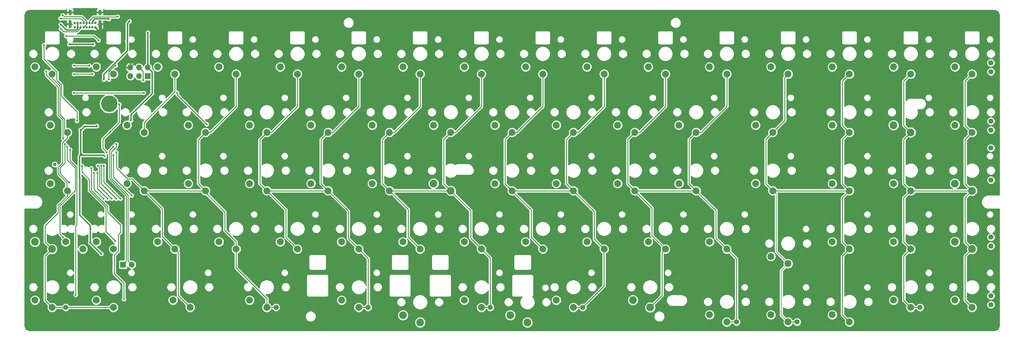
<source format=gtl>
G04 #@! TF.GenerationSoftware,KiCad,Pcbnew,(5.1.10-1-10_14)*
G04 #@! TF.CreationDate,2021-11-20T08:10:03+09:00*
G04 #@! TF.ProjectId,nora,6e6f7261-2e6b-4696-9361-645f70636258,v.0.1*
G04 #@! TF.SameCoordinates,Original*
G04 #@! TF.FileFunction,Copper,L1,Top*
G04 #@! TF.FilePolarity,Positive*
%FSLAX46Y46*%
G04 Gerber Fmt 4.6, Leading zero omitted, Abs format (unit mm)*
G04 Created by KiCad (PCBNEW (5.1.10-1-10_14)) date 2021-11-20 08:10:03*
%MOMM*%
%LPD*%
G01*
G04 APERTURE LIST*
G04 #@! TA.AperFunction,ComponentPad*
%ADD10C,2.250000*%
G04 #@! TD*
G04 #@! TA.AperFunction,ComponentPad*
%ADD11C,2.000000*%
G04 #@! TD*
G04 #@! TA.AperFunction,ComponentPad*
%ADD12C,1.000000*%
G04 #@! TD*
G04 #@! TA.AperFunction,ComponentPad*
%ADD13C,4.800000*%
G04 #@! TD*
G04 #@! TA.AperFunction,ComponentPad*
%ADD14O,1.700000X1.700000*%
G04 #@! TD*
G04 #@! TA.AperFunction,ComponentPad*
%ADD15R,1.700000X1.700000*%
G04 #@! TD*
G04 #@! TA.AperFunction,ComponentPad*
%ADD16C,1.500000*%
G04 #@! TD*
G04 #@! TA.AperFunction,ComponentPad*
%ADD17O,0.900000X1.700000*%
G04 #@! TD*
G04 #@! TA.AperFunction,ComponentPad*
%ADD18O,0.900000X2.400000*%
G04 #@! TD*
G04 #@! TA.AperFunction,ComponentPad*
%ADD19C,0.700000*%
G04 #@! TD*
G04 #@! TA.AperFunction,ViaPad*
%ADD20C,0.600000*%
G04 #@! TD*
G04 #@! TA.AperFunction,Conductor*
%ADD21C,0.254000*%
G04 #@! TD*
G04 #@! TA.AperFunction,Conductor*
%ADD22C,0.381000*%
G04 #@! TD*
G04 #@! TA.AperFunction,Conductor*
%ADD23C,0.200000*%
G04 #@! TD*
G04 #@! TA.AperFunction,Conductor*
%ADD24C,0.100000*%
G04 #@! TD*
G04 APERTURE END LIST*
D10*
X200308588Y-107675520D03*
X205308588Y-109775520D03*
X142265616Y-73675520D03*
X147265616Y-75775520D03*
X276210936Y-56675520D03*
X281210936Y-58775520D03*
X294070312Y-73675520D03*
X299070312Y-75775520D03*
X294070312Y-90675520D03*
X299070312Y-92775520D03*
X26179672Y-90675520D03*
X31179672Y-92775520D03*
X133335824Y-112050520D03*
X138335824Y-114150520D03*
X164589704Y-112050520D03*
X169589704Y-114150520D03*
D11*
X70828112Y-73675520D03*
X75828112Y-75775520D03*
X52968736Y-73675520D03*
X57968736Y-75775520D03*
X30644516Y-56675520D03*
X35644516Y-58775520D03*
X26179672Y-39675520D03*
X31179672Y-41775520D03*
D12*
X31950000Y-68100520D03*
D11*
X115476552Y-107675520D03*
X120476552Y-109775520D03*
X151195304Y-107675520D03*
X156195304Y-109775520D03*
X276210937Y-39675520D03*
X281210937Y-41775520D03*
X294070312Y-39675520D03*
X299070312Y-41775520D03*
X35109360Y-90675520D03*
X40109360Y-92775520D03*
X26179672Y-107675520D03*
X31179672Y-109775520D03*
X44039048Y-39675520D03*
X49039048Y-41775520D03*
X44039048Y-90675520D03*
X49039048Y-92775520D03*
X44039048Y-107675520D03*
X49039048Y-109775520D03*
X61898424Y-39675520D03*
X66898424Y-41775520D03*
X52968736Y-56675520D03*
X57968736Y-58775520D03*
X61898424Y-90675520D03*
X66898424Y-92775520D03*
X79757800Y-39675520D03*
X84757800Y-41775520D03*
X70828112Y-56675520D03*
X75828112Y-58775520D03*
X79757800Y-90675520D03*
X84757800Y-92775520D03*
X88687488Y-107675520D03*
X93687488Y-109775520D03*
X97617176Y-39675520D03*
X102617176Y-41775520D03*
X88687488Y-56675520D03*
X93687488Y-58775520D03*
X88687488Y-73675520D03*
X93687488Y-75775520D03*
X97617176Y-90675520D03*
X102617176Y-92775520D03*
X115476552Y-39675520D03*
X120476552Y-41775520D03*
X106546864Y-56675520D03*
X111546864Y-58775520D03*
X106546864Y-73675520D03*
X111546864Y-75775520D03*
X115476552Y-90675520D03*
X120476552Y-92775520D03*
X133335928Y-39675520D03*
X138335928Y-41775520D03*
X124406240Y-56675520D03*
X129406240Y-58775520D03*
X124406240Y-73675520D03*
X129406240Y-75775520D03*
X133335928Y-90675520D03*
X138335928Y-92775520D03*
X151195304Y-39675520D03*
X156195304Y-41775520D03*
X142265616Y-56675520D03*
X147265616Y-58775520D03*
X151195320Y-90675520D03*
X156195320Y-92775520D03*
X169054680Y-39675520D03*
X174054680Y-41775520D03*
X160124992Y-56675520D03*
X165124992Y-58775520D03*
X160124992Y-73675520D03*
X165124992Y-75775520D03*
X169054680Y-90675520D03*
X174054680Y-92775520D03*
X186914056Y-39675520D03*
X191914056Y-41775520D03*
X177984368Y-56675520D03*
X182984368Y-58775520D03*
X177984368Y-73675520D03*
X182984368Y-75775520D03*
X186914056Y-90675520D03*
X191914056Y-92775520D03*
X177984368Y-107675520D03*
X182984368Y-109775520D03*
X204773432Y-39675520D03*
X209773432Y-41775520D03*
X195843744Y-56675520D03*
X200843744Y-58775520D03*
X195843744Y-73675520D03*
X200843744Y-75775520D03*
X204773432Y-90675520D03*
X209773432Y-92775520D03*
X222632808Y-39675520D03*
X227632808Y-41775520D03*
X213703120Y-56675520D03*
X218703120Y-58775520D03*
X213703120Y-73675520D03*
X218703120Y-75775520D03*
X222632808Y-90675520D03*
X227632808Y-92775520D03*
X222632808Y-111925520D03*
X227632808Y-114025520D03*
X240492187Y-39675520D03*
X245492187Y-41775520D03*
X240492184Y-94925520D03*
X245492184Y-97025520D03*
X240492184Y-111925520D03*
X245492184Y-114025520D03*
X258351560Y-39675520D03*
X263351560Y-41775520D03*
X258351560Y-56675520D03*
X263351560Y-58775520D03*
X258351560Y-73675520D03*
X263351560Y-75775520D03*
X258351560Y-90675520D03*
X263351560Y-92775520D03*
X258351560Y-111925520D03*
X263351560Y-114025520D03*
X276210936Y-73675520D03*
X281210936Y-75775520D03*
X276210936Y-90675520D03*
X281210936Y-92775520D03*
X276210936Y-107675520D03*
X281210936Y-109775520D03*
X294070312Y-56675520D03*
X299070312Y-58775520D03*
X294070312Y-107675520D03*
X299070312Y-109775520D03*
X66363268Y-107675520D03*
X71363268Y-109775520D03*
X236027340Y-56675520D03*
X241027340Y-58775520D03*
X236027340Y-73675520D03*
X241027340Y-75775520D03*
D12*
X49050000Y-51800000D03*
X46450000Y-51750000D03*
X49050000Y-49100000D03*
X46450000Y-49100000D03*
X47800000Y-52350000D03*
X49700000Y-50450000D03*
X45900000Y-50450000D03*
X47800000Y-48550000D03*
D13*
X47800000Y-50450000D03*
D14*
X54390000Y-97300520D03*
D15*
X51850000Y-97300520D03*
D14*
X53970000Y-39860520D03*
X53970000Y-42400520D03*
X56510000Y-39860520D03*
X56510000Y-42400520D03*
X59050000Y-39860520D03*
D15*
X59050000Y-42400520D03*
D16*
X123175000Y-109775520D03*
X230475000Y-114000520D03*
X248100000Y-114025520D03*
X96400000Y-109775520D03*
X185675000Y-109775520D03*
X158775000Y-109775520D03*
X283925000Y-109775520D03*
X35150000Y-109775520D03*
D17*
X45100000Y-23830000D03*
X36450000Y-23830000D03*
D18*
X45100000Y-27210000D03*
X36450000Y-27210000D03*
D19*
X41200000Y-26840000D03*
X43750000Y-26840000D03*
X42900000Y-26840000D03*
X42050000Y-26840000D03*
X37800000Y-26840000D03*
X39500000Y-26840000D03*
X40350000Y-26840000D03*
X38650000Y-26840000D03*
X43750000Y-28190000D03*
X42900000Y-28190000D03*
X42050000Y-28190000D03*
X41200000Y-28190000D03*
X40350000Y-28190000D03*
X39500000Y-28190000D03*
X38650000Y-28190000D03*
X37800000Y-28190000D03*
D16*
X304550000Y-38500520D03*
X304550000Y-55500520D03*
X304550000Y-63325520D03*
X304550000Y-89300520D03*
X304550000Y-106400520D03*
X304550000Y-41100520D03*
X304550000Y-58100520D03*
X304550000Y-72675520D03*
X304550000Y-91900520D03*
X304550000Y-109000520D03*
D11*
X35644516Y-75775520D03*
X30644516Y-73675520D03*
D20*
X34250000Y-24600520D03*
X43150000Y-33100520D03*
X36150000Y-33100520D03*
X39450000Y-65375520D03*
X39440000Y-58010520D03*
X53700000Y-26400520D03*
X53050000Y-32100520D03*
X39229790Y-71957683D03*
X45500000Y-94200520D03*
X54128701Y-55281819D03*
X59050000Y-29690520D03*
X46460000Y-65760520D03*
X40682000Y-56988520D03*
X44200007Y-56883681D03*
X46210000Y-43360520D03*
X42249740Y-90950260D03*
X29350000Y-24700520D03*
X65150000Y-94200520D03*
X55955000Y-30425520D03*
X59225000Y-94275520D03*
X43100000Y-43390516D03*
X24600000Y-115150000D03*
X38600000Y-115150000D03*
X52600000Y-115150000D03*
X66600000Y-115150000D03*
X80600000Y-115150000D03*
X94600000Y-115150000D03*
X108600000Y-115150000D03*
X122600000Y-115150000D03*
X136600000Y-115150000D03*
X152049984Y-115175520D03*
X164600000Y-115150000D03*
X178600000Y-115150000D03*
X192600000Y-115150000D03*
X206600000Y-115150000D03*
X220600000Y-115150000D03*
X234600000Y-115150000D03*
X277600000Y-115150000D03*
X291600000Y-115150000D03*
X305600000Y-115150000D03*
X24600000Y-98650000D03*
X24600000Y-82150000D03*
X24600000Y-75650000D03*
X24600000Y-24650000D03*
X24600000Y-37650000D03*
X24600000Y-50150000D03*
X24600000Y-62150000D03*
X305600000Y-98650000D03*
X305600000Y-82150000D03*
X305600000Y-75650000D03*
X305600000Y-62150000D03*
X305600000Y-50150000D03*
X305600000Y-37650000D03*
X305600000Y-24650000D03*
X264600000Y-115150000D03*
X249100000Y-115150000D03*
X52600000Y-24650000D03*
X66600000Y-24650000D03*
X80600000Y-24650000D03*
X94600000Y-24650000D03*
X108600000Y-24650000D03*
X122600000Y-24650000D03*
X136600000Y-24650000D03*
X150600000Y-24650000D03*
X164600000Y-24650000D03*
X178600000Y-24650000D03*
X192600000Y-24650000D03*
X206600000Y-24650000D03*
X220600000Y-24650000D03*
X234600000Y-24650000D03*
X249100000Y-24650000D03*
X264600000Y-24650000D03*
X277600000Y-24650000D03*
X291600000Y-24650000D03*
X291600000Y-37650000D03*
X277600000Y-37650000D03*
X265100000Y-37650000D03*
X249100000Y-37650000D03*
X234600000Y-37650000D03*
X220600000Y-37650000D03*
X206600000Y-37650000D03*
X193600000Y-37650000D03*
X178600000Y-37650000D03*
X164600000Y-37650000D03*
X150600000Y-37650000D03*
X136600000Y-37650000D03*
X122600000Y-37650000D03*
X108600000Y-37650000D03*
X94600000Y-37650000D03*
X80600000Y-37650000D03*
X65100000Y-37650000D03*
X52600000Y-37650000D03*
X40850000Y-24650000D03*
X38100000Y-37650000D03*
X42100000Y-37650000D03*
X40850000Y-50150000D03*
X56100000Y-50150000D03*
X80600000Y-50150000D03*
X66600000Y-50150000D03*
X94600000Y-50150000D03*
X108600000Y-50150000D03*
X122600000Y-50150000D03*
X136600000Y-50150000D03*
X150600000Y-50150000D03*
X164600000Y-50150000D03*
X178600000Y-50150000D03*
X193100000Y-50150000D03*
X206600000Y-50150000D03*
X220600000Y-50150000D03*
X234600000Y-50150000D03*
X249100000Y-50150000D03*
X264600000Y-50150000D03*
X277100000Y-50150000D03*
X291600000Y-50150000D03*
X291600000Y-62150000D03*
X277600000Y-62150000D03*
X264600000Y-62150000D03*
X249100000Y-62150000D03*
X234600000Y-62150000D03*
X220600000Y-62150000D03*
X206600000Y-62150000D03*
X192600000Y-62150000D03*
X178600000Y-62150000D03*
X164600000Y-62150000D03*
X150600000Y-62150000D03*
X136600000Y-62150000D03*
X94600000Y-62150000D03*
X80600000Y-62150000D03*
X66600000Y-62150000D03*
X40349984Y-76375520D03*
X66600000Y-74975520D03*
X55100000Y-75650000D03*
X95600000Y-76575520D03*
X108600000Y-76575520D03*
X136600000Y-76575520D03*
X150600000Y-75650000D03*
X163100000Y-75650000D03*
X178600000Y-76575520D03*
X192600000Y-75650000D03*
X206600000Y-76575520D03*
X220600000Y-75650000D03*
X234600000Y-75650000D03*
X249100000Y-76575520D03*
X265100000Y-75650000D03*
X277600000Y-75650000D03*
X291600000Y-76775520D03*
X291600000Y-82150000D03*
X277600000Y-82150000D03*
X264600000Y-82150000D03*
X249100000Y-82150000D03*
X234600000Y-82150000D03*
X221100000Y-82150000D03*
X206600000Y-82150000D03*
X192600000Y-82150000D03*
X177600000Y-82150000D03*
X164100000Y-82150000D03*
X150600000Y-82150000D03*
X136600000Y-82150000D03*
X122600000Y-82150000D03*
X109600000Y-82150000D03*
X96600000Y-82150000D03*
X80600000Y-82150000D03*
X66600000Y-82150000D03*
X51600000Y-82150000D03*
X39100000Y-98650000D03*
X56200000Y-98650000D03*
X66600000Y-98650000D03*
X80600000Y-98650000D03*
X94600000Y-98650000D03*
X108600000Y-99150000D03*
X122600000Y-98650000D03*
X136600000Y-98650000D03*
X150600000Y-98650000D03*
X164600000Y-98650000D03*
X178600000Y-98650000D03*
X193100000Y-98650000D03*
X206600000Y-98650000D03*
X220600000Y-98650000D03*
X234600000Y-98650000D03*
X249100000Y-98650000D03*
X264600000Y-98650000D03*
X277600000Y-98650000D03*
X291600000Y-98650000D03*
X44600000Y-88400000D03*
X34700000Y-82150000D03*
X37500000Y-77300000D03*
X44550000Y-85450000D03*
X37250000Y-85350000D03*
X31300000Y-89800000D03*
X37050000Y-88400000D03*
X50849984Y-49075520D03*
X51200000Y-40800000D03*
X46000000Y-40400000D03*
X34400000Y-40600000D03*
X54800000Y-70400000D03*
X61000000Y-70400000D03*
X56000000Y-91200000D03*
X122600000Y-75650000D03*
X80600000Y-75650000D03*
X302000000Y-71800000D03*
X52110000Y-91150520D03*
X47255000Y-68455520D03*
X29000000Y-79000000D03*
X301000000Y-79000000D03*
X59450000Y-57700000D03*
X51549984Y-54175520D03*
X33675000Y-27300520D03*
X47665770Y-25725789D03*
X33675000Y-28600520D03*
X50250000Y-25000520D03*
X38400000Y-55450520D03*
X28750000Y-33350520D03*
X33575000Y-25575532D03*
X48965000Y-62975520D03*
X49850000Y-62180520D03*
X48095000Y-58525520D03*
X47110000Y-64520520D03*
X50703931Y-50575520D03*
X57690207Y-43545310D03*
X29450000Y-41050520D03*
X37525000Y-39350520D03*
X41975000Y-39350520D03*
X34400000Y-60600000D03*
X35550000Y-62975520D03*
X34405201Y-89345319D03*
X36400000Y-63775520D03*
X38050000Y-106150520D03*
X49650003Y-39350517D03*
X47699998Y-43350520D03*
X37500000Y-47250520D03*
X67550000Y-47250520D03*
X76200000Y-56400520D03*
X57874984Y-47250520D03*
X36099990Y-73350520D03*
X34875000Y-62175520D03*
X39855787Y-68526299D03*
X49500000Y-90350000D03*
X42600000Y-69250520D03*
X52050000Y-107350520D03*
X37525000Y-41775520D03*
X42900000Y-41775520D03*
X49880000Y-64590520D03*
X51075000Y-78100520D03*
X46270000Y-68450520D03*
X48550000Y-78125520D03*
X44500000Y-68475520D03*
X43350000Y-70600520D03*
X46150000Y-78125520D03*
X35225000Y-30675520D03*
X44700000Y-31950520D03*
X54340000Y-77150520D03*
X49027421Y-65375520D03*
X49900000Y-78125520D03*
X45460000Y-68450520D03*
X44350000Y-70600520D03*
X47300000Y-78125520D03*
D21*
X40350000Y-28033302D02*
X40350000Y-28190000D01*
X41200000Y-27183302D02*
X40350000Y-28033302D01*
X41200000Y-26840000D02*
X41200000Y-27183302D01*
X39905494Y-25050520D02*
X34700000Y-25050520D01*
X41200000Y-26345026D02*
X39905494Y-25050520D01*
X34700000Y-25050520D02*
X34250000Y-24600520D01*
X41200000Y-26840000D02*
X41200000Y-26345026D01*
D22*
X43150000Y-33100520D02*
X36150000Y-33100520D01*
X39450000Y-58020520D02*
X39440000Y-58010520D01*
X53050000Y-27050520D02*
X53050000Y-32100520D01*
X53700000Y-26400520D02*
X53050000Y-27050520D01*
X39450000Y-65375520D02*
X39150001Y-65675519D01*
X39150001Y-71877894D02*
X39229790Y-71957683D01*
X39150001Y-65675519D02*
X39150001Y-71877894D01*
X54128701Y-53616877D02*
X54128701Y-55281819D01*
X60293701Y-47451877D02*
X54128701Y-53616877D01*
X60293701Y-41104221D02*
X60293701Y-47451877D01*
X59050000Y-39860520D02*
X60293701Y-41104221D01*
X59050000Y-39860520D02*
X59050000Y-29690520D01*
X46075000Y-65375520D02*
X46460000Y-65760520D01*
X39660000Y-58010520D02*
X40682000Y-56988520D01*
X39440000Y-58010520D02*
X39660000Y-58010520D01*
X40682000Y-56988520D02*
X44095168Y-56988520D01*
X44095168Y-56988520D02*
X44200007Y-56883681D01*
X53050000Y-34963246D02*
X46210000Y-41803246D01*
X53050000Y-32100520D02*
X53050000Y-34963246D01*
X46210000Y-41803246D02*
X46210000Y-43360520D01*
X42230000Y-85880000D02*
X42230000Y-90930520D01*
X39229790Y-82879790D02*
X42230000Y-85880000D01*
X42230000Y-90930520D02*
X42249740Y-90950260D01*
X39229790Y-71957683D02*
X39229790Y-82879790D01*
X42249740Y-90950260D02*
X45500000Y-94200520D01*
X40124480Y-65375520D02*
X40075520Y-65375520D01*
X39450000Y-64750000D02*
X39450000Y-58020520D01*
X39450000Y-65375520D02*
X39450000Y-64750000D01*
X40075520Y-65375520D02*
X39450000Y-64750000D01*
X39450000Y-65375520D02*
X40124480Y-65375520D01*
X40124480Y-65375520D02*
X46075000Y-65375520D01*
X30220520Y-23830000D02*
X29350000Y-24700520D01*
X36450000Y-23830000D02*
X30220520Y-23830000D01*
X65075000Y-94275520D02*
X65150000Y-94200520D01*
X59225000Y-94275520D02*
X65075000Y-94275520D01*
X53970000Y-39860520D02*
X55950000Y-37880520D01*
X55950000Y-30430520D02*
X55955000Y-30425520D01*
X55950000Y-37880520D02*
X55950000Y-30430520D01*
X45100000Y-27210000D02*
X45432749Y-27542749D01*
X45432749Y-27542749D02*
X45432749Y-41057767D01*
X45432749Y-41057767D02*
X43100000Y-43390516D01*
X52110000Y-77280520D02*
X52110000Y-91150520D01*
X47255000Y-72425520D02*
X52110000Y-77280520D01*
X47255000Y-68455520D02*
X47255000Y-72425520D01*
X35308181Y-28933701D02*
X33675000Y-27300520D01*
X38650000Y-26840000D02*
X38650000Y-28440678D01*
X38650000Y-28440678D02*
X38156977Y-28933701D01*
X38156977Y-28933701D02*
X35308181Y-28933701D01*
X42900000Y-26840000D02*
X42900000Y-26345026D01*
X43628736Y-25616290D02*
X47556271Y-25616290D01*
X42900000Y-26345026D02*
X43628736Y-25616290D01*
X47556271Y-25616290D02*
X47665770Y-25725789D01*
D21*
X34528892Y-29454412D02*
X33675000Y-28600520D01*
X38396107Y-29454412D02*
X34528892Y-29454412D01*
X39500000Y-28350520D02*
X38396107Y-29454412D01*
X39500000Y-28190000D02*
X39500000Y-28350520D01*
X50154941Y-25095579D02*
X43154941Y-25095579D01*
X50250000Y-25000520D02*
X50154941Y-25095579D01*
X42050000Y-26200520D02*
X42050000Y-26840000D01*
X43154941Y-25095579D02*
X42050000Y-26200520D01*
X28750000Y-37377150D02*
X28750000Y-33350520D01*
X32550000Y-41177150D02*
X28750000Y-37377150D01*
X38400000Y-55450520D02*
X38400000Y-52750520D01*
X33900000Y-44900520D02*
X32550000Y-43550520D01*
X33900000Y-48250520D02*
X33900000Y-44900520D01*
X38400000Y-52750520D02*
X33900000Y-48250520D01*
X32550000Y-43550520D02*
X32550000Y-41177150D01*
X39580506Y-25575532D02*
X33575000Y-25575532D01*
X40350000Y-26345026D02*
X39580506Y-25575532D01*
X40350000Y-26840000D02*
X40350000Y-26345026D01*
X47940000Y-72374124D02*
X52760000Y-77194124D01*
X52760000Y-77194124D02*
X52760000Y-96390520D01*
X48965000Y-62975520D02*
X47940000Y-64000520D01*
X52760000Y-96390520D02*
X51850000Y-97300520D01*
X47940000Y-64000520D02*
X47940000Y-72374124D01*
X53217211Y-77004742D02*
X53217211Y-96127731D01*
X49850000Y-62180520D02*
X49850000Y-62990520D01*
X48397211Y-72184742D02*
X53217211Y-77004742D01*
X49850000Y-62990520D02*
X48397211Y-64443309D01*
X48397211Y-64443309D02*
X48397211Y-72184742D01*
X53217211Y-96127731D02*
X54390000Y-97300520D01*
X45950000Y-63360520D02*
X47110000Y-64520520D01*
X45950000Y-60670520D02*
X45950000Y-63360520D01*
X48095000Y-58525520D02*
X45950000Y-60670520D01*
X50703931Y-55916589D02*
X50703931Y-50575520D01*
X48095000Y-58525520D02*
X50703931Y-55916589D01*
X57690207Y-41040727D02*
X57690207Y-43545310D01*
X56510000Y-39860520D02*
X57690207Y-41040727D01*
X37525000Y-39350520D02*
X41975000Y-39350520D01*
X34314315Y-55064835D02*
X34314315Y-60514315D01*
X32950000Y-53700520D02*
X34314315Y-55064835D01*
X32950000Y-45550000D02*
X32950000Y-53700520D01*
X29450000Y-41050520D02*
X29450000Y-42050000D01*
X34314315Y-60514315D02*
X34400000Y-60600000D01*
X29450000Y-42050000D02*
X32950000Y-45550000D01*
X37900000Y-69150520D02*
X37900000Y-75700000D01*
X35550000Y-62975520D02*
X35550000Y-66800520D01*
X37900000Y-75700000D02*
X33428259Y-80171741D01*
X33428259Y-80171741D02*
X33428259Y-88368377D01*
X33428259Y-88368377D02*
X34405201Y-89345319D01*
X35550000Y-66800520D02*
X37900000Y-69150520D01*
X38389799Y-85610201D02*
X38050000Y-85950000D01*
X38389799Y-68990319D02*
X38389799Y-85610201D01*
X36400000Y-67000520D02*
X38389799Y-68990319D01*
X38050000Y-85950000D02*
X38050000Y-106150520D01*
X36400000Y-63775520D02*
X36400000Y-67000520D01*
X49399125Y-39350517D02*
X47699998Y-41049644D01*
X49650003Y-39350517D02*
X49399125Y-39350517D01*
X47699998Y-41049644D02*
X47699998Y-43350520D01*
X67550000Y-47750520D02*
X76200000Y-56400520D01*
X67550000Y-47250520D02*
X67550000Y-47750520D01*
X37500000Y-47250520D02*
X57874984Y-47250520D01*
X34850000Y-67700000D02*
X34850000Y-62200520D01*
X34850000Y-62200520D02*
X34875000Y-62175520D01*
X33507211Y-69042789D02*
X34850000Y-67700000D01*
X33507211Y-70757741D02*
X33507211Y-69042789D01*
X36099990Y-73350520D02*
X33507211Y-70757741D01*
X39855787Y-68526299D02*
X39860000Y-68530512D01*
X42000000Y-72477702D02*
X42000000Y-75700520D01*
X39860000Y-70337702D02*
X42000000Y-72477702D01*
X39860000Y-68530512D02*
X39860000Y-70337702D01*
X46842789Y-87692789D02*
X49500000Y-90350000D01*
X46842789Y-80543309D02*
X46842789Y-87692789D01*
X42000000Y-75700520D02*
X46842789Y-80543309D01*
X52050000Y-102775536D02*
X52050000Y-107350520D01*
X50449984Y-93375520D02*
X49249984Y-94575520D01*
X51149798Y-87875706D02*
X50449984Y-88575520D01*
X49249984Y-94575520D02*
X49249984Y-99975520D01*
X51149798Y-85849798D02*
X51149798Y-87875706D01*
X49249984Y-99975520D02*
X52050000Y-102775536D01*
X50449984Y-88575520D02*
X50449984Y-93375520D01*
X47300000Y-82000000D02*
X51149798Y-85849798D01*
X47300000Y-80353928D02*
X47300000Y-82000000D01*
X42600000Y-75653928D02*
X47300000Y-80353928D01*
X42600000Y-69250520D02*
X42600000Y-75653928D01*
X37525000Y-41775520D02*
X42900000Y-41775520D01*
X31179672Y-109775520D02*
X49039048Y-109775520D01*
X35450000Y-73350000D02*
X35450000Y-75581004D01*
X33050000Y-70950000D02*
X35450000Y-73350000D01*
X33050000Y-68850000D02*
X33050000Y-70950000D01*
X34200000Y-61732698D02*
X34200000Y-67700000D01*
X34200000Y-67700000D02*
X33050000Y-68850000D01*
X35644516Y-60288182D02*
X34200000Y-61732698D01*
X35450000Y-75581004D02*
X35644516Y-75775520D01*
X35644516Y-58775520D02*
X35644516Y-60288182D01*
X29149471Y-107745319D02*
X31179672Y-109775520D01*
X29149471Y-94805721D02*
X29149471Y-107745319D01*
X31179672Y-92775520D02*
X29149471Y-94805721D01*
X29149471Y-90745319D02*
X31179672Y-92775520D01*
X32950000Y-80000520D02*
X32950000Y-82150520D01*
X29149471Y-85951049D02*
X29149471Y-90745319D01*
X32950000Y-82150520D02*
X29149471Y-85951049D01*
X35644516Y-77306004D02*
X32950000Y-80000520D01*
X35644516Y-75775520D02*
X35644516Y-77306004D01*
X31179672Y-42930192D02*
X31179672Y-41775520D01*
X33442789Y-45193309D02*
X31179672Y-42930192D01*
X33442789Y-53546717D02*
X33442789Y-45193309D01*
X34800000Y-54903928D02*
X33442789Y-53546717D01*
X34800000Y-58050520D02*
X34800000Y-54903928D01*
X35525000Y-58775520D02*
X34800000Y-58050520D01*
X35644516Y-58775520D02*
X35525000Y-58775520D01*
X96400000Y-109775520D02*
X93687488Y-109775520D01*
X54538535Y-72345319D02*
X57968736Y-75775520D01*
X49940000Y-69094814D02*
X53190505Y-72345319D01*
X53190505Y-72345319D02*
X54538535Y-72345319D01*
X49940000Y-64570520D02*
X49940000Y-69094814D01*
X57968736Y-55880218D02*
X57968736Y-58300310D01*
X66898424Y-46950530D02*
X57968736Y-55880218D01*
X66898424Y-41775520D02*
X66898424Y-46950530D01*
X63228625Y-81035409D02*
X63228625Y-89105721D01*
X63228625Y-89105721D02*
X66898424Y-92775520D01*
X57968736Y-75775520D02*
X63228625Y-81035409D01*
X67898423Y-106310675D02*
X71363268Y-109775520D01*
X67898423Y-93775519D02*
X67898423Y-106310675D01*
X66898424Y-92775520D02*
X67898423Y-93775519D01*
X93687488Y-107213024D02*
X93687488Y-109775520D01*
X84757800Y-98283336D02*
X93687488Y-107213024D01*
X84757800Y-92775520D02*
X84757800Y-98283336D01*
X73797911Y-60805721D02*
X75828112Y-58775520D01*
X73797911Y-73745319D02*
X73797911Y-60805721D01*
X75828112Y-75775520D02*
X73797911Y-73745319D01*
X84757800Y-51260045D02*
X84757800Y-41775520D01*
X77242325Y-58775520D02*
X84757800Y-51260045D01*
X75828112Y-58775520D02*
X77242325Y-58775520D01*
X84757800Y-90627490D02*
X84757800Y-92775520D01*
X81449984Y-87319674D02*
X84757800Y-90627490D01*
X81449984Y-81975520D02*
X81449984Y-87319674D01*
X75828112Y-76353648D02*
X81449984Y-81975520D01*
X75828112Y-75775520D02*
X75828112Y-76353648D01*
X57968736Y-75775520D02*
X75828112Y-75775520D01*
X156195304Y-109775520D02*
X158775000Y-109775520D01*
X51075000Y-78100520D02*
X46270000Y-73295520D01*
X46270000Y-73295520D02*
X46270000Y-68450520D01*
X134849984Y-89289576D02*
X138335928Y-92775520D01*
X134849984Y-81219264D02*
X134849984Y-89289576D01*
X129406240Y-75775520D02*
X134849984Y-81219264D01*
X147265616Y-75775520D02*
X153049984Y-81559888D01*
X153049984Y-89630184D02*
X156195320Y-92775520D01*
X153049984Y-81559888D02*
X153049984Y-89630184D01*
X158775000Y-95355200D02*
X158775000Y-109775520D01*
X156195320Y-92775520D02*
X158775000Y-95355200D01*
X145235415Y-73745319D02*
X147265616Y-75775520D01*
X145235415Y-60805721D02*
X145235415Y-73745319D01*
X147265616Y-58775520D02*
X145235415Y-60805721D01*
X127376039Y-73745319D02*
X129406240Y-75775520D01*
X127376039Y-60805721D02*
X127376039Y-73745319D01*
X129406240Y-58775520D02*
X127376039Y-60805721D01*
X138335928Y-51260045D02*
X138335928Y-41775520D01*
X130820453Y-58775520D02*
X138335928Y-51260045D01*
X129406240Y-58775520D02*
X130820453Y-58775520D01*
X156195304Y-51260045D02*
X156195304Y-41775520D01*
X148679829Y-58775520D02*
X156195304Y-51260045D01*
X147265616Y-58775520D02*
X148679829Y-58775520D01*
X147265616Y-75775520D02*
X129406240Y-75775520D01*
X44999999Y-68975519D02*
X44500000Y-68475520D01*
X44999999Y-74575519D02*
X44999999Y-68975519D01*
X48550000Y-78125520D02*
X44999999Y-74575519D01*
X209773432Y-51260045D02*
X202257957Y-58775520D01*
X202257957Y-58775520D02*
X200843744Y-58775520D01*
X209773432Y-41775520D02*
X209773432Y-51260045D01*
X198813543Y-73745319D02*
X200843744Y-75775520D01*
X198813543Y-60805721D02*
X198813543Y-73745319D01*
X200843744Y-58775520D02*
X198813543Y-60805721D01*
X205849984Y-88852072D02*
X209773432Y-92775520D01*
X205849984Y-80781760D02*
X205849984Y-88852072D01*
X200843744Y-75775520D02*
X205849984Y-80781760D01*
X208773433Y-106310675D02*
X205308588Y-109775520D01*
X208773433Y-93775519D02*
X208773433Y-106310675D01*
X209773432Y-92775520D02*
X208773433Y-93775519D01*
X230475000Y-95617712D02*
X230475000Y-114000520D01*
X227632808Y-92775520D02*
X230475000Y-95617712D01*
X227657808Y-114000520D02*
X227632808Y-114025520D01*
X230475000Y-114000520D02*
X227657808Y-114000520D01*
X224449984Y-81522384D02*
X218703120Y-75775520D01*
X224449984Y-89592696D02*
X224449984Y-81522384D01*
X227632808Y-92775520D02*
X224449984Y-89592696D01*
X216672919Y-60805721D02*
X218703120Y-58775520D01*
X216672919Y-73745319D02*
X216672919Y-60805721D01*
X218703120Y-75775520D02*
X216672919Y-73745319D01*
X227632808Y-51260045D02*
X227632808Y-41775520D01*
X220117333Y-58775520D02*
X227632808Y-51260045D01*
X218703120Y-58775520D02*
X220117333Y-58775520D01*
X218703120Y-75775520D02*
X200843744Y-75775520D01*
X43350000Y-70600520D02*
X43350000Y-75325520D01*
X43350000Y-75325520D02*
X46150000Y-78125520D01*
X279180735Y-90745319D02*
X281210936Y-92775520D01*
X279180735Y-77805721D02*
X279180735Y-90745319D01*
X281210936Y-75775520D02*
X279180735Y-77805721D01*
X283925000Y-109775520D02*
X281210936Y-109775520D01*
X297040111Y-107745319D02*
X299070312Y-109775520D01*
X297040111Y-94805721D02*
X297040111Y-107745319D01*
X299070312Y-92775520D02*
X297040111Y-94805721D01*
X297040111Y-90745319D02*
X299070312Y-92775520D01*
X297040111Y-77805721D02*
X297040111Y-90745319D01*
X299070312Y-75775520D02*
X297040111Y-77805721D01*
X297040111Y-43805721D02*
X297040111Y-56745319D01*
X297040111Y-56745319D02*
X299070312Y-58775520D01*
X299070312Y-41775520D02*
X297040111Y-43805721D01*
X297040111Y-73745319D02*
X299070312Y-75775520D01*
X297040111Y-60805721D02*
X297040111Y-73745319D01*
X299070312Y-58775520D02*
X297040111Y-60805721D01*
X279180735Y-107745319D02*
X281210936Y-109775520D01*
X279180735Y-94805721D02*
X279180735Y-107745319D01*
X281210936Y-92775520D02*
X279180735Y-94805721D01*
X299070312Y-75775520D02*
X281210936Y-75775520D01*
X279180735Y-60805721D02*
X281210936Y-58775520D01*
X279180735Y-73745319D02*
X279180735Y-60805721D01*
X281210936Y-75775520D02*
X279180735Y-73745319D01*
X279180735Y-43805722D02*
X281210937Y-41775520D01*
X279180735Y-56745319D02*
X279180735Y-43805722D01*
X281210936Y-58775520D02*
X279180735Y-56745319D01*
X35225000Y-30675520D02*
X43425000Y-30675520D01*
X43425000Y-30675520D02*
X44700000Y-31950520D01*
X123175000Y-109775520D02*
X120476552Y-109775520D01*
X54340000Y-77150520D02*
X54340000Y-77140520D01*
X54340000Y-77140520D02*
X49027421Y-71827941D01*
X49027421Y-71827941D02*
X49027421Y-65375520D01*
X95035518Y-58775520D02*
X93687488Y-58775520D01*
X102617176Y-51193862D02*
X95035518Y-58775520D01*
X102617176Y-41775520D02*
X102617176Y-51193862D01*
X112894894Y-58775520D02*
X111546864Y-58775520D01*
X120476552Y-51193862D02*
X112894894Y-58775520D01*
X120476552Y-41775520D02*
X120476552Y-51193862D01*
X91657287Y-73745319D02*
X93687488Y-75775520D01*
X91657287Y-60805721D02*
X91657287Y-73745319D01*
X93687488Y-58775520D02*
X91657287Y-60805721D01*
X109516663Y-73745319D02*
X111546864Y-75775520D01*
X109516663Y-60805721D02*
X109516663Y-73745319D01*
X111546864Y-58775520D02*
X109516663Y-60805721D01*
X99249984Y-89408328D02*
X102617176Y-92775520D01*
X99249984Y-81338016D02*
X99249984Y-89408328D01*
X93687488Y-75775520D02*
X99249984Y-81338016D01*
X117449984Y-89748952D02*
X120476552Y-92775520D01*
X117449984Y-81678640D02*
X117449984Y-89748952D01*
X111546864Y-75775520D02*
X117449984Y-81678640D01*
X123230201Y-109720319D02*
X123175000Y-109775520D01*
X123230201Y-95529169D02*
X123230201Y-109720319D01*
X120476552Y-92775520D02*
X123230201Y-95529169D01*
X93687488Y-75775520D02*
X111546864Y-75775520D01*
X45460000Y-73685520D02*
X45460000Y-68450520D01*
X49900000Y-78125520D02*
X45460000Y-73685520D01*
X166473022Y-58775520D02*
X165124992Y-58775520D01*
X174054680Y-51193862D02*
X166473022Y-58775520D01*
X174054680Y-41775520D02*
X174054680Y-51193862D01*
X163094791Y-73745319D02*
X165124992Y-75775520D01*
X163094791Y-60805721D02*
X163094791Y-73745319D01*
X165124992Y-58775520D02*
X163094791Y-60805721D01*
X170649984Y-89370824D02*
X174054680Y-92775520D01*
X170649984Y-81300512D02*
X170649984Y-89370824D01*
X165124992Y-75775520D02*
X170649984Y-81300512D01*
X182984368Y-109775520D02*
X185675000Y-109775520D01*
X191899984Y-92789592D02*
X191914056Y-92775520D01*
X191899984Y-103550536D02*
X191899984Y-92789592D01*
X185675000Y-109775520D02*
X191899984Y-103550536D01*
X182984368Y-75775520D02*
X189049984Y-81841136D01*
X189049984Y-89911448D02*
X191914056Y-92775520D01*
X189049984Y-81841136D02*
X189049984Y-89911448D01*
X180954167Y-60805721D02*
X182984368Y-58775520D01*
X180954167Y-73745319D02*
X180954167Y-60805721D01*
X182984368Y-75775520D02*
X180954167Y-73745319D01*
X191914056Y-51260045D02*
X191914056Y-41775520D01*
X184398581Y-58775520D02*
X191914056Y-51260045D01*
X182984368Y-58775520D02*
X184398581Y-58775520D01*
X182984368Y-75775520D02*
X165124992Y-75775520D01*
D23*
X242027339Y-93560675D02*
X245492184Y-97025520D01*
X242027339Y-76775519D02*
X242027339Y-93560675D01*
X241027340Y-75775520D02*
X242027339Y-76775519D01*
X243488983Y-112022319D02*
X245492184Y-114025520D01*
X243488983Y-99028721D02*
X243488983Y-112022319D01*
X245492184Y-97025520D02*
X243488983Y-99028721D01*
D21*
X245492184Y-114025520D02*
X248100000Y-114025520D01*
X44350000Y-70600520D02*
X44350000Y-75150520D01*
X47300000Y-78100520D02*
X47300000Y-78125520D01*
X44350000Y-75150520D02*
X47300000Y-78100520D01*
X244492188Y-55310672D02*
X241027340Y-58775520D01*
X244492188Y-42775519D02*
X244492188Y-55310672D01*
X245492187Y-41775520D02*
X244492188Y-42775519D01*
X261321359Y-56745319D02*
X263351560Y-58775520D01*
X261321359Y-43805721D02*
X261321359Y-56745319D01*
X263351560Y-41775520D02*
X261321359Y-43805721D01*
X238997139Y-73745319D02*
X241027340Y-75775520D01*
X238997139Y-60805721D02*
X238997139Y-73745319D01*
X241027340Y-58775520D02*
X238997139Y-60805721D01*
X261321359Y-73745319D02*
X263351560Y-75775520D01*
X261321359Y-60805721D02*
X261321359Y-73745319D01*
X263351560Y-58775520D02*
X261321359Y-60805721D01*
X261321359Y-90745319D02*
X263351560Y-92775520D01*
X261321359Y-77805721D02*
X261321359Y-90745319D01*
X263351560Y-75775520D02*
X261321359Y-77805721D01*
X261321359Y-111995319D02*
X263351560Y-114025520D01*
X261321359Y-94805721D02*
X261321359Y-111995319D01*
X263351560Y-92775520D02*
X261321359Y-94805721D01*
X241027340Y-75775520D02*
X263351560Y-75775520D01*
X44268413Y-22721609D02*
X44146191Y-22897455D01*
X44060624Y-23093767D01*
X44015000Y-23303000D01*
X44015000Y-23703000D01*
X44973000Y-23703000D01*
X44973000Y-23683000D01*
X45227000Y-23683000D01*
X45227000Y-23703000D01*
X46185000Y-23703000D01*
X46185000Y-23303000D01*
X46139376Y-23093767D01*
X46055440Y-22901196D01*
X46123478Y-22956688D01*
X46171252Y-22988429D01*
X46218550Y-23020814D01*
X46226319Y-23025015D01*
X46312480Y-23070827D01*
X46365507Y-23092683D01*
X46418184Y-23115260D01*
X46426621Y-23117873D01*
X46520039Y-23146078D01*
X46576284Y-23157214D01*
X46632371Y-23169136D01*
X46641155Y-23170059D01*
X46738272Y-23179581D01*
X46738279Y-23179581D01*
X46768931Y-23182600D01*
X305569059Y-23182600D01*
X305865010Y-23211618D01*
X306119920Y-23288581D01*
X306355027Y-23413590D01*
X306561378Y-23581885D01*
X306731111Y-23787056D01*
X306857759Y-24021288D01*
X306936498Y-24275653D01*
X306967401Y-24569671D01*
X306967400Y-77017400D01*
X303768931Y-77017400D01*
X303741535Y-77020098D01*
X303732890Y-77020038D01*
X303724100Y-77020900D01*
X303452365Y-77049461D01*
X303396192Y-77060992D01*
X303339881Y-77071734D01*
X303331426Y-77074286D01*
X303070413Y-77155083D01*
X303017586Y-77177290D01*
X302964398Y-77198779D01*
X302956600Y-77202925D01*
X302716251Y-77332881D01*
X302668704Y-77364952D01*
X302620740Y-77396339D01*
X302613895Y-77401921D01*
X302403366Y-77576086D01*
X302362960Y-77616775D01*
X302322002Y-77656885D01*
X302316372Y-77663690D01*
X302143680Y-77875430D01*
X302111938Y-77923206D01*
X302079558Y-77970496D01*
X302075357Y-77978265D01*
X301947083Y-78219514D01*
X301925234Y-78272524D01*
X301902648Y-78325222D01*
X301900036Y-78333659D01*
X301821063Y-78595230D01*
X301809921Y-78651502D01*
X301798006Y-78707557D01*
X301797082Y-78716341D01*
X301770419Y-78988269D01*
X301770419Y-79015902D01*
X301767435Y-79043368D01*
X301767404Y-79052201D01*
X301767438Y-79061975D01*
X301770231Y-79089473D01*
X301770038Y-79117110D01*
X301770900Y-79125900D01*
X301799461Y-79397635D01*
X301810984Y-79453771D01*
X301821733Y-79510119D01*
X301824286Y-79518574D01*
X301905083Y-79779586D01*
X301927303Y-79832446D01*
X301948779Y-79885602D01*
X301952924Y-79893397D01*
X301952926Y-79893402D01*
X301952929Y-79893406D01*
X302082881Y-80133749D01*
X302114962Y-80181311D01*
X302146339Y-80229260D01*
X302151921Y-80236105D01*
X302326085Y-80446634D01*
X302366792Y-80487057D01*
X302406885Y-80527999D01*
X302413690Y-80533629D01*
X302625431Y-80706320D01*
X302673189Y-80738050D01*
X302720496Y-80770442D01*
X302728265Y-80774643D01*
X302969514Y-80902917D01*
X303022536Y-80924771D01*
X303075222Y-80947352D01*
X303083659Y-80949964D01*
X303345231Y-81028937D01*
X303401489Y-81040077D01*
X303457557Y-81051994D01*
X303466341Y-81052918D01*
X303738268Y-81079581D01*
X303738279Y-81079581D01*
X303768931Y-81082600D01*
X306967400Y-81082600D01*
X306967401Y-115119049D01*
X306938382Y-115415006D01*
X306861420Y-115669920D01*
X306736412Y-115905025D01*
X306568112Y-116111381D01*
X306362944Y-116281111D01*
X306128714Y-116407759D01*
X305874343Y-116486500D01*
X305580340Y-116517400D01*
X24630941Y-116517400D01*
X24334994Y-116488382D01*
X24080080Y-116411420D01*
X23844975Y-116286412D01*
X23638619Y-116118112D01*
X23468889Y-115912944D01*
X23342241Y-115678714D01*
X23263500Y-115424343D01*
X23232600Y-115130340D01*
X23232600Y-113992185D01*
X136728224Y-113992185D01*
X136728224Y-114308855D01*
X136790004Y-114619439D01*
X136911188Y-114912004D01*
X137087120Y-115175305D01*
X137311039Y-115399224D01*
X137574340Y-115575156D01*
X137866905Y-115696340D01*
X138177489Y-115758120D01*
X138494159Y-115758120D01*
X138804743Y-115696340D01*
X139097308Y-115575156D01*
X139360609Y-115399224D01*
X139584528Y-115175305D01*
X139760460Y-114912004D01*
X139881644Y-114619439D01*
X139943424Y-114308855D01*
X139943424Y-113992185D01*
X167982104Y-113992185D01*
X167982104Y-114308855D01*
X168043884Y-114619439D01*
X168165068Y-114912004D01*
X168341000Y-115175305D01*
X168564919Y-115399224D01*
X168828220Y-115575156D01*
X169120785Y-115696340D01*
X169431369Y-115758120D01*
X169748039Y-115758120D01*
X170058623Y-115696340D01*
X170351188Y-115575156D01*
X170614489Y-115399224D01*
X170838408Y-115175305D01*
X171014340Y-114912004D01*
X171135524Y-114619439D01*
X171197304Y-114308855D01*
X171197304Y-113992185D01*
X171135524Y-113681601D01*
X171014340Y-113389036D01*
X170838408Y-113125735D01*
X170614489Y-112901816D01*
X170351188Y-112725884D01*
X170058623Y-112604700D01*
X169748039Y-112542920D01*
X169431369Y-112542920D01*
X169120785Y-112604700D01*
X168828220Y-112725884D01*
X168564919Y-112901816D01*
X168341000Y-113125735D01*
X168165068Y-113389036D01*
X168043884Y-113681601D01*
X167982104Y-113992185D01*
X139943424Y-113992185D01*
X139881644Y-113681601D01*
X139760460Y-113389036D01*
X139584528Y-113125735D01*
X139360609Y-112901816D01*
X139097308Y-112725884D01*
X138804743Y-112604700D01*
X138494159Y-112542920D01*
X138177489Y-112542920D01*
X137866905Y-112604700D01*
X137574340Y-112725884D01*
X137311039Y-112901816D01*
X137087120Y-113125735D01*
X136911188Y-113389036D01*
X136790004Y-113681601D01*
X136728224Y-113992185D01*
X23232600Y-113992185D01*
X23232600Y-112244127D01*
X104867400Y-112244127D01*
X104867400Y-112555873D01*
X104928218Y-112861628D01*
X105047518Y-113149642D01*
X105220714Y-113408849D01*
X105441151Y-113629286D01*
X105700358Y-113802482D01*
X105988372Y-113921782D01*
X106294127Y-113982600D01*
X106605873Y-113982600D01*
X106911628Y-113921782D01*
X107199642Y-113802482D01*
X107458849Y-113629286D01*
X107679286Y-113408849D01*
X107852482Y-113149642D01*
X107971782Y-112861628D01*
X108032600Y-112555873D01*
X108032600Y-112244127D01*
X107971782Y-111938372D01*
X107952651Y-111892185D01*
X131728224Y-111892185D01*
X131728224Y-112208855D01*
X131790004Y-112519439D01*
X131911188Y-112812004D01*
X132087120Y-113075305D01*
X132311039Y-113299224D01*
X132574340Y-113475156D01*
X132866905Y-113596340D01*
X133177489Y-113658120D01*
X133494159Y-113658120D01*
X133804743Y-113596340D01*
X134097308Y-113475156D01*
X134360609Y-113299224D01*
X134584528Y-113075305D01*
X134760460Y-112812004D01*
X134881644Y-112519439D01*
X134943424Y-112208855D01*
X134943424Y-111892185D01*
X162982104Y-111892185D01*
X162982104Y-112208855D01*
X163043884Y-112519439D01*
X163165068Y-112812004D01*
X163341000Y-113075305D01*
X163564919Y-113299224D01*
X163828220Y-113475156D01*
X164120785Y-113596340D01*
X164431369Y-113658120D01*
X164748039Y-113658120D01*
X165058623Y-113596340D01*
X165351188Y-113475156D01*
X165614489Y-113299224D01*
X165838408Y-113075305D01*
X166014340Y-112812004D01*
X166135524Y-112519439D01*
X166190287Y-112244127D01*
X206417400Y-112244127D01*
X206417400Y-112555873D01*
X206478218Y-112861628D01*
X206597518Y-113149642D01*
X206770714Y-113408849D01*
X206991151Y-113629286D01*
X207250358Y-113802482D01*
X207538372Y-113921782D01*
X207844127Y-113982600D01*
X208155873Y-113982600D01*
X208461628Y-113921782D01*
X208749642Y-113802482D01*
X209008849Y-113629286D01*
X209229286Y-113408849D01*
X209402482Y-113149642D01*
X209521782Y-112861628D01*
X209582600Y-112555873D01*
X209582600Y-112244127D01*
X209521782Y-111938372D01*
X209455974Y-111779497D01*
X221150208Y-111779497D01*
X221150208Y-112071543D01*
X221207183Y-112357979D01*
X221318945Y-112627795D01*
X221481197Y-112870623D01*
X221687705Y-113077131D01*
X221930533Y-113239383D01*
X222200349Y-113351145D01*
X222486785Y-113408120D01*
X222778831Y-113408120D01*
X223065267Y-113351145D01*
X223335083Y-113239383D01*
X223577911Y-113077131D01*
X223784419Y-112870623D01*
X223946671Y-112627795D01*
X224058433Y-112357979D01*
X224115408Y-112071543D01*
X224115408Y-111779497D01*
X224058433Y-111493061D01*
X223946671Y-111223245D01*
X223784419Y-110980417D01*
X223577911Y-110773909D01*
X223335083Y-110611657D01*
X223065267Y-110499895D01*
X222778831Y-110442920D01*
X222486785Y-110442920D01*
X222200349Y-110499895D01*
X221930533Y-110611657D01*
X221687705Y-110773909D01*
X221481197Y-110980417D01*
X221318945Y-111223245D01*
X221207183Y-111493061D01*
X221150208Y-111779497D01*
X209455974Y-111779497D01*
X209402482Y-111650358D01*
X209229286Y-111391151D01*
X209008849Y-111170714D01*
X208749642Y-110997518D01*
X208461628Y-110878218D01*
X208155873Y-110817400D01*
X207844127Y-110817400D01*
X207538372Y-110878218D01*
X207250358Y-110997518D01*
X206991151Y-111170714D01*
X206770714Y-111391151D01*
X206597518Y-111650358D01*
X206478218Y-111938372D01*
X206417400Y-112244127D01*
X166190287Y-112244127D01*
X166197304Y-112208855D01*
X166197304Y-111892185D01*
X166135524Y-111581601D01*
X166014340Y-111289036D01*
X165838408Y-111025735D01*
X165614489Y-110801816D01*
X165351188Y-110625884D01*
X165058623Y-110504700D01*
X164748039Y-110442920D01*
X164431369Y-110442920D01*
X164120785Y-110504700D01*
X163828220Y-110625884D01*
X163564919Y-110801816D01*
X163341000Y-111025735D01*
X163165068Y-111289036D01*
X163043884Y-111581601D01*
X162982104Y-111892185D01*
X134943424Y-111892185D01*
X134881644Y-111581601D01*
X134760460Y-111289036D01*
X134584528Y-111025735D01*
X134360609Y-110801816D01*
X134097308Y-110625884D01*
X133804743Y-110504700D01*
X133494159Y-110442920D01*
X133177489Y-110442920D01*
X132866905Y-110504700D01*
X132574340Y-110625884D01*
X132311039Y-110801816D01*
X132087120Y-111025735D01*
X131911188Y-111289036D01*
X131790004Y-111581601D01*
X131728224Y-111892185D01*
X107952651Y-111892185D01*
X107852482Y-111650358D01*
X107679286Y-111391151D01*
X107458849Y-111170714D01*
X107199642Y-110997518D01*
X106911628Y-110878218D01*
X106605873Y-110817400D01*
X106294127Y-110817400D01*
X105988372Y-110878218D01*
X105700358Y-110997518D01*
X105441151Y-111170714D01*
X105220714Y-111391151D01*
X105047518Y-111650358D01*
X104928218Y-111938372D01*
X104867400Y-112244127D01*
X23232600Y-112244127D01*
X23232600Y-107529497D01*
X24697072Y-107529497D01*
X24697072Y-107821543D01*
X24754047Y-108107979D01*
X24865809Y-108377795D01*
X25028061Y-108620623D01*
X25234569Y-108827131D01*
X25477397Y-108989383D01*
X25747213Y-109101145D01*
X26033649Y-109158120D01*
X26325695Y-109158120D01*
X26612131Y-109101145D01*
X26881947Y-108989383D01*
X27124775Y-108827131D01*
X27331283Y-108620623D01*
X27493535Y-108377795D01*
X27605297Y-108107979D01*
X27662272Y-107821543D01*
X27662272Y-107529497D01*
X27605297Y-107243061D01*
X27493535Y-106973245D01*
X27331283Y-106730417D01*
X27124775Y-106523909D01*
X26881947Y-106361657D01*
X26612131Y-106249895D01*
X26325695Y-106192920D01*
X26033649Y-106192920D01*
X25747213Y-106249895D01*
X25477397Y-106361657D01*
X25234569Y-106523909D01*
X25028061Y-106730417D01*
X24865809Y-106973245D01*
X24754047Y-107243061D01*
X24697072Y-107529497D01*
X23232600Y-107529497D01*
X23232600Y-103744182D01*
X24346172Y-103744182D01*
X24346172Y-104006858D01*
X24397418Y-104264488D01*
X24497940Y-104507169D01*
X24643875Y-104725577D01*
X24829615Y-104911317D01*
X25048023Y-105057252D01*
X25290704Y-105157774D01*
X25548334Y-105209020D01*
X25811010Y-105209020D01*
X26068640Y-105157774D01*
X26311321Y-105057252D01*
X26529729Y-104911317D01*
X26715469Y-104725577D01*
X26861404Y-104507169D01*
X26961926Y-104264488D01*
X27013172Y-104006858D01*
X27013172Y-103744182D01*
X26961926Y-103486552D01*
X26861404Y-103243871D01*
X26715469Y-103025463D01*
X26529729Y-102839723D01*
X26311321Y-102693788D01*
X26068640Y-102593266D01*
X25811010Y-102542020D01*
X25548334Y-102542020D01*
X25290704Y-102593266D01*
X25048023Y-102693788D01*
X24829615Y-102839723D01*
X24643875Y-103025463D01*
X24497940Y-103243871D01*
X24397418Y-103486552D01*
X24346172Y-103744182D01*
X23232600Y-103744182D01*
X23232600Y-90517185D01*
X24572072Y-90517185D01*
X24572072Y-90833855D01*
X24633852Y-91144439D01*
X24755036Y-91437004D01*
X24930968Y-91700305D01*
X25154887Y-91924224D01*
X25418188Y-92100156D01*
X25710753Y-92221340D01*
X26021337Y-92283120D01*
X26338007Y-92283120D01*
X26648591Y-92221340D01*
X26941156Y-92100156D01*
X27204457Y-91924224D01*
X27428376Y-91700305D01*
X27604308Y-91437004D01*
X27725492Y-91144439D01*
X27787272Y-90833855D01*
X27787272Y-90517185D01*
X27725492Y-90206601D01*
X27604308Y-89914036D01*
X27428376Y-89650735D01*
X27204457Y-89426816D01*
X26941156Y-89250884D01*
X26648591Y-89129700D01*
X26338007Y-89067920D01*
X26021337Y-89067920D01*
X25710753Y-89129700D01*
X25418188Y-89250884D01*
X25154887Y-89426816D01*
X24930968Y-89650735D01*
X24755036Y-89914036D01*
X24633852Y-90206601D01*
X24572072Y-90517185D01*
X23232600Y-90517185D01*
X23232600Y-86744182D01*
X24346172Y-86744182D01*
X24346172Y-87006858D01*
X24397418Y-87264488D01*
X24497940Y-87507169D01*
X24643875Y-87725577D01*
X24829615Y-87911317D01*
X25048023Y-88057252D01*
X25290704Y-88157774D01*
X25548334Y-88209020D01*
X25811010Y-88209020D01*
X26068640Y-88157774D01*
X26311321Y-88057252D01*
X26529729Y-87911317D01*
X26715469Y-87725577D01*
X26861404Y-87507169D01*
X26961926Y-87264488D01*
X27013172Y-87006858D01*
X27013172Y-86744182D01*
X26961926Y-86486552D01*
X26861404Y-86243871D01*
X26715469Y-86025463D01*
X26529729Y-85839723D01*
X26311321Y-85693788D01*
X26068640Y-85593266D01*
X25811010Y-85542020D01*
X25548334Y-85542020D01*
X25290704Y-85593266D01*
X25048023Y-85693788D01*
X24829615Y-85839723D01*
X24643875Y-86025463D01*
X24497940Y-86243871D01*
X24397418Y-86486552D01*
X24346172Y-86744182D01*
X23232600Y-86744182D01*
X23232600Y-81082600D01*
X26431069Y-81082600D01*
X26458465Y-81079902D01*
X26467110Y-81079962D01*
X26475900Y-81079100D01*
X26747635Y-81050539D01*
X26803771Y-81039016D01*
X26860119Y-81028267D01*
X26868574Y-81025714D01*
X27129586Y-80944917D01*
X27182446Y-80922697D01*
X27235602Y-80901221D01*
X27243397Y-80897076D01*
X27243402Y-80897074D01*
X27243406Y-80897071D01*
X27483749Y-80767119D01*
X27531311Y-80735038D01*
X27579260Y-80703661D01*
X27586105Y-80698079D01*
X27796634Y-80523915D01*
X27837057Y-80483208D01*
X27877999Y-80443115D01*
X27883629Y-80436310D01*
X28056320Y-80224569D01*
X28088050Y-80176811D01*
X28120442Y-80129504D01*
X28124643Y-80121735D01*
X28252917Y-79880486D01*
X28274771Y-79827464D01*
X28297352Y-79774778D01*
X28299964Y-79766341D01*
X28378937Y-79504769D01*
X28390077Y-79448511D01*
X28401994Y-79392443D01*
X28402918Y-79383659D01*
X28429581Y-79111732D01*
X28429581Y-79084098D01*
X28432565Y-79056632D01*
X28432596Y-79047799D01*
X28432562Y-79038025D01*
X28429769Y-79010527D01*
X28429962Y-78982890D01*
X28429100Y-78974100D01*
X28400539Y-78702365D01*
X28389008Y-78646192D01*
X28378266Y-78589881D01*
X28375714Y-78581426D01*
X28294917Y-78320413D01*
X28272710Y-78267586D01*
X28251221Y-78214398D01*
X28247075Y-78206600D01*
X28117119Y-77966251D01*
X28085048Y-77918704D01*
X28053661Y-77870740D01*
X28048079Y-77863895D01*
X27873914Y-77653366D01*
X27833225Y-77612960D01*
X27793115Y-77572002D01*
X27786310Y-77566372D01*
X27574570Y-77393680D01*
X27526794Y-77361938D01*
X27479504Y-77329558D01*
X27471735Y-77325357D01*
X27230486Y-77197083D01*
X27177476Y-77175234D01*
X27124778Y-77152648D01*
X27116341Y-77150036D01*
X26854770Y-77071063D01*
X26798498Y-77059921D01*
X26742443Y-77048006D01*
X26733659Y-77047082D01*
X26461731Y-77020419D01*
X26461721Y-77020419D01*
X26431069Y-77017400D01*
X23232600Y-77017400D01*
X23232600Y-73529497D01*
X29161916Y-73529497D01*
X29161916Y-73821543D01*
X29218891Y-74107979D01*
X29330653Y-74377795D01*
X29492905Y-74620623D01*
X29699413Y-74827131D01*
X29942241Y-74989383D01*
X30212057Y-75101145D01*
X30498493Y-75158120D01*
X30790539Y-75158120D01*
X31076975Y-75101145D01*
X31346791Y-74989383D01*
X31589619Y-74827131D01*
X31796127Y-74620623D01*
X31958379Y-74377795D01*
X32070141Y-74107979D01*
X32127116Y-73821543D01*
X32127116Y-73529497D01*
X32070141Y-73243061D01*
X31958379Y-72973245D01*
X31796127Y-72730417D01*
X31589619Y-72523909D01*
X31346791Y-72361657D01*
X31076975Y-72249895D01*
X30790539Y-72192920D01*
X30498493Y-72192920D01*
X30212057Y-72249895D01*
X29942241Y-72361657D01*
X29699413Y-72523909D01*
X29492905Y-72730417D01*
X29330653Y-72973245D01*
X29218891Y-73243061D01*
X29161916Y-73529497D01*
X23232600Y-73529497D01*
X23232600Y-69744270D01*
X28811916Y-69744270D01*
X28811916Y-70006770D01*
X28863127Y-70264225D01*
X28963581Y-70506743D01*
X29109418Y-70725003D01*
X29295033Y-70910618D01*
X29513293Y-71056455D01*
X29755811Y-71156909D01*
X30013266Y-71208120D01*
X30275766Y-71208120D01*
X30533221Y-71156909D01*
X30775739Y-71056455D01*
X30993999Y-70910618D01*
X31179614Y-70725003D01*
X31325451Y-70506743D01*
X31425905Y-70264225D01*
X31477116Y-70006770D01*
X31477116Y-69744270D01*
X31425905Y-69486815D01*
X31325451Y-69244297D01*
X31179614Y-69026037D01*
X30993999Y-68840422D01*
X30775739Y-68694585D01*
X30533221Y-68594131D01*
X30275766Y-68542920D01*
X30013266Y-68542920D01*
X29755811Y-68594131D01*
X29513293Y-68694585D01*
X29295033Y-68840422D01*
X29109418Y-69026037D01*
X28963581Y-69244297D01*
X28863127Y-69486815D01*
X28811916Y-69744270D01*
X23232600Y-69744270D01*
X23232600Y-56529497D01*
X29161916Y-56529497D01*
X29161916Y-56821543D01*
X29218891Y-57107979D01*
X29330653Y-57377795D01*
X29492905Y-57620623D01*
X29699413Y-57827131D01*
X29942241Y-57989383D01*
X30212057Y-58101145D01*
X30498493Y-58158120D01*
X30790539Y-58158120D01*
X31076975Y-58101145D01*
X31346791Y-57989383D01*
X31589619Y-57827131D01*
X31796127Y-57620623D01*
X31958379Y-57377795D01*
X32070141Y-57107979D01*
X32127116Y-56821543D01*
X32127116Y-56529497D01*
X32070141Y-56243061D01*
X31958379Y-55973245D01*
X31796127Y-55730417D01*
X31589619Y-55523909D01*
X31346791Y-55361657D01*
X31076975Y-55249895D01*
X30790539Y-55192920D01*
X30498493Y-55192920D01*
X30212057Y-55249895D01*
X29942241Y-55361657D01*
X29699413Y-55523909D01*
X29492905Y-55730417D01*
X29330653Y-55973245D01*
X29218891Y-56243061D01*
X29161916Y-56529497D01*
X23232600Y-56529497D01*
X23232600Y-52744270D01*
X28811916Y-52744270D01*
X28811916Y-53006770D01*
X28863127Y-53264225D01*
X28963581Y-53506743D01*
X29109418Y-53725003D01*
X29295033Y-53910618D01*
X29513293Y-54056455D01*
X29755811Y-54156909D01*
X30013266Y-54208120D01*
X30275766Y-54208120D01*
X30533221Y-54156909D01*
X30775739Y-54056455D01*
X30993999Y-53910618D01*
X31179614Y-53725003D01*
X31325451Y-53506743D01*
X31425905Y-53264225D01*
X31477116Y-53006770D01*
X31477116Y-52744270D01*
X31425905Y-52486815D01*
X31325451Y-52244297D01*
X31179614Y-52026037D01*
X30993999Y-51840422D01*
X30775739Y-51694585D01*
X30533221Y-51594131D01*
X30275766Y-51542920D01*
X30013266Y-51542920D01*
X29755811Y-51594131D01*
X29513293Y-51694585D01*
X29295033Y-51840422D01*
X29109418Y-52026037D01*
X28963581Y-52244297D01*
X28863127Y-52486815D01*
X28811916Y-52744270D01*
X23232600Y-52744270D01*
X23232600Y-39529497D01*
X24697072Y-39529497D01*
X24697072Y-39821543D01*
X24754047Y-40107979D01*
X24865809Y-40377795D01*
X25028061Y-40620623D01*
X25234569Y-40827131D01*
X25477397Y-40989383D01*
X25747213Y-41101145D01*
X26033649Y-41158120D01*
X26325695Y-41158120D01*
X26612131Y-41101145D01*
X26881947Y-40989383D01*
X27124775Y-40827131D01*
X27331283Y-40620623D01*
X27493535Y-40377795D01*
X27605297Y-40107979D01*
X27662272Y-39821543D01*
X27662272Y-39529497D01*
X27605297Y-39243061D01*
X27493535Y-38973245D01*
X27331283Y-38730417D01*
X27124775Y-38523909D01*
X26881947Y-38361657D01*
X26612131Y-38249895D01*
X26325695Y-38192920D01*
X26033649Y-38192920D01*
X25747213Y-38249895D01*
X25477397Y-38361657D01*
X25234569Y-38523909D01*
X25028061Y-38730417D01*
X24865809Y-38973245D01*
X24754047Y-39243061D01*
X24697072Y-39529497D01*
X23232600Y-39529497D01*
X23232600Y-35744182D01*
X24346172Y-35744182D01*
X24346172Y-36006858D01*
X24397418Y-36264488D01*
X24497940Y-36507169D01*
X24643875Y-36725577D01*
X24829615Y-36911317D01*
X25048023Y-37057252D01*
X25290704Y-37157774D01*
X25548334Y-37209020D01*
X25811010Y-37209020D01*
X26068640Y-37157774D01*
X26311321Y-37057252D01*
X26529729Y-36911317D01*
X26715469Y-36725577D01*
X26861404Y-36507169D01*
X26961926Y-36264488D01*
X27013172Y-36006858D01*
X27013172Y-35744182D01*
X26961926Y-35486552D01*
X26861404Y-35243871D01*
X26715469Y-35025463D01*
X26529729Y-34839723D01*
X26311321Y-34693788D01*
X26068640Y-34593266D01*
X25811010Y-34542020D01*
X25548334Y-34542020D01*
X25290704Y-34593266D01*
X25048023Y-34693788D01*
X24829615Y-34839723D01*
X24643875Y-35025463D01*
X24497940Y-35243871D01*
X24397418Y-35486552D01*
X24346172Y-35744182D01*
X23232600Y-35744182D01*
X23232600Y-33273441D01*
X27967400Y-33273441D01*
X27967400Y-33427599D01*
X27997475Y-33578796D01*
X28056469Y-33721220D01*
X28140401Y-33846834D01*
X28140400Y-37347208D01*
X28137451Y-37377150D01*
X28140400Y-37407090D01*
X28149221Y-37496651D01*
X28184079Y-37611561D01*
X28240684Y-37717463D01*
X28316862Y-37810288D01*
X28340132Y-37829385D01*
X30841822Y-40331076D01*
X30747213Y-40349895D01*
X30477397Y-40461657D01*
X30234569Y-40623909D01*
X30153819Y-40704659D01*
X30143531Y-40679820D01*
X30057885Y-40551641D01*
X29948879Y-40442635D01*
X29820700Y-40356989D01*
X29678276Y-40297995D01*
X29527079Y-40267920D01*
X29372921Y-40267920D01*
X29221724Y-40297995D01*
X29079300Y-40356989D01*
X28951121Y-40442635D01*
X28842115Y-40551641D01*
X28756469Y-40679820D01*
X28697475Y-40822244D01*
X28667400Y-40973441D01*
X28667400Y-41127599D01*
X28697475Y-41278796D01*
X28756469Y-41421220D01*
X28840400Y-41546833D01*
X28840401Y-42020049D01*
X28837451Y-42050000D01*
X28849221Y-42169502D01*
X28883197Y-42281501D01*
X28884080Y-42284412D01*
X28940685Y-42390314D01*
X29016863Y-42483138D01*
X29040127Y-42502230D01*
X32340400Y-45802505D01*
X32340401Y-53670568D01*
X32337451Y-53700520D01*
X32349221Y-53820022D01*
X32369549Y-53887031D01*
X32384080Y-53934932D01*
X32440685Y-54040834D01*
X32516863Y-54133658D01*
X32540127Y-54152750D01*
X33704715Y-55317339D01*
X33704716Y-60233532D01*
X33647475Y-60371724D01*
X33617400Y-60522921D01*
X33617400Y-60677079D01*
X33647475Y-60828276D01*
X33706469Y-60970700D01*
X33792115Y-61098879D01*
X33881915Y-61188679D01*
X33790132Y-61280463D01*
X33766862Y-61299560D01*
X33690684Y-61392385D01*
X33634079Y-61498287D01*
X33614457Y-61562971D01*
X33599221Y-61613196D01*
X33587451Y-61732698D01*
X33590400Y-61762640D01*
X33590401Y-67447494D01*
X32932600Y-68105296D01*
X32932600Y-68003742D01*
X32894839Y-67813906D01*
X32820768Y-67635085D01*
X32713235Y-67474149D01*
X32576371Y-67337285D01*
X32415435Y-67229752D01*
X32236614Y-67155681D01*
X32046778Y-67117920D01*
X31853222Y-67117920D01*
X31663386Y-67155681D01*
X31484565Y-67229752D01*
X31323629Y-67337285D01*
X31186765Y-67474149D01*
X31079232Y-67635085D01*
X31005161Y-67813906D01*
X30967400Y-68003742D01*
X30967400Y-68197298D01*
X31005161Y-68387134D01*
X31079232Y-68565955D01*
X31186765Y-68726891D01*
X31323629Y-68863755D01*
X31484565Y-68971288D01*
X31663386Y-69045359D01*
X31853222Y-69083120D01*
X32046778Y-69083120D01*
X32236614Y-69045359D01*
X32415435Y-68971288D01*
X32440400Y-68954607D01*
X32440401Y-70920049D01*
X32437451Y-70950000D01*
X32449221Y-71069502D01*
X32458291Y-71099399D01*
X32484080Y-71184412D01*
X32540685Y-71290314D01*
X32616863Y-71383138D01*
X32640127Y-71402230D01*
X34840400Y-73602505D01*
X34840401Y-74529704D01*
X34699413Y-74623909D01*
X34492905Y-74830417D01*
X34330653Y-75073245D01*
X34218891Y-75343061D01*
X34161916Y-75629497D01*
X34161916Y-75921543D01*
X34218891Y-76207979D01*
X34330653Y-76477795D01*
X34492905Y-76720623D01*
X34699413Y-76927131D01*
X34942241Y-77089383D01*
X34982399Y-77106017D01*
X32540132Y-79548285D01*
X32516862Y-79567382D01*
X32440684Y-79660207D01*
X32384079Y-79766109D01*
X32360330Y-79844399D01*
X32349221Y-79881018D01*
X32337451Y-80000520D01*
X32340400Y-80030462D01*
X32340401Y-81898014D01*
X28739603Y-85498814D01*
X28716333Y-85517911D01*
X28640155Y-85610736D01*
X28583550Y-85716638D01*
X28559266Y-85796689D01*
X28548692Y-85831547D01*
X28536922Y-85951049D01*
X28539871Y-85980991D01*
X28539872Y-90715367D01*
X28536922Y-90745319D01*
X28548692Y-90864821D01*
X28572438Y-90943097D01*
X28583551Y-90979731D01*
X28640156Y-91085633D01*
X28716334Y-91178457D01*
X28739598Y-91197549D01*
X29696765Y-92154716D01*
X29633852Y-92306601D01*
X29572072Y-92617185D01*
X29572072Y-92933855D01*
X29633852Y-93244439D01*
X29696765Y-93396324D01*
X28739603Y-94353486D01*
X28716333Y-94372583D01*
X28640155Y-94465408D01*
X28583550Y-94571310D01*
X28559266Y-94651361D01*
X28548692Y-94686219D01*
X28536922Y-94805721D01*
X28539871Y-94835663D01*
X28539872Y-107715367D01*
X28536922Y-107745319D01*
X28548692Y-107864821D01*
X28583551Y-107979731D01*
X28640156Y-108085633D01*
X28716334Y-108178457D01*
X28739598Y-108197549D01*
X29792434Y-109250386D01*
X29754047Y-109343061D01*
X29697072Y-109629497D01*
X29697072Y-109921543D01*
X29754047Y-110207979D01*
X29865809Y-110477795D01*
X30028061Y-110720623D01*
X30234569Y-110927131D01*
X30477397Y-111089383D01*
X30747213Y-111201145D01*
X31033649Y-111258120D01*
X31325695Y-111258120D01*
X31612131Y-111201145D01*
X31881947Y-111089383D01*
X32124775Y-110927131D01*
X32331283Y-110720623D01*
X32493535Y-110477795D01*
X32531922Y-110385120D01*
X34074886Y-110385120D01*
X34192577Y-110561257D01*
X34364263Y-110732943D01*
X34566145Y-110867836D01*
X34790464Y-110960752D01*
X35028599Y-111008120D01*
X35271401Y-111008120D01*
X35509536Y-110960752D01*
X35733855Y-110867836D01*
X35935737Y-110732943D01*
X36107423Y-110561257D01*
X36225114Y-110385120D01*
X47686798Y-110385120D01*
X47725185Y-110477795D01*
X47887437Y-110720623D01*
X48093945Y-110927131D01*
X48336773Y-111089383D01*
X48606589Y-111201145D01*
X48893025Y-111258120D01*
X49185071Y-111258120D01*
X49471507Y-111201145D01*
X49741323Y-111089383D01*
X49984151Y-110927131D01*
X50190659Y-110720623D01*
X50352911Y-110477795D01*
X50464673Y-110207979D01*
X50521648Y-109921543D01*
X50521648Y-109629497D01*
X50464673Y-109343061D01*
X50352911Y-109073245D01*
X50190659Y-108830417D01*
X49984151Y-108623909D01*
X49741323Y-108461657D01*
X49471507Y-108349895D01*
X49185071Y-108292920D01*
X48893025Y-108292920D01*
X48606589Y-108349895D01*
X48336773Y-108461657D01*
X48093945Y-108623909D01*
X47887437Y-108830417D01*
X47725185Y-109073245D01*
X47686798Y-109165920D01*
X36225114Y-109165920D01*
X36107423Y-108989783D01*
X35935737Y-108818097D01*
X35733855Y-108683204D01*
X35509536Y-108590288D01*
X35271401Y-108542920D01*
X35028599Y-108542920D01*
X34790464Y-108590288D01*
X34566145Y-108683204D01*
X34364263Y-108818097D01*
X34192577Y-108989783D01*
X34074886Y-109165920D01*
X32531922Y-109165920D01*
X32493535Y-109073245D01*
X32331283Y-108830417D01*
X32124775Y-108623909D01*
X31881947Y-108461657D01*
X31612131Y-108349895D01*
X31325695Y-108292920D01*
X31033649Y-108292920D01*
X30747213Y-108349895D01*
X30654538Y-108388282D01*
X29795753Y-107529497D01*
X42556448Y-107529497D01*
X42556448Y-107821543D01*
X42613423Y-108107979D01*
X42725185Y-108377795D01*
X42887437Y-108620623D01*
X43093945Y-108827131D01*
X43336773Y-108989383D01*
X43606589Y-109101145D01*
X43893025Y-109158120D01*
X44185071Y-109158120D01*
X44471507Y-109101145D01*
X44741323Y-108989383D01*
X44984151Y-108827131D01*
X45190659Y-108620623D01*
X45352911Y-108377795D01*
X45464673Y-108107979D01*
X45521648Y-107821543D01*
X45521648Y-107529497D01*
X45464673Y-107243061D01*
X45352911Y-106973245D01*
X45190659Y-106730417D01*
X44984151Y-106523909D01*
X44741323Y-106361657D01*
X44471507Y-106249895D01*
X44185071Y-106192920D01*
X43893025Y-106192920D01*
X43606589Y-106249895D01*
X43336773Y-106361657D01*
X43093945Y-106523909D01*
X42887437Y-106730417D01*
X42725185Y-106973245D01*
X42613423Y-107243061D01*
X42556448Y-107529497D01*
X29795753Y-107529497D01*
X29759071Y-107492816D01*
X29759071Y-105541582D01*
X29788345Y-105570856D01*
X30145823Y-105809715D01*
X30543031Y-105974244D01*
X30964705Y-106058120D01*
X31394639Y-106058120D01*
X31816313Y-105974244D01*
X32213521Y-105809715D01*
X32570999Y-105570856D01*
X32875008Y-105266847D01*
X33113867Y-104909369D01*
X33278396Y-104512161D01*
X33362272Y-104090487D01*
X33362272Y-103660553D01*
X33278396Y-103238879D01*
X33113867Y-102841671D01*
X32875008Y-102484193D01*
X32570999Y-102180184D01*
X32213521Y-101941325D01*
X31816313Y-101776796D01*
X31394639Y-101692920D01*
X30964705Y-101692920D01*
X30543031Y-101776796D01*
X30145823Y-101941325D01*
X29788345Y-102180184D01*
X29759071Y-102209458D01*
X29759071Y-95058224D01*
X30558868Y-94258427D01*
X30710753Y-94321340D01*
X31021337Y-94383120D01*
X31338007Y-94383120D01*
X31648591Y-94321340D01*
X31941156Y-94200156D01*
X32204457Y-94024224D01*
X32428376Y-93800305D01*
X32604308Y-93537004D01*
X32725492Y-93244439D01*
X32787272Y-92933855D01*
X32787272Y-92617185D01*
X32725492Y-92306601D01*
X32604308Y-92014036D01*
X32428376Y-91750735D01*
X32204457Y-91526816D01*
X31941156Y-91350884D01*
X31648591Y-91229700D01*
X31338007Y-91167920D01*
X31021337Y-91167920D01*
X30710753Y-91229700D01*
X30558868Y-91292613D01*
X29759071Y-90492816D01*
X29759071Y-88541582D01*
X29788345Y-88570856D01*
X30145823Y-88809715D01*
X30543031Y-88974244D01*
X30964705Y-89058120D01*
X31394639Y-89058120D01*
X31816313Y-88974244D01*
X32213521Y-88809715D01*
X32570999Y-88570856D01*
X32818660Y-88323195D01*
X32818660Y-88338425D01*
X32815710Y-88368377D01*
X32827480Y-88487879D01*
X32852652Y-88570856D01*
X32862339Y-88602789D01*
X32918944Y-88708691D01*
X32995122Y-88801515D01*
X33018386Y-88820607D01*
X33623203Y-89425425D01*
X33652676Y-89573595D01*
X33711670Y-89716019D01*
X33797316Y-89844198D01*
X33847914Y-89894796D01*
X33795497Y-89973245D01*
X33683735Y-90243061D01*
X33626760Y-90529497D01*
X33626760Y-90821543D01*
X33683735Y-91107979D01*
X33795497Y-91377795D01*
X33957749Y-91620623D01*
X34164257Y-91827131D01*
X34407085Y-91989383D01*
X34676901Y-92101145D01*
X34963337Y-92158120D01*
X35255383Y-92158120D01*
X35541819Y-92101145D01*
X35811635Y-91989383D01*
X36054463Y-91827131D01*
X36260971Y-91620623D01*
X36423223Y-91377795D01*
X36534985Y-91107979D01*
X36591960Y-90821543D01*
X36591960Y-90529497D01*
X36534985Y-90243061D01*
X36423223Y-89973245D01*
X36260971Y-89730417D01*
X36054463Y-89523909D01*
X35811635Y-89361657D01*
X35541819Y-89249895D01*
X35255383Y-89192920D01*
X35172819Y-89192920D01*
X35157726Y-89117043D01*
X35098732Y-88974619D01*
X35013086Y-88846440D01*
X34904080Y-88737434D01*
X34775901Y-88651788D01*
X34633477Y-88592794D01*
X34485307Y-88563321D01*
X34037859Y-88115874D01*
X34037859Y-88082166D01*
X34220392Y-88157774D01*
X34478022Y-88209020D01*
X34740698Y-88209020D01*
X34998328Y-88157774D01*
X35241009Y-88057252D01*
X35459417Y-87911317D01*
X35644516Y-87726218D01*
X35829615Y-87911317D01*
X36048023Y-88057252D01*
X36290704Y-88157774D01*
X36548334Y-88209020D01*
X36811010Y-88209020D01*
X37068640Y-88157774D01*
X37311321Y-88057252D01*
X37440400Y-87971004D01*
X37440401Y-99359092D01*
X37359059Y-99162717D01*
X37240582Y-98985403D01*
X37089789Y-98834610D01*
X36912475Y-98716133D01*
X36715455Y-98634524D01*
X36506299Y-98592920D01*
X36293045Y-98592920D01*
X36083889Y-98634524D01*
X35886869Y-98716133D01*
X35709555Y-98834610D01*
X35558762Y-98985403D01*
X35440285Y-99162717D01*
X35358676Y-99359737D01*
X35317072Y-99568893D01*
X35317072Y-99782147D01*
X35358676Y-99991303D01*
X35440285Y-100188323D01*
X35558762Y-100365637D01*
X35709555Y-100516430D01*
X35886869Y-100634907D01*
X36083889Y-100716516D01*
X36293045Y-100758120D01*
X36506299Y-100758120D01*
X36715455Y-100716516D01*
X36912475Y-100634907D01*
X37089789Y-100516430D01*
X37240582Y-100365637D01*
X37359059Y-100188323D01*
X37440401Y-99991948D01*
X37440401Y-102780036D01*
X37311321Y-102693788D01*
X37068640Y-102593266D01*
X36811010Y-102542020D01*
X36548334Y-102542020D01*
X36290704Y-102593266D01*
X36048023Y-102693788D01*
X35829615Y-102839723D01*
X35643875Y-103025463D01*
X35497940Y-103243871D01*
X35397418Y-103486552D01*
X35346172Y-103744182D01*
X35346172Y-104006858D01*
X35397418Y-104264488D01*
X35497940Y-104507169D01*
X35643875Y-104725577D01*
X35829615Y-104911317D01*
X36048023Y-105057252D01*
X36290704Y-105157774D01*
X36548334Y-105209020D01*
X36811010Y-105209020D01*
X37068640Y-105157774D01*
X37311321Y-105057252D01*
X37440401Y-104971004D01*
X37440401Y-105654206D01*
X37356469Y-105779820D01*
X37297475Y-105922244D01*
X37267400Y-106073441D01*
X37267400Y-106227599D01*
X37297475Y-106378796D01*
X37356469Y-106521220D01*
X37442115Y-106649399D01*
X37551121Y-106758405D01*
X37679300Y-106844051D01*
X37821724Y-106903045D01*
X37972921Y-106933120D01*
X38127079Y-106933120D01*
X38278276Y-106903045D01*
X38420700Y-106844051D01*
X38548879Y-106758405D01*
X38657885Y-106649399D01*
X38743531Y-106521220D01*
X38802525Y-106378796D01*
X38832600Y-106227599D01*
X38832600Y-106073441D01*
X38802525Y-105922244D01*
X38743531Y-105779820D01*
X38659600Y-105654208D01*
X38659600Y-103744182D01*
X42205548Y-103744182D01*
X42205548Y-104006858D01*
X42256794Y-104264488D01*
X42357316Y-104507169D01*
X42503251Y-104725577D01*
X42688991Y-104911317D01*
X42907399Y-105057252D01*
X43150080Y-105157774D01*
X43407710Y-105209020D01*
X43670386Y-105209020D01*
X43928016Y-105157774D01*
X44170697Y-105057252D01*
X44389105Y-104911317D01*
X44574845Y-104725577D01*
X44720780Y-104507169D01*
X44821302Y-104264488D01*
X44872548Y-104006858D01*
X44872548Y-103744182D01*
X44855914Y-103660553D01*
X46856448Y-103660553D01*
X46856448Y-104090487D01*
X46940324Y-104512161D01*
X47104853Y-104909369D01*
X47343712Y-105266847D01*
X47647721Y-105570856D01*
X48005199Y-105809715D01*
X48402407Y-105974244D01*
X48824081Y-106058120D01*
X49254015Y-106058120D01*
X49675689Y-105974244D01*
X50072897Y-105809715D01*
X50430375Y-105570856D01*
X50734384Y-105266847D01*
X50973243Y-104909369D01*
X51137772Y-104512161D01*
X51221648Y-104090487D01*
X51221648Y-103660553D01*
X51137772Y-103238879D01*
X50973243Y-102841671D01*
X50734384Y-102484193D01*
X50430375Y-102180184D01*
X50072897Y-101941325D01*
X49675689Y-101776796D01*
X49254015Y-101692920D01*
X48824081Y-101692920D01*
X48402407Y-101776796D01*
X48005199Y-101941325D01*
X47647721Y-102180184D01*
X47343712Y-102484193D01*
X47104853Y-102841671D01*
X46940324Y-103238879D01*
X46856448Y-103660553D01*
X44855914Y-103660553D01*
X44821302Y-103486552D01*
X44720780Y-103243871D01*
X44574845Y-103025463D01*
X44389105Y-102839723D01*
X44170697Y-102693788D01*
X43928016Y-102593266D01*
X43670386Y-102542020D01*
X43407710Y-102542020D01*
X43150080Y-102593266D01*
X42907399Y-102693788D01*
X42688991Y-102839723D01*
X42503251Y-103025463D01*
X42357316Y-103243871D01*
X42256794Y-103486552D01*
X42205548Y-103744182D01*
X38659600Y-103744182D01*
X38659600Y-93086643D01*
X38683735Y-93207979D01*
X38795497Y-93477795D01*
X38957749Y-93720623D01*
X39164257Y-93927131D01*
X39407085Y-94089383D01*
X39676901Y-94201145D01*
X39963337Y-94258120D01*
X40255383Y-94258120D01*
X40541819Y-94201145D01*
X40811635Y-94089383D01*
X41054463Y-93927131D01*
X41260971Y-93720623D01*
X41423223Y-93477795D01*
X41534985Y-93207979D01*
X41591960Y-92921543D01*
X41591960Y-92629497D01*
X41534985Y-92343061D01*
X41423223Y-92073245D01*
X41260971Y-91830417D01*
X41054463Y-91623909D01*
X40811635Y-91461657D01*
X40541819Y-91349895D01*
X40255383Y-91292920D01*
X39963337Y-91292920D01*
X39676901Y-91349895D01*
X39407085Y-91461657D01*
X39164257Y-91623909D01*
X38957749Y-91830417D01*
X38795497Y-92073245D01*
X38683735Y-92343061D01*
X38659600Y-92464397D01*
X38659600Y-88512423D01*
X38718033Y-88570856D01*
X39075511Y-88809715D01*
X39472719Y-88974244D01*
X39894393Y-89058120D01*
X40324327Y-89058120D01*
X40746001Y-88974244D01*
X41143209Y-88809715D01*
X41500687Y-88570856D01*
X41556901Y-88514642D01*
X41556901Y-90578524D01*
X41556209Y-90579560D01*
X41497215Y-90721984D01*
X41467140Y-90873181D01*
X41467140Y-91027339D01*
X41497215Y-91178536D01*
X41556209Y-91320960D01*
X41641855Y-91449139D01*
X41750861Y-91558145D01*
X41879040Y-91643791D01*
X42021464Y-91702785D01*
X42057534Y-91709960D01*
X44740300Y-94392727D01*
X44747475Y-94428796D01*
X44806469Y-94571220D01*
X44892115Y-94699399D01*
X45001121Y-94808405D01*
X45129300Y-94894051D01*
X45271724Y-94953045D01*
X45422921Y-94983120D01*
X45577079Y-94983120D01*
X45728276Y-94953045D01*
X45870700Y-94894051D01*
X45998879Y-94808405D01*
X46107885Y-94699399D01*
X46193531Y-94571220D01*
X46252525Y-94428796D01*
X46282600Y-94277599D01*
X46282600Y-94123441D01*
X46252525Y-93972244D01*
X46193531Y-93829820D01*
X46107885Y-93701641D01*
X45998879Y-93592635D01*
X45870700Y-93506989D01*
X45728276Y-93447995D01*
X45692207Y-93440820D01*
X44372271Y-92120884D01*
X44471507Y-92101145D01*
X44741323Y-91989383D01*
X44984151Y-91827131D01*
X45190659Y-91620623D01*
X45352911Y-91377795D01*
X45464673Y-91107979D01*
X45521648Y-90821543D01*
X45521648Y-90529497D01*
X45464673Y-90243061D01*
X45352911Y-89973245D01*
X45190659Y-89730417D01*
X44984151Y-89523909D01*
X44741323Y-89361657D01*
X44471507Y-89249895D01*
X44185071Y-89192920D01*
X43893025Y-89192920D01*
X43606589Y-89249895D01*
X43336773Y-89361657D01*
X43093945Y-89523909D01*
X42903100Y-89714754D01*
X42903100Y-88054380D01*
X42907399Y-88057252D01*
X43150080Y-88157774D01*
X43407710Y-88209020D01*
X43670386Y-88209020D01*
X43928016Y-88157774D01*
X44170697Y-88057252D01*
X44389105Y-87911317D01*
X44574204Y-87726218D01*
X44759303Y-87911317D01*
X44977711Y-88057252D01*
X45220392Y-88157774D01*
X45478022Y-88209020D01*
X45740698Y-88209020D01*
X45998328Y-88157774D01*
X46241009Y-88057252D01*
X46318652Y-88005373D01*
X46333474Y-88033103D01*
X46409652Y-88125927D01*
X46432916Y-88145019D01*
X47580915Y-89293018D01*
X47588847Y-89311434D01*
X47602968Y-89331938D01*
X49273814Y-91310572D01*
X49185071Y-91292920D01*
X48893025Y-91292920D01*
X48606589Y-91349895D01*
X48336773Y-91461657D01*
X48093945Y-91623909D01*
X47887437Y-91830417D01*
X47725185Y-92073245D01*
X47613423Y-92343061D01*
X47556448Y-92629497D01*
X47556448Y-92921543D01*
X47613423Y-93207979D01*
X47725185Y-93477795D01*
X47887437Y-93720623D01*
X48093945Y-93927131D01*
X48336773Y-94089383D01*
X48606589Y-94201145D01*
X48745883Y-94228852D01*
X48740668Y-94235207D01*
X48684063Y-94341109D01*
X48671319Y-94383120D01*
X48649205Y-94456018D01*
X48637435Y-94575520D01*
X48640384Y-94605462D01*
X48640385Y-99945568D01*
X48637435Y-99975520D01*
X48649205Y-100095022D01*
X48672496Y-100171798D01*
X48684064Y-100209932D01*
X48740669Y-100315834D01*
X48816847Y-100408658D01*
X48840111Y-100427750D01*
X51440400Y-103028041D01*
X51440401Y-106854206D01*
X51356469Y-106979820D01*
X51297475Y-107122244D01*
X51267400Y-107273441D01*
X51267400Y-107427599D01*
X51297475Y-107578796D01*
X51356469Y-107721220D01*
X51442115Y-107849399D01*
X51551121Y-107958405D01*
X51679300Y-108044051D01*
X51821724Y-108103045D01*
X51972921Y-108133120D01*
X52127079Y-108133120D01*
X52278276Y-108103045D01*
X52420700Y-108044051D01*
X52548879Y-107958405D01*
X52657885Y-107849399D01*
X52743531Y-107721220D01*
X52802525Y-107578796D01*
X52832600Y-107427599D01*
X52832600Y-107273441D01*
X52802525Y-107122244D01*
X52743531Y-106979820D01*
X52659600Y-106854208D01*
X52659600Y-103744182D01*
X53205548Y-103744182D01*
X53205548Y-104006858D01*
X53256794Y-104264488D01*
X53357316Y-104507169D01*
X53503251Y-104725577D01*
X53688991Y-104911317D01*
X53907399Y-105057252D01*
X54150080Y-105157774D01*
X54407710Y-105209020D01*
X54670386Y-105209020D01*
X54928016Y-105157774D01*
X55170697Y-105057252D01*
X55389105Y-104911317D01*
X55574845Y-104725577D01*
X55720780Y-104507169D01*
X55821302Y-104264488D01*
X55872548Y-104006858D01*
X55872548Y-103744270D01*
X64530668Y-103744270D01*
X64530668Y-104006770D01*
X64581879Y-104264225D01*
X64682333Y-104506743D01*
X64828170Y-104725003D01*
X65013785Y-104910618D01*
X65232045Y-105056455D01*
X65474563Y-105156909D01*
X65732018Y-105208120D01*
X65994518Y-105208120D01*
X66251973Y-105156909D01*
X66494491Y-105056455D01*
X66712751Y-104910618D01*
X66898366Y-104725003D01*
X67044203Y-104506743D01*
X67144657Y-104264225D01*
X67195868Y-104006770D01*
X67195868Y-103744270D01*
X67144657Y-103486815D01*
X67044203Y-103244297D01*
X66898366Y-103026037D01*
X66712751Y-102840422D01*
X66494491Y-102694585D01*
X66251973Y-102594131D01*
X65994518Y-102542920D01*
X65732018Y-102542920D01*
X65474563Y-102594131D01*
X65232045Y-102694585D01*
X65013785Y-102840422D01*
X64828170Y-103026037D01*
X64682333Y-103244297D01*
X64581879Y-103486815D01*
X64530668Y-103744270D01*
X55872548Y-103744270D01*
X55872548Y-103744182D01*
X55821302Y-103486552D01*
X55720780Y-103243871D01*
X55574845Y-103025463D01*
X55389105Y-102839723D01*
X55170697Y-102693788D01*
X54928016Y-102593266D01*
X54670386Y-102542020D01*
X54407710Y-102542020D01*
X54150080Y-102593266D01*
X53907399Y-102693788D01*
X53688991Y-102839723D01*
X53503251Y-103025463D01*
X53357316Y-103243871D01*
X53256794Y-103486552D01*
X53205548Y-103744182D01*
X52659600Y-103744182D01*
X52659600Y-102805477D01*
X52662549Y-102775536D01*
X52650779Y-102656033D01*
X52615921Y-102541124D01*
X52585491Y-102484193D01*
X52559316Y-102435222D01*
X52483138Y-102342398D01*
X52459880Y-102323311D01*
X49859584Y-99723017D01*
X49859584Y-94828023D01*
X50859863Y-93827746D01*
X50883122Y-93808658D01*
X50959300Y-93715834D01*
X51015905Y-93609932D01*
X51050763Y-93495022D01*
X51059584Y-93405461D01*
X51059584Y-93405460D01*
X51062533Y-93375521D01*
X51059584Y-93345582D01*
X51059584Y-88828024D01*
X51559676Y-88327932D01*
X51582936Y-88308844D01*
X51659114Y-88216020D01*
X51715719Y-88110118D01*
X51750577Y-87995208D01*
X51759398Y-87905647D01*
X51759398Y-87905646D01*
X51762347Y-87875707D01*
X51759398Y-87845768D01*
X51759398Y-85879739D01*
X51762347Y-85849798D01*
X51750577Y-85730295D01*
X51715719Y-85615386D01*
X51703896Y-85593266D01*
X51659114Y-85509484D01*
X51582936Y-85416660D01*
X51559678Y-85397573D01*
X47909600Y-81747497D01*
X47909600Y-80383869D01*
X47912549Y-80353928D01*
X47900779Y-80234425D01*
X47865921Y-80119515D01*
X47831106Y-80054381D01*
X47809316Y-80013614D01*
X47733138Y-79920790D01*
X47709875Y-79901699D01*
X46584558Y-78776383D01*
X46648879Y-78733405D01*
X46725000Y-78657284D01*
X46801121Y-78733405D01*
X46929300Y-78819051D01*
X47071724Y-78878045D01*
X47222921Y-78908120D01*
X47377079Y-78908120D01*
X47528276Y-78878045D01*
X47670700Y-78819051D01*
X47798879Y-78733405D01*
X47907885Y-78624399D01*
X47925000Y-78598784D01*
X47942115Y-78624399D01*
X48051121Y-78733405D01*
X48179300Y-78819051D01*
X48321724Y-78878045D01*
X48472921Y-78908120D01*
X48627079Y-78908120D01*
X48778276Y-78878045D01*
X48920700Y-78819051D01*
X49048879Y-78733405D01*
X49157885Y-78624399D01*
X49225000Y-78523954D01*
X49292115Y-78624399D01*
X49401121Y-78733405D01*
X49529300Y-78819051D01*
X49671724Y-78878045D01*
X49822921Y-78908120D01*
X49977079Y-78908120D01*
X50128276Y-78878045D01*
X50270700Y-78819051D01*
X50398879Y-78733405D01*
X50500000Y-78632284D01*
X50576121Y-78708405D01*
X50704300Y-78794051D01*
X50846724Y-78853045D01*
X50997921Y-78883120D01*
X51152079Y-78883120D01*
X51303276Y-78853045D01*
X51445700Y-78794051D01*
X51573879Y-78708405D01*
X51682885Y-78599399D01*
X51768531Y-78471220D01*
X51827525Y-78328796D01*
X51857600Y-78177599D01*
X51857600Y-78023441D01*
X51827525Y-77872244D01*
X51768531Y-77729820D01*
X51682885Y-77601641D01*
X51573879Y-77492635D01*
X51445700Y-77406989D01*
X51303276Y-77347995D01*
X51155106Y-77318522D01*
X46879600Y-73043017D01*
X46879600Y-68946832D01*
X46963531Y-68821220D01*
X47022525Y-68678796D01*
X47052600Y-68527599D01*
X47052600Y-68373441D01*
X47022525Y-68222244D01*
X46963531Y-68079820D01*
X46877885Y-67951641D01*
X46768879Y-67842635D01*
X46640700Y-67756989D01*
X46498276Y-67697995D01*
X46347079Y-67667920D01*
X46192921Y-67667920D01*
X46041724Y-67697995D01*
X45899300Y-67756989D01*
X45865000Y-67779907D01*
X45830700Y-67756989D01*
X45688276Y-67697995D01*
X45537079Y-67667920D01*
X45382921Y-67667920D01*
X45231724Y-67697995D01*
X45089300Y-67756989D01*
X44961292Y-67842521D01*
X44870700Y-67781989D01*
X44728276Y-67722995D01*
X44577079Y-67692920D01*
X44422921Y-67692920D01*
X44271724Y-67722995D01*
X44129300Y-67781989D01*
X44001121Y-67867635D01*
X43892115Y-67976641D01*
X43806469Y-68104820D01*
X43747475Y-68247244D01*
X43717400Y-68398441D01*
X43717400Y-68552599D01*
X43747475Y-68703796D01*
X43806469Y-68846220D01*
X43892115Y-68974399D01*
X44001121Y-69083405D01*
X44129300Y-69169051D01*
X44271724Y-69228045D01*
X44390400Y-69251651D01*
X44390400Y-69817920D01*
X44272921Y-69817920D01*
X44121724Y-69847995D01*
X43979300Y-69906989D01*
X43851121Y-69992635D01*
X43850000Y-69993756D01*
X43848879Y-69992635D01*
X43720700Y-69906989D01*
X43578276Y-69847995D01*
X43427079Y-69817920D01*
X43272921Y-69817920D01*
X43209600Y-69830515D01*
X43209600Y-69746832D01*
X43293531Y-69621220D01*
X43352525Y-69478796D01*
X43382600Y-69327599D01*
X43382600Y-69173441D01*
X43352525Y-69022244D01*
X43293531Y-68879820D01*
X43207885Y-68751641D01*
X43098879Y-68642635D01*
X42970700Y-68556989D01*
X42828276Y-68497995D01*
X42677079Y-68467920D01*
X42522921Y-68467920D01*
X42371724Y-68497995D01*
X42229300Y-68556989D01*
X42101121Y-68642635D01*
X41992115Y-68751641D01*
X41951685Y-68812149D01*
X41775739Y-68694585D01*
X41533221Y-68594131D01*
X41275766Y-68542920D01*
X41013266Y-68542920D01*
X40755811Y-68594131D01*
X40629848Y-68646306D01*
X40638387Y-68603378D01*
X40638387Y-68449220D01*
X40608312Y-68298023D01*
X40549318Y-68155599D01*
X40463672Y-68027420D01*
X40354666Y-67918414D01*
X40226487Y-67832768D01*
X40084063Y-67773774D01*
X39932866Y-67743699D01*
X39823101Y-67743699D01*
X39823101Y-66067447D01*
X39851277Y-66048620D01*
X40042464Y-66048620D01*
X40075520Y-66051876D01*
X40108576Y-66048620D01*
X45732255Y-66048620D01*
X45766469Y-66131220D01*
X45852115Y-66259399D01*
X45961121Y-66368405D01*
X46089300Y-66454051D01*
X46231724Y-66513045D01*
X46382921Y-66543120D01*
X46537079Y-66543120D01*
X46688276Y-66513045D01*
X46830700Y-66454051D01*
X46958879Y-66368405D01*
X47067885Y-66259399D01*
X47153531Y-66131220D01*
X47212525Y-65988796D01*
X47242600Y-65837599D01*
X47242600Y-65683441D01*
X47212525Y-65532244D01*
X47153531Y-65389820D01*
X47095600Y-65303120D01*
X47187079Y-65303120D01*
X47330400Y-65274612D01*
X47330401Y-72344172D01*
X47327451Y-72374124D01*
X47339221Y-72493626D01*
X47361759Y-72567920D01*
X47374080Y-72608536D01*
X47430685Y-72714438D01*
X47506863Y-72807262D01*
X47530127Y-72826354D01*
X52150400Y-77446629D01*
X52150401Y-95965585D01*
X51000000Y-95965585D01*
X50905394Y-95974903D01*
X50814423Y-96002498D01*
X50730585Y-96047311D01*
X50657099Y-96107619D01*
X50596791Y-96181105D01*
X50551978Y-96264943D01*
X50524383Y-96355914D01*
X50515065Y-96450520D01*
X50515065Y-98150520D01*
X50524383Y-98245126D01*
X50551978Y-98336097D01*
X50596791Y-98419935D01*
X50657099Y-98493421D01*
X50730585Y-98553729D01*
X50814423Y-98598542D01*
X50905394Y-98626137D01*
X51000000Y-98635455D01*
X52700000Y-98635455D01*
X52794606Y-98626137D01*
X52885577Y-98598542D01*
X52969415Y-98553729D01*
X53042901Y-98493421D01*
X53103209Y-98419935D01*
X53148022Y-98336097D01*
X53175617Y-98245126D01*
X53184935Y-98150520D01*
X53184935Y-97873488D01*
X53209065Y-97931743D01*
X53354902Y-98150003D01*
X53540517Y-98335618D01*
X53758777Y-98481455D01*
X54001295Y-98581909D01*
X54104536Y-98602445D01*
X53943265Y-98634524D01*
X53746245Y-98716133D01*
X53568931Y-98834610D01*
X53418138Y-98985403D01*
X53299661Y-99162717D01*
X53218052Y-99359737D01*
X53176448Y-99568893D01*
X53176448Y-99782147D01*
X53218052Y-99991303D01*
X53299661Y-100188323D01*
X53418138Y-100365637D01*
X53568931Y-100516430D01*
X53746245Y-100634907D01*
X53943265Y-100716516D01*
X54152421Y-100758120D01*
X54365675Y-100758120D01*
X54574831Y-100716516D01*
X54771851Y-100634907D01*
X54949165Y-100516430D01*
X55099958Y-100365637D01*
X55218435Y-100188323D01*
X55300044Y-99991303D01*
X55341648Y-99782147D01*
X55341648Y-99568893D01*
X55300044Y-99359737D01*
X55218435Y-99162717D01*
X55099958Y-98985403D01*
X54949165Y-98834610D01*
X54771851Y-98716133D01*
X54574831Y-98634524D01*
X54544511Y-98628493D01*
X54778705Y-98581909D01*
X55021223Y-98481455D01*
X55239483Y-98335618D01*
X55425098Y-98150003D01*
X55570935Y-97931743D01*
X55671389Y-97689225D01*
X55722600Y-97431770D01*
X55722600Y-97169270D01*
X55671389Y-96911815D01*
X55570935Y-96669297D01*
X55425098Y-96451037D01*
X55239483Y-96265422D01*
X55021223Y-96119585D01*
X54778705Y-96019131D01*
X54521250Y-95967920D01*
X54258750Y-95967920D01*
X54001295Y-96019131D01*
X53979671Y-96028088D01*
X53826811Y-95875228D01*
X53826811Y-88003405D01*
X53907399Y-88057252D01*
X54150080Y-88157774D01*
X54407710Y-88209020D01*
X54670386Y-88209020D01*
X54928016Y-88157774D01*
X55170697Y-88057252D01*
X55389105Y-87911317D01*
X55574845Y-87725577D01*
X55720780Y-87507169D01*
X55821302Y-87264488D01*
X55872548Y-87006858D01*
X55872548Y-86744182D01*
X55821302Y-86486552D01*
X55720780Y-86243871D01*
X55574845Y-86025463D01*
X55389105Y-85839723D01*
X55170697Y-85693788D01*
X54928016Y-85593266D01*
X54670386Y-85542020D01*
X54407710Y-85542020D01*
X54150080Y-85593266D01*
X53907399Y-85693788D01*
X53826811Y-85747635D01*
X53826811Y-83668279D01*
X53943265Y-83716516D01*
X54152421Y-83758120D01*
X54365675Y-83758120D01*
X54574831Y-83716516D01*
X54771851Y-83634907D01*
X54949165Y-83516430D01*
X55099958Y-83365637D01*
X55218435Y-83188323D01*
X55300044Y-82991303D01*
X55341648Y-82782147D01*
X55341648Y-82568893D01*
X55300044Y-82359737D01*
X55218435Y-82162717D01*
X55099958Y-81985403D01*
X54949165Y-81834610D01*
X54771851Y-81716133D01*
X54574831Y-81634524D01*
X54365675Y-81592920D01*
X54152421Y-81592920D01*
X53943265Y-81634524D01*
X53826811Y-81682761D01*
X53826811Y-77744095D01*
X53841121Y-77758405D01*
X53969300Y-77844051D01*
X54111724Y-77903045D01*
X54262921Y-77933120D01*
X54417079Y-77933120D01*
X54568276Y-77903045D01*
X54710700Y-77844051D01*
X54838879Y-77758405D01*
X54947885Y-77649399D01*
X55033531Y-77521220D01*
X55092525Y-77378796D01*
X55122600Y-77227599D01*
X55122600Y-77073441D01*
X55092525Y-76922244D01*
X55033531Y-76779820D01*
X54947885Y-76651641D01*
X54838879Y-76542635D01*
X54710700Y-76456989D01*
X54568276Y-76397995D01*
X54432590Y-76371005D01*
X53202293Y-75140709D01*
X53401195Y-75101145D01*
X53671011Y-74989383D01*
X53913839Y-74827131D01*
X54120347Y-74620623D01*
X54282599Y-74377795D01*
X54394361Y-74107979D01*
X54451336Y-73821543D01*
X54451336Y-73529497D01*
X54394361Y-73243061D01*
X54282599Y-72973245D01*
X54270354Y-72954919D01*
X54286032Y-72954919D01*
X56581498Y-75250386D01*
X56543111Y-75343061D01*
X56486136Y-75629497D01*
X56486136Y-75921543D01*
X56543111Y-76207979D01*
X56654873Y-76477795D01*
X56817125Y-76720623D01*
X57023633Y-76927131D01*
X57266461Y-77089383D01*
X57536277Y-77201145D01*
X57822713Y-77258120D01*
X58114759Y-77258120D01*
X58401195Y-77201145D01*
X58493870Y-77162758D01*
X62619025Y-81287914D01*
X62619026Y-86337710D01*
X62580156Y-86243871D01*
X62434221Y-86025463D01*
X62248481Y-85839723D01*
X62030073Y-85693788D01*
X61787392Y-85593266D01*
X61529762Y-85542020D01*
X61267086Y-85542020D01*
X61009456Y-85593266D01*
X60766775Y-85693788D01*
X60548367Y-85839723D01*
X60362627Y-86025463D01*
X60216692Y-86243871D01*
X60116170Y-86486552D01*
X60064924Y-86744182D01*
X60064924Y-87006858D01*
X60116170Y-87264488D01*
X60216692Y-87507169D01*
X60362627Y-87725577D01*
X60548367Y-87911317D01*
X60766775Y-88057252D01*
X61009456Y-88157774D01*
X61267086Y-88209020D01*
X61529762Y-88209020D01*
X61787392Y-88157774D01*
X62030073Y-88057252D01*
X62248481Y-87911317D01*
X62434221Y-87725577D01*
X62580156Y-87507169D01*
X62619026Y-87413329D01*
X62619026Y-89075769D01*
X62616076Y-89105721D01*
X62627846Y-89225223D01*
X62653767Y-89310669D01*
X62662705Y-89340133D01*
X62715049Y-89438063D01*
X62600699Y-89361657D01*
X62330883Y-89249895D01*
X62044447Y-89192920D01*
X61752401Y-89192920D01*
X61465965Y-89249895D01*
X61196149Y-89361657D01*
X60953321Y-89523909D01*
X60746813Y-89730417D01*
X60584561Y-89973245D01*
X60472799Y-90243061D01*
X60415824Y-90529497D01*
X60415824Y-90821543D01*
X60472799Y-91107979D01*
X60584561Y-91377795D01*
X60746813Y-91620623D01*
X60953321Y-91827131D01*
X61196149Y-91989383D01*
X61465965Y-92101145D01*
X61752401Y-92158120D01*
X62044447Y-92158120D01*
X62330883Y-92101145D01*
X62600699Y-91989383D01*
X62843527Y-91827131D01*
X63050035Y-91620623D01*
X63212287Y-91377795D01*
X63324049Y-91107979D01*
X63381024Y-90821543D01*
X63381024Y-90529497D01*
X63324049Y-90243061D01*
X63212287Y-89973245D01*
X63168472Y-89907672D01*
X65511186Y-92250387D01*
X65472799Y-92343061D01*
X65415824Y-92629497D01*
X65415824Y-92921543D01*
X65472799Y-93207979D01*
X65584561Y-93477795D01*
X65746813Y-93720623D01*
X65953321Y-93927131D01*
X66196149Y-94089383D01*
X66465965Y-94201145D01*
X66752401Y-94258120D01*
X67044447Y-94258120D01*
X67288823Y-94209511D01*
X67288824Y-106280723D01*
X67285874Y-106310675D01*
X67297644Y-106430177D01*
X67332503Y-106545087D01*
X67335895Y-106551433D01*
X67308371Y-106523909D01*
X67065543Y-106361657D01*
X66795727Y-106249895D01*
X66509291Y-106192920D01*
X66217245Y-106192920D01*
X65930809Y-106249895D01*
X65660993Y-106361657D01*
X65418165Y-106523909D01*
X65211657Y-106730417D01*
X65049405Y-106973245D01*
X64937643Y-107243061D01*
X64880668Y-107529497D01*
X64880668Y-107821543D01*
X64937643Y-108107979D01*
X65049405Y-108377795D01*
X65211657Y-108620623D01*
X65418165Y-108827131D01*
X65660993Y-108989383D01*
X65930809Y-109101145D01*
X66217245Y-109158120D01*
X66509291Y-109158120D01*
X66795727Y-109101145D01*
X67065543Y-108989383D01*
X67308371Y-108827131D01*
X67514879Y-108620623D01*
X67677131Y-108377795D01*
X67788893Y-108107979D01*
X67845868Y-107821543D01*
X67845868Y-107529497D01*
X67788893Y-107243061D01*
X67677131Y-106973245D01*
X67633316Y-106907671D01*
X69976030Y-109250386D01*
X69937643Y-109343061D01*
X69880668Y-109629497D01*
X69880668Y-109921543D01*
X69937643Y-110207979D01*
X70049405Y-110477795D01*
X70211657Y-110720623D01*
X70418165Y-110927131D01*
X70660993Y-111089383D01*
X70930809Y-111201145D01*
X71217245Y-111258120D01*
X71509291Y-111258120D01*
X71795727Y-111201145D01*
X72065543Y-111089383D01*
X72308371Y-110927131D01*
X72514879Y-110720623D01*
X72677131Y-110477795D01*
X72788893Y-110207979D01*
X72845868Y-109921543D01*
X72845868Y-109629497D01*
X72788893Y-109343061D01*
X72677131Y-109073245D01*
X72514879Y-108830417D01*
X72308371Y-108623909D01*
X72065543Y-108461657D01*
X71795727Y-108349895D01*
X71509291Y-108292920D01*
X71217245Y-108292920D01*
X70930809Y-108349895D01*
X70838134Y-108388282D01*
X69979349Y-107529497D01*
X87204888Y-107529497D01*
X87204888Y-107821543D01*
X87261863Y-108107979D01*
X87373625Y-108377795D01*
X87535877Y-108620623D01*
X87742385Y-108827131D01*
X87985213Y-108989383D01*
X88255029Y-109101145D01*
X88541465Y-109158120D01*
X88833511Y-109158120D01*
X89119947Y-109101145D01*
X89389763Y-108989383D01*
X89632591Y-108827131D01*
X89839099Y-108620623D01*
X90001351Y-108377795D01*
X90113113Y-108107979D01*
X90170088Y-107821543D01*
X90170088Y-107529497D01*
X90113113Y-107243061D01*
X90001351Y-106973245D01*
X89839099Y-106730417D01*
X89632591Y-106523909D01*
X89389763Y-106361657D01*
X89119947Y-106249895D01*
X88833511Y-106192920D01*
X88541465Y-106192920D01*
X88255029Y-106249895D01*
X87985213Y-106361657D01*
X87742385Y-106523909D01*
X87535877Y-106730417D01*
X87373625Y-106973245D01*
X87261863Y-107243061D01*
X87204888Y-107529497D01*
X69979349Y-107529497D01*
X68508023Y-106058172D01*
X68508023Y-103660553D01*
X69180668Y-103660553D01*
X69180668Y-104090487D01*
X69264544Y-104512161D01*
X69429073Y-104909369D01*
X69667932Y-105266847D01*
X69971941Y-105570856D01*
X70329419Y-105809715D01*
X70726627Y-105974244D01*
X71148301Y-106058120D01*
X71578235Y-106058120D01*
X71999909Y-105974244D01*
X72397117Y-105809715D01*
X72754595Y-105570856D01*
X73058604Y-105266847D01*
X73297463Y-104909369D01*
X73461992Y-104512161D01*
X73545868Y-104090487D01*
X73545868Y-103744270D01*
X75530668Y-103744270D01*
X75530668Y-104006770D01*
X75581879Y-104264225D01*
X75682333Y-104506743D01*
X75828170Y-104725003D01*
X76013785Y-104910618D01*
X76232045Y-105056455D01*
X76474563Y-105156909D01*
X76732018Y-105208120D01*
X76994518Y-105208120D01*
X77251973Y-105156909D01*
X77494491Y-105056455D01*
X77712751Y-104910618D01*
X77898366Y-104725003D01*
X78044203Y-104506743D01*
X78144657Y-104264225D01*
X78195868Y-104006770D01*
X78195868Y-103744270D01*
X78144657Y-103486815D01*
X78044203Y-103244297D01*
X77898366Y-103026037D01*
X77712751Y-102840422D01*
X77494491Y-102694585D01*
X77251973Y-102594131D01*
X76994518Y-102542920D01*
X76732018Y-102542920D01*
X76474563Y-102594131D01*
X76232045Y-102694585D01*
X76013785Y-102840422D01*
X75828170Y-103026037D01*
X75682333Y-103244297D01*
X75581879Y-103486815D01*
X75530668Y-103744270D01*
X73545868Y-103744270D01*
X73545868Y-103660553D01*
X73461992Y-103238879D01*
X73297463Y-102841671D01*
X73058604Y-102484193D01*
X72754595Y-102180184D01*
X72397117Y-101941325D01*
X71999909Y-101776796D01*
X71578235Y-101692920D01*
X71148301Y-101692920D01*
X70726627Y-101776796D01*
X70329419Y-101941325D01*
X69971941Y-102180184D01*
X69667932Y-102484193D01*
X69429073Y-102841671D01*
X69264544Y-103238879D01*
X69180668Y-103660553D01*
X68508023Y-103660553D01*
X68508023Y-99568893D01*
X75500668Y-99568893D01*
X75500668Y-99782147D01*
X75542272Y-99991303D01*
X75623881Y-100188323D01*
X75742358Y-100365637D01*
X75893151Y-100516430D01*
X76070465Y-100634907D01*
X76267485Y-100716516D01*
X76476641Y-100758120D01*
X76689895Y-100758120D01*
X76899051Y-100716516D01*
X77096071Y-100634907D01*
X77273385Y-100516430D01*
X77424178Y-100365637D01*
X77542655Y-100188323D01*
X77624264Y-99991303D01*
X77665868Y-99782147D01*
X77665868Y-99568893D01*
X77624264Y-99359737D01*
X77542655Y-99162717D01*
X77424178Y-98985403D01*
X77273385Y-98834610D01*
X77096071Y-98716133D01*
X76899051Y-98634524D01*
X76689895Y-98592920D01*
X76476641Y-98592920D01*
X76267485Y-98634524D01*
X76070465Y-98716133D01*
X75893151Y-98834610D01*
X75742358Y-98985403D01*
X75623881Y-99162717D01*
X75542272Y-99359737D01*
X75500668Y-99568893D01*
X68508023Y-99568893D01*
X68508023Y-93805460D01*
X68510972Y-93775518D01*
X68499202Y-93656016D01*
X68478959Y-93589286D01*
X68464344Y-93541107D01*
X68407739Y-93435205D01*
X68331561Y-93342381D01*
X68308297Y-93323289D01*
X68285662Y-93300654D01*
X68324049Y-93207979D01*
X68381024Y-92921543D01*
X68381024Y-92629497D01*
X68324049Y-92343061D01*
X68212287Y-92073245D01*
X68050035Y-91830417D01*
X67843527Y-91623909D01*
X67600699Y-91461657D01*
X67330883Y-91349895D01*
X67044447Y-91292920D01*
X66752401Y-91292920D01*
X66465965Y-91349895D01*
X66373291Y-91388282D01*
X65514506Y-90529497D01*
X78275200Y-90529497D01*
X78275200Y-90821543D01*
X78332175Y-91107979D01*
X78443937Y-91377795D01*
X78606189Y-91620623D01*
X78812697Y-91827131D01*
X79055525Y-91989383D01*
X79325341Y-92101145D01*
X79611777Y-92158120D01*
X79903823Y-92158120D01*
X80190259Y-92101145D01*
X80460075Y-91989383D01*
X80702903Y-91827131D01*
X80909411Y-91620623D01*
X81071663Y-91377795D01*
X81183425Y-91107979D01*
X81240400Y-90821543D01*
X81240400Y-90529497D01*
X81183425Y-90243061D01*
X81071663Y-89973245D01*
X80909411Y-89730417D01*
X80702903Y-89523909D01*
X80460075Y-89361657D01*
X80190259Y-89249895D01*
X79903823Y-89192920D01*
X79611777Y-89192920D01*
X79325341Y-89249895D01*
X79055525Y-89361657D01*
X78812697Y-89523909D01*
X78606189Y-89730417D01*
X78443937Y-89973245D01*
X78332175Y-90243061D01*
X78275200Y-90529497D01*
X65514506Y-90529497D01*
X63838225Y-88853218D01*
X63838225Y-86660553D01*
X64715824Y-86660553D01*
X64715824Y-87090487D01*
X64799700Y-87512161D01*
X64964229Y-87909369D01*
X65203088Y-88266847D01*
X65507097Y-88570856D01*
X65864575Y-88809715D01*
X66261783Y-88974244D01*
X66683457Y-89058120D01*
X67113391Y-89058120D01*
X67535065Y-88974244D01*
X67932273Y-88809715D01*
X68289751Y-88570856D01*
X68593760Y-88266847D01*
X68832619Y-87909369D01*
X68997148Y-87512161D01*
X69081024Y-87090487D01*
X69081024Y-86744182D01*
X71064924Y-86744182D01*
X71064924Y-87006858D01*
X71116170Y-87264488D01*
X71216692Y-87507169D01*
X71362627Y-87725577D01*
X71548367Y-87911317D01*
X71766775Y-88057252D01*
X72009456Y-88157774D01*
X72267086Y-88209020D01*
X72529762Y-88209020D01*
X72787392Y-88157774D01*
X73030073Y-88057252D01*
X73248481Y-87911317D01*
X73434221Y-87725577D01*
X73580156Y-87507169D01*
X73680678Y-87264488D01*
X73731924Y-87006858D01*
X73731924Y-86744182D01*
X77924300Y-86744182D01*
X77924300Y-87006858D01*
X77975546Y-87264488D01*
X78076068Y-87507169D01*
X78222003Y-87725577D01*
X78407743Y-87911317D01*
X78626151Y-88057252D01*
X78868832Y-88157774D01*
X79126462Y-88209020D01*
X79389138Y-88209020D01*
X79646768Y-88157774D01*
X79889449Y-88057252D01*
X80107857Y-87911317D01*
X80293597Y-87725577D01*
X80439532Y-87507169D01*
X80540054Y-87264488D01*
X80591300Y-87006858D01*
X80591300Y-86744182D01*
X80540054Y-86486552D01*
X80439532Y-86243871D01*
X80293597Y-86025463D01*
X80107857Y-85839723D01*
X79889449Y-85693788D01*
X79646768Y-85593266D01*
X79389138Y-85542020D01*
X79126462Y-85542020D01*
X78868832Y-85593266D01*
X78626151Y-85693788D01*
X78407743Y-85839723D01*
X78222003Y-86025463D01*
X78076068Y-86243871D01*
X77975546Y-86486552D01*
X77924300Y-86744182D01*
X73731924Y-86744182D01*
X73680678Y-86486552D01*
X73580156Y-86243871D01*
X73434221Y-86025463D01*
X73248481Y-85839723D01*
X73030073Y-85693788D01*
X72787392Y-85593266D01*
X72529762Y-85542020D01*
X72267086Y-85542020D01*
X72009456Y-85593266D01*
X71766775Y-85693788D01*
X71548367Y-85839723D01*
X71362627Y-86025463D01*
X71216692Y-86243871D01*
X71116170Y-86486552D01*
X71064924Y-86744182D01*
X69081024Y-86744182D01*
X69081024Y-86660553D01*
X68997148Y-86238879D01*
X68832619Y-85841671D01*
X68593760Y-85484193D01*
X68289751Y-85180184D01*
X67932273Y-84941325D01*
X67535065Y-84776796D01*
X67113391Y-84692920D01*
X66683457Y-84692920D01*
X66261783Y-84776796D01*
X65864575Y-84941325D01*
X65507097Y-85180184D01*
X65203088Y-85484193D01*
X64964229Y-85841671D01*
X64799700Y-86238879D01*
X64715824Y-86660553D01*
X63838225Y-86660553D01*
X63838225Y-82568893D01*
X71035824Y-82568893D01*
X71035824Y-82782147D01*
X71077428Y-82991303D01*
X71159037Y-83188323D01*
X71277514Y-83365637D01*
X71428307Y-83516430D01*
X71605621Y-83634907D01*
X71802641Y-83716516D01*
X72011797Y-83758120D01*
X72225051Y-83758120D01*
X72434207Y-83716516D01*
X72631227Y-83634907D01*
X72808541Y-83516430D01*
X72959334Y-83365637D01*
X73077811Y-83188323D01*
X73159420Y-82991303D01*
X73201024Y-82782147D01*
X73201024Y-82568893D01*
X73159420Y-82359737D01*
X73077811Y-82162717D01*
X72959334Y-81985403D01*
X72808541Y-81834610D01*
X72631227Y-81716133D01*
X72434207Y-81634524D01*
X72225051Y-81592920D01*
X72011797Y-81592920D01*
X71802641Y-81634524D01*
X71605621Y-81716133D01*
X71428307Y-81834610D01*
X71277514Y-81985403D01*
X71159037Y-82162717D01*
X71077428Y-82359737D01*
X71035824Y-82568893D01*
X63838225Y-82568893D01*
X63838225Y-81065347D01*
X63841174Y-81035408D01*
X63837092Y-80993967D01*
X63829404Y-80915907D01*
X63794546Y-80800997D01*
X63737941Y-80695095D01*
X63661763Y-80602271D01*
X63638505Y-80583184D01*
X59440439Y-76385120D01*
X74475862Y-76385120D01*
X74514249Y-76477795D01*
X74676501Y-76720623D01*
X74883009Y-76927131D01*
X75125837Y-77089383D01*
X75395653Y-77201145D01*
X75682089Y-77258120D01*
X75870481Y-77258120D01*
X80840384Y-82228025D01*
X80840385Y-87289722D01*
X80837435Y-87319674D01*
X80849205Y-87439176D01*
X80871346Y-87512161D01*
X80884064Y-87554086D01*
X80940669Y-87659988D01*
X81016847Y-87752812D01*
X81040111Y-87771904D01*
X84148200Y-90879994D01*
X84148200Y-91423269D01*
X84055525Y-91461657D01*
X83812697Y-91623909D01*
X83606189Y-91830417D01*
X83443937Y-92073245D01*
X83332175Y-92343061D01*
X83275200Y-92629497D01*
X83275200Y-92921543D01*
X83332175Y-93207979D01*
X83443937Y-93477795D01*
X83606189Y-93720623D01*
X83812697Y-93927131D01*
X84055525Y-94089383D01*
X84148200Y-94127771D01*
X84148201Y-98253384D01*
X84145251Y-98283336D01*
X84157021Y-98402838D01*
X84181002Y-98481888D01*
X84191880Y-98517748D01*
X84248485Y-98623650D01*
X84324663Y-98716474D01*
X84347928Y-98735567D01*
X88154381Y-102542020D01*
X88056150Y-102542020D01*
X87798520Y-102593266D01*
X87555839Y-102693788D01*
X87337431Y-102839723D01*
X87151691Y-103025463D01*
X87005756Y-103243871D01*
X86905234Y-103486552D01*
X86853988Y-103744182D01*
X86853988Y-104006858D01*
X86905234Y-104264488D01*
X87005756Y-104507169D01*
X87151691Y-104725577D01*
X87337431Y-104911317D01*
X87555839Y-105057252D01*
X87798520Y-105157774D01*
X88056150Y-105209020D01*
X88318826Y-105209020D01*
X88576456Y-105157774D01*
X88819137Y-105057252D01*
X89037545Y-104911317D01*
X89223285Y-104725577D01*
X89369220Y-104507169D01*
X89469742Y-104264488D01*
X89520988Y-104006858D01*
X89520988Y-103908628D01*
X93077888Y-107465528D01*
X93077888Y-108423269D01*
X92985213Y-108461657D01*
X92742385Y-108623909D01*
X92535877Y-108830417D01*
X92373625Y-109073245D01*
X92261863Y-109343061D01*
X92204888Y-109629497D01*
X92204888Y-109921543D01*
X92261863Y-110207979D01*
X92373625Y-110477795D01*
X92535877Y-110720623D01*
X92742385Y-110927131D01*
X92985213Y-111089383D01*
X93255029Y-111201145D01*
X93541465Y-111258120D01*
X93833511Y-111258120D01*
X94119947Y-111201145D01*
X94389763Y-111089383D01*
X94632591Y-110927131D01*
X94839099Y-110720623D01*
X95001351Y-110477795D01*
X95039738Y-110385120D01*
X95324886Y-110385120D01*
X95442577Y-110561257D01*
X95614263Y-110732943D01*
X95816145Y-110867836D01*
X96040464Y-110960752D01*
X96278599Y-111008120D01*
X96521401Y-111008120D01*
X96759536Y-110960752D01*
X96983855Y-110867836D01*
X97185737Y-110732943D01*
X97357423Y-110561257D01*
X97492316Y-110359375D01*
X97585232Y-110135056D01*
X97632600Y-109896921D01*
X97632600Y-109654119D01*
X97585232Y-109415984D01*
X97492316Y-109191665D01*
X97357423Y-108989783D01*
X97185737Y-108818097D01*
X96983855Y-108683204D01*
X96759536Y-108590288D01*
X96521401Y-108542920D01*
X96278599Y-108542920D01*
X96040464Y-108590288D01*
X95816145Y-108683204D01*
X95614263Y-108818097D01*
X95442577Y-108989783D01*
X95324886Y-109165920D01*
X95039738Y-109165920D01*
X95001351Y-109073245D01*
X94839099Y-108830417D01*
X94632591Y-108623909D01*
X94389763Y-108461657D01*
X94297088Y-108423270D01*
X94297088Y-107529497D01*
X113993952Y-107529497D01*
X113993952Y-107821543D01*
X114050927Y-108107979D01*
X114162689Y-108377795D01*
X114324941Y-108620623D01*
X114531449Y-108827131D01*
X114774277Y-108989383D01*
X115044093Y-109101145D01*
X115330529Y-109158120D01*
X115622575Y-109158120D01*
X115909011Y-109101145D01*
X116178827Y-108989383D01*
X116421655Y-108827131D01*
X116628163Y-108620623D01*
X116790415Y-108377795D01*
X116902177Y-108107979D01*
X116959152Y-107821543D01*
X116959152Y-107529497D01*
X116902177Y-107243061D01*
X116790415Y-106973245D01*
X116628163Y-106730417D01*
X116421655Y-106523909D01*
X116178827Y-106361657D01*
X115909011Y-106249895D01*
X115622575Y-106192920D01*
X115330529Y-106192920D01*
X115044093Y-106249895D01*
X114774277Y-106361657D01*
X114531449Y-106523909D01*
X114324941Y-106730417D01*
X114162689Y-106973245D01*
X114050927Y-107243061D01*
X113993952Y-107529497D01*
X94297088Y-107529497D01*
X94297088Y-107242965D01*
X94300037Y-107213024D01*
X94288267Y-107093521D01*
X94253409Y-106978613D01*
X94253409Y-106978612D01*
X94196804Y-106872710D01*
X94120626Y-106779886D01*
X94097363Y-106760795D01*
X93375362Y-106038794D01*
X93472521Y-106058120D01*
X93902455Y-106058120D01*
X94324129Y-105974244D01*
X94721337Y-105809715D01*
X95078815Y-105570856D01*
X95382824Y-105266847D01*
X95621683Y-104909369D01*
X95786212Y-104512161D01*
X95870088Y-104090487D01*
X95870088Y-103744182D01*
X97853988Y-103744182D01*
X97853988Y-104006858D01*
X97905234Y-104264488D01*
X98005756Y-104507169D01*
X98151691Y-104725577D01*
X98337431Y-104911317D01*
X98555839Y-105057252D01*
X98798520Y-105157774D01*
X99056150Y-105209020D01*
X99318826Y-105209020D01*
X99576456Y-105157774D01*
X99819137Y-105057252D01*
X100037545Y-104911317D01*
X100223285Y-104725577D01*
X100369220Y-104507169D01*
X100469742Y-104264488D01*
X100520988Y-104006858D01*
X100520988Y-103744182D01*
X100469742Y-103486552D01*
X100369220Y-103243871D01*
X100223285Y-103025463D01*
X100037545Y-102839723D01*
X99819137Y-102693788D01*
X99576456Y-102593266D01*
X99318826Y-102542020D01*
X99056150Y-102542020D01*
X98798520Y-102593266D01*
X98555839Y-102693788D01*
X98337431Y-102839723D01*
X98151691Y-103025463D01*
X98005756Y-103243871D01*
X97905234Y-103486552D01*
X97853988Y-103744182D01*
X95870088Y-103744182D01*
X95870088Y-103660553D01*
X95786212Y-103238879D01*
X95621683Y-102841671D01*
X95382824Y-102484193D01*
X95078815Y-102180184D01*
X94721337Y-101941325D01*
X94324129Y-101776796D01*
X93902455Y-101692920D01*
X93472521Y-101692920D01*
X93050847Y-101776796D01*
X92653639Y-101941325D01*
X92296161Y-102180184D01*
X91992152Y-102484193D01*
X91753293Y-102841671D01*
X91588764Y-103238879D01*
X91504888Y-103660553D01*
X91504888Y-104090487D01*
X91524214Y-104187646D01*
X86905461Y-99568893D01*
X97824888Y-99568893D01*
X97824888Y-99782147D01*
X97866492Y-99991303D01*
X97948101Y-100188323D01*
X98066578Y-100365637D01*
X98217371Y-100516430D01*
X98394685Y-100634907D01*
X98591705Y-100716516D01*
X98800861Y-100758120D01*
X99014115Y-100758120D01*
X99223271Y-100716516D01*
X99322243Y-100675520D01*
X105281327Y-100675520D01*
X105283952Y-100702173D01*
X105283953Y-106148857D01*
X105281327Y-106175520D01*
X105291803Y-106281888D01*
X105322830Y-106384169D01*
X105373214Y-106478431D01*
X105441020Y-106561052D01*
X105523641Y-106628858D01*
X105617903Y-106679242D01*
X105720184Y-106710269D01*
X105799899Y-106718120D01*
X105826552Y-106720745D01*
X105853205Y-106718120D01*
X111099899Y-106718120D01*
X111126552Y-106720745D01*
X111153205Y-106718120D01*
X111232920Y-106710269D01*
X111335201Y-106679242D01*
X111429463Y-106628858D01*
X111512084Y-106561052D01*
X111579890Y-106478431D01*
X111630274Y-106384169D01*
X111661301Y-106281888D01*
X111671777Y-106175520D01*
X111669152Y-106148867D01*
X111669152Y-103744270D01*
X113643952Y-103744270D01*
X113643952Y-104006770D01*
X113695163Y-104264225D01*
X113795617Y-104506743D01*
X113941454Y-104725003D01*
X114127069Y-104910618D01*
X114345329Y-105056455D01*
X114587847Y-105156909D01*
X114845302Y-105208120D01*
X115107802Y-105208120D01*
X115365257Y-105156909D01*
X115607775Y-105056455D01*
X115826035Y-104910618D01*
X116011650Y-104725003D01*
X116157487Y-104506743D01*
X116257941Y-104264225D01*
X116309152Y-104006770D01*
X116309152Y-103744270D01*
X116257941Y-103486815D01*
X116157487Y-103244297D01*
X116011650Y-103026037D01*
X115826035Y-102840422D01*
X115607775Y-102694585D01*
X115365257Y-102594131D01*
X115107802Y-102542920D01*
X114845302Y-102542920D01*
X114587847Y-102594131D01*
X114345329Y-102694585D01*
X114127069Y-102840422D01*
X113941454Y-103026037D01*
X113795617Y-103244297D01*
X113695163Y-103486815D01*
X113643952Y-103744270D01*
X111669152Y-103744270D01*
X111669152Y-100702173D01*
X111671777Y-100675520D01*
X111661301Y-100569152D01*
X111630274Y-100466871D01*
X111579890Y-100372609D01*
X111512084Y-100289988D01*
X111429463Y-100222182D01*
X111335201Y-100171798D01*
X111232920Y-100140771D01*
X111153205Y-100132920D01*
X111126552Y-100130295D01*
X111099899Y-100132920D01*
X105853205Y-100132920D01*
X105826552Y-100130295D01*
X105799899Y-100132920D01*
X105720184Y-100140771D01*
X105617903Y-100171798D01*
X105523641Y-100222182D01*
X105441020Y-100289988D01*
X105373214Y-100372609D01*
X105322830Y-100466871D01*
X105291803Y-100569152D01*
X105281327Y-100675520D01*
X99322243Y-100675520D01*
X99420291Y-100634907D01*
X99597605Y-100516430D01*
X99748398Y-100365637D01*
X99866875Y-100188323D01*
X99948484Y-99991303D01*
X99990088Y-99782147D01*
X99990088Y-99568893D01*
X99948484Y-99359737D01*
X99866875Y-99162717D01*
X99748398Y-98985403D01*
X99597605Y-98834610D01*
X99420291Y-98716133D01*
X99223271Y-98634524D01*
X99014115Y-98592920D01*
X98800861Y-98592920D01*
X98591705Y-98634524D01*
X98394685Y-98716133D01*
X98217371Y-98834610D01*
X98066578Y-98985403D01*
X97948101Y-99162717D01*
X97866492Y-99359737D01*
X97824888Y-99568893D01*
X86905461Y-99568893D01*
X85367400Y-98030833D01*
X85367400Y-94875520D01*
X105931327Y-94875520D01*
X105933952Y-94902173D01*
X105933953Y-98348857D01*
X105931327Y-98375520D01*
X105941803Y-98481888D01*
X105972830Y-98584169D01*
X106023214Y-98678431D01*
X106091020Y-98761052D01*
X106173641Y-98828858D01*
X106267903Y-98879242D01*
X106370184Y-98910269D01*
X106449899Y-98918120D01*
X106476552Y-98920745D01*
X106503205Y-98918120D01*
X110449899Y-98918120D01*
X110476552Y-98920745D01*
X110503205Y-98918120D01*
X110582920Y-98910269D01*
X110685201Y-98879242D01*
X110779463Y-98828858D01*
X110862084Y-98761052D01*
X110929890Y-98678431D01*
X110980274Y-98584169D01*
X111011301Y-98481888D01*
X111017403Y-98419935D01*
X111019152Y-98402173D01*
X111019152Y-98402172D01*
X111021777Y-98375520D01*
X111019152Y-98348867D01*
X111019152Y-94902173D01*
X111021777Y-94875520D01*
X111011301Y-94769152D01*
X110980274Y-94666871D01*
X110929890Y-94572609D01*
X110862084Y-94489988D01*
X110779463Y-94422182D01*
X110685201Y-94371798D01*
X110582920Y-94340771D01*
X110503205Y-94332920D01*
X110476552Y-94330295D01*
X110449899Y-94332920D01*
X106503205Y-94332920D01*
X106476552Y-94330295D01*
X106449899Y-94332920D01*
X106370184Y-94340771D01*
X106267903Y-94371798D01*
X106173641Y-94422182D01*
X106091020Y-94489988D01*
X106023214Y-94572609D01*
X105972830Y-94666871D01*
X105941803Y-94769152D01*
X105931327Y-94875520D01*
X85367400Y-94875520D01*
X85367400Y-94127770D01*
X85460075Y-94089383D01*
X85702903Y-93927131D01*
X85909411Y-93720623D01*
X86071663Y-93477795D01*
X86183425Y-93207979D01*
X86240400Y-92921543D01*
X86240400Y-92629497D01*
X86183425Y-92343061D01*
X86071663Y-92073245D01*
X85909411Y-91830417D01*
X85702903Y-91623909D01*
X85460075Y-91461657D01*
X85367400Y-91423270D01*
X85367400Y-90657428D01*
X85370349Y-90627489D01*
X85365628Y-90579560D01*
X85358579Y-90507988D01*
X85323721Y-90393078D01*
X85267116Y-90287176D01*
X85190938Y-90194352D01*
X85167675Y-90175261D01*
X83857409Y-88864995D01*
X84121159Y-88974244D01*
X84542833Y-89058120D01*
X84972767Y-89058120D01*
X85394441Y-88974244D01*
X85791649Y-88809715D01*
X86149127Y-88570856D01*
X86453136Y-88266847D01*
X86691995Y-87909369D01*
X86856524Y-87512161D01*
X86940400Y-87090487D01*
X86940400Y-86744182D01*
X88924300Y-86744182D01*
X88924300Y-87006858D01*
X88975546Y-87264488D01*
X89076068Y-87507169D01*
X89222003Y-87725577D01*
X89407743Y-87911317D01*
X89626151Y-88057252D01*
X89868832Y-88157774D01*
X90126462Y-88209020D01*
X90389138Y-88209020D01*
X90646768Y-88157774D01*
X90889449Y-88057252D01*
X91107857Y-87911317D01*
X91293597Y-87725577D01*
X91439532Y-87507169D01*
X91540054Y-87264488D01*
X91591300Y-87006858D01*
X91591300Y-86744182D01*
X95783676Y-86744182D01*
X95783676Y-87006858D01*
X95834922Y-87264488D01*
X95935444Y-87507169D01*
X96081379Y-87725577D01*
X96267119Y-87911317D01*
X96485527Y-88057252D01*
X96728208Y-88157774D01*
X96985838Y-88209020D01*
X97248514Y-88209020D01*
X97506144Y-88157774D01*
X97748825Y-88057252D01*
X97967233Y-87911317D01*
X98152973Y-87725577D01*
X98298908Y-87507169D01*
X98399430Y-87264488D01*
X98450676Y-87006858D01*
X98450676Y-86744182D01*
X98399430Y-86486552D01*
X98298908Y-86243871D01*
X98152973Y-86025463D01*
X97967233Y-85839723D01*
X97748825Y-85693788D01*
X97506144Y-85593266D01*
X97248514Y-85542020D01*
X96985838Y-85542020D01*
X96728208Y-85593266D01*
X96485527Y-85693788D01*
X96267119Y-85839723D01*
X96081379Y-86025463D01*
X95935444Y-86243871D01*
X95834922Y-86486552D01*
X95783676Y-86744182D01*
X91591300Y-86744182D01*
X91540054Y-86486552D01*
X91439532Y-86243871D01*
X91293597Y-86025463D01*
X91107857Y-85839723D01*
X90889449Y-85693788D01*
X90646768Y-85593266D01*
X90389138Y-85542020D01*
X90126462Y-85542020D01*
X89868832Y-85593266D01*
X89626151Y-85693788D01*
X89407743Y-85839723D01*
X89222003Y-86025463D01*
X89076068Y-86243871D01*
X88975546Y-86486552D01*
X88924300Y-86744182D01*
X86940400Y-86744182D01*
X86940400Y-86660553D01*
X86856524Y-86238879D01*
X86691995Y-85841671D01*
X86453136Y-85484193D01*
X86149127Y-85180184D01*
X85791649Y-84941325D01*
X85394441Y-84776796D01*
X84972767Y-84692920D01*
X84542833Y-84692920D01*
X84121159Y-84776796D01*
X83723951Y-84941325D01*
X83366473Y-85180184D01*
X83062464Y-85484193D01*
X82823605Y-85841671D01*
X82659076Y-86238879D01*
X82575200Y-86660553D01*
X82575200Y-87090487D01*
X82659076Y-87512161D01*
X82768325Y-87775912D01*
X82059584Y-87067171D01*
X82059584Y-82568893D01*
X88895200Y-82568893D01*
X88895200Y-82782147D01*
X88936804Y-82991303D01*
X89018413Y-83188323D01*
X89136890Y-83365637D01*
X89287683Y-83516430D01*
X89464997Y-83634907D01*
X89662017Y-83716516D01*
X89871173Y-83758120D01*
X90084427Y-83758120D01*
X90293583Y-83716516D01*
X90490603Y-83634907D01*
X90667917Y-83516430D01*
X90818710Y-83365637D01*
X90937187Y-83188323D01*
X91018796Y-82991303D01*
X91060400Y-82782147D01*
X91060400Y-82568893D01*
X91018796Y-82359737D01*
X90937187Y-82162717D01*
X90818710Y-81985403D01*
X90667917Y-81834610D01*
X90490603Y-81716133D01*
X90293583Y-81634524D01*
X90084427Y-81592920D01*
X89871173Y-81592920D01*
X89662017Y-81634524D01*
X89464997Y-81716133D01*
X89287683Y-81834610D01*
X89136890Y-81985403D01*
X89018413Y-82162717D01*
X88936804Y-82359737D01*
X88895200Y-82568893D01*
X82059584Y-82568893D01*
X82059584Y-82005461D01*
X82062533Y-81975520D01*
X82050763Y-81856017D01*
X82015905Y-81741108D01*
X82009208Y-81728579D01*
X81959300Y-81635206D01*
X81883122Y-81542382D01*
X81859864Y-81523295D01*
X77010752Y-76674185D01*
X77141975Y-76477795D01*
X77253737Y-76207979D01*
X77310712Y-75921543D01*
X77310712Y-75629497D01*
X77253737Y-75343061D01*
X77141975Y-75073245D01*
X76979723Y-74830417D01*
X76773215Y-74623909D01*
X76530387Y-74461657D01*
X76260571Y-74349895D01*
X75974135Y-74292920D01*
X75682089Y-74292920D01*
X75395653Y-74349895D01*
X75302978Y-74388282D01*
X74444193Y-73529497D01*
X87204888Y-73529497D01*
X87204888Y-73821543D01*
X87261863Y-74107979D01*
X87373625Y-74377795D01*
X87535877Y-74620623D01*
X87742385Y-74827131D01*
X87985213Y-74989383D01*
X88255029Y-75101145D01*
X88541465Y-75158120D01*
X88833511Y-75158120D01*
X89119947Y-75101145D01*
X89389763Y-74989383D01*
X89632591Y-74827131D01*
X89839099Y-74620623D01*
X90001351Y-74377795D01*
X90113113Y-74107979D01*
X90170088Y-73821543D01*
X90170088Y-73529497D01*
X90113113Y-73243061D01*
X90001351Y-72973245D01*
X89839099Y-72730417D01*
X89632591Y-72523909D01*
X89389763Y-72361657D01*
X89119947Y-72249895D01*
X88833511Y-72192920D01*
X88541465Y-72192920D01*
X88255029Y-72249895D01*
X87985213Y-72361657D01*
X87742385Y-72523909D01*
X87535877Y-72730417D01*
X87373625Y-72973245D01*
X87261863Y-73243061D01*
X87204888Y-73529497D01*
X74444193Y-73529497D01*
X74407511Y-73492816D01*
X74407511Y-71541582D01*
X74436785Y-71570856D01*
X74794263Y-71809715D01*
X75191471Y-71974244D01*
X75613145Y-72058120D01*
X76043079Y-72058120D01*
X76464753Y-71974244D01*
X76861961Y-71809715D01*
X77219439Y-71570856D01*
X77523448Y-71266847D01*
X77762307Y-70909369D01*
X77926836Y-70512161D01*
X78010712Y-70090487D01*
X78010712Y-69744182D01*
X79994612Y-69744182D01*
X79994612Y-70006858D01*
X80045858Y-70264488D01*
X80146380Y-70507169D01*
X80292315Y-70725577D01*
X80478055Y-70911317D01*
X80696463Y-71057252D01*
X80939144Y-71157774D01*
X81196774Y-71209020D01*
X81459450Y-71209020D01*
X81717080Y-71157774D01*
X81959761Y-71057252D01*
X82178169Y-70911317D01*
X82363909Y-70725577D01*
X82509844Y-70507169D01*
X82610366Y-70264488D01*
X82661612Y-70006858D01*
X82661612Y-69744182D01*
X86853988Y-69744182D01*
X86853988Y-70006858D01*
X86905234Y-70264488D01*
X87005756Y-70507169D01*
X87151691Y-70725577D01*
X87337431Y-70911317D01*
X87555839Y-71057252D01*
X87798520Y-71157774D01*
X88056150Y-71209020D01*
X88318826Y-71209020D01*
X88576456Y-71157774D01*
X88819137Y-71057252D01*
X89037545Y-70911317D01*
X89223285Y-70725577D01*
X89369220Y-70507169D01*
X89469742Y-70264488D01*
X89520988Y-70006858D01*
X89520988Y-69744182D01*
X89469742Y-69486552D01*
X89369220Y-69243871D01*
X89223285Y-69025463D01*
X89037545Y-68839723D01*
X88819137Y-68693788D01*
X88576456Y-68593266D01*
X88318826Y-68542020D01*
X88056150Y-68542020D01*
X87798520Y-68593266D01*
X87555839Y-68693788D01*
X87337431Y-68839723D01*
X87151691Y-69025463D01*
X87005756Y-69243871D01*
X86905234Y-69486552D01*
X86853988Y-69744182D01*
X82661612Y-69744182D01*
X82610366Y-69486552D01*
X82509844Y-69243871D01*
X82363909Y-69025463D01*
X82178169Y-68839723D01*
X81959761Y-68693788D01*
X81717080Y-68593266D01*
X81459450Y-68542020D01*
X81196774Y-68542020D01*
X80939144Y-68593266D01*
X80696463Y-68693788D01*
X80478055Y-68839723D01*
X80292315Y-69025463D01*
X80146380Y-69243871D01*
X80045858Y-69486552D01*
X79994612Y-69744182D01*
X78010712Y-69744182D01*
X78010712Y-69660553D01*
X77926836Y-69238879D01*
X77762307Y-68841671D01*
X77523448Y-68484193D01*
X77219439Y-68180184D01*
X76861961Y-67941325D01*
X76464753Y-67776796D01*
X76043079Y-67692920D01*
X75613145Y-67692920D01*
X75191471Y-67776796D01*
X74794263Y-67941325D01*
X74436785Y-68180184D01*
X74407511Y-68209458D01*
X74407511Y-65568893D01*
X79965512Y-65568893D01*
X79965512Y-65782147D01*
X80007116Y-65991303D01*
X80088725Y-66188323D01*
X80207202Y-66365637D01*
X80357995Y-66516430D01*
X80535309Y-66634907D01*
X80732329Y-66716516D01*
X80941485Y-66758120D01*
X81154739Y-66758120D01*
X81363895Y-66716516D01*
X81560915Y-66634907D01*
X81738229Y-66516430D01*
X81889022Y-66365637D01*
X82007499Y-66188323D01*
X82089108Y-65991303D01*
X82130712Y-65782147D01*
X82130712Y-65568893D01*
X82089108Y-65359737D01*
X82007499Y-65162717D01*
X81889022Y-64985403D01*
X81738229Y-64834610D01*
X81560915Y-64716133D01*
X81363895Y-64634524D01*
X81154739Y-64592920D01*
X80941485Y-64592920D01*
X80732329Y-64634524D01*
X80535309Y-64716133D01*
X80357995Y-64834610D01*
X80207202Y-64985403D01*
X80088725Y-65162717D01*
X80007116Y-65359737D01*
X79965512Y-65568893D01*
X74407511Y-65568893D01*
X74407511Y-61058224D01*
X74660014Y-60805721D01*
X91044738Y-60805721D01*
X91047687Y-60835663D01*
X91047688Y-73715367D01*
X91044738Y-73745319D01*
X91056508Y-73864821D01*
X91089853Y-73974740D01*
X91091367Y-73979731D01*
X91147972Y-74085633D01*
X91224150Y-74178457D01*
X91247414Y-74197549D01*
X92300250Y-75250386D01*
X92261863Y-75343061D01*
X92204888Y-75629497D01*
X92204888Y-75921543D01*
X92261863Y-76207979D01*
X92373625Y-76477795D01*
X92535877Y-76720623D01*
X92742385Y-76927131D01*
X92985213Y-77089383D01*
X93255029Y-77201145D01*
X93541465Y-77258120D01*
X93833511Y-77258120D01*
X94119947Y-77201145D01*
X94212622Y-77162758D01*
X98640384Y-81590521D01*
X98640385Y-89378376D01*
X98637435Y-89408328D01*
X98649205Y-89527830D01*
X98672687Y-89605236D01*
X98684064Y-89642740D01*
X98687456Y-89649086D01*
X98562279Y-89523909D01*
X98319451Y-89361657D01*
X98049635Y-89249895D01*
X97763199Y-89192920D01*
X97471153Y-89192920D01*
X97184717Y-89249895D01*
X96914901Y-89361657D01*
X96672073Y-89523909D01*
X96465565Y-89730417D01*
X96303313Y-89973245D01*
X96191551Y-90243061D01*
X96134576Y-90529497D01*
X96134576Y-90821543D01*
X96191551Y-91107979D01*
X96303313Y-91377795D01*
X96465565Y-91620623D01*
X96672073Y-91827131D01*
X96914901Y-91989383D01*
X97184717Y-92101145D01*
X97471153Y-92158120D01*
X97763199Y-92158120D01*
X98049635Y-92101145D01*
X98319451Y-91989383D01*
X98562279Y-91827131D01*
X98768787Y-91620623D01*
X98931039Y-91377795D01*
X99042801Y-91107979D01*
X99099776Y-90821543D01*
X99099776Y-90529497D01*
X99042801Y-90243061D01*
X98931039Y-89973245D01*
X98887225Y-89907672D01*
X101229938Y-92250387D01*
X101191551Y-92343061D01*
X101134576Y-92629497D01*
X101134576Y-92921543D01*
X101191551Y-93207979D01*
X101303313Y-93477795D01*
X101465565Y-93720623D01*
X101672073Y-93927131D01*
X101914901Y-94089383D01*
X102184717Y-94201145D01*
X102471153Y-94258120D01*
X102763199Y-94258120D01*
X103049635Y-94201145D01*
X103319451Y-94089383D01*
X103562279Y-93927131D01*
X103768787Y-93720623D01*
X103931039Y-93477795D01*
X104042801Y-93207979D01*
X104099776Y-92921543D01*
X104099776Y-92629497D01*
X104042801Y-92343061D01*
X103931039Y-92073245D01*
X103768787Y-91830417D01*
X103562279Y-91623909D01*
X103319451Y-91461657D01*
X103049635Y-91349895D01*
X102763199Y-91292920D01*
X102471153Y-91292920D01*
X102184717Y-91349895D01*
X102092043Y-91388282D01*
X101233258Y-90529497D01*
X113993952Y-90529497D01*
X113993952Y-90821543D01*
X114050927Y-91107979D01*
X114162689Y-91377795D01*
X114324941Y-91620623D01*
X114531449Y-91827131D01*
X114774277Y-91989383D01*
X115044093Y-92101145D01*
X115330529Y-92158120D01*
X115622575Y-92158120D01*
X115909011Y-92101145D01*
X116178827Y-91989383D01*
X116421655Y-91827131D01*
X116628163Y-91620623D01*
X116790415Y-91377795D01*
X116902177Y-91107979D01*
X116959152Y-90821543D01*
X116959152Y-90529497D01*
X116902177Y-90243061D01*
X116790415Y-89973245D01*
X116628163Y-89730417D01*
X116421655Y-89523909D01*
X116178827Y-89361657D01*
X115909011Y-89249895D01*
X115622575Y-89192920D01*
X115330529Y-89192920D01*
X115044093Y-89249895D01*
X114774277Y-89361657D01*
X114531449Y-89523909D01*
X114324941Y-89730417D01*
X114162689Y-89973245D01*
X114050927Y-90243061D01*
X113993952Y-90529497D01*
X101233258Y-90529497D01*
X99859584Y-89155825D01*
X99859584Y-86660553D01*
X100434576Y-86660553D01*
X100434576Y-87090487D01*
X100518452Y-87512161D01*
X100682981Y-87909369D01*
X100921840Y-88266847D01*
X101225849Y-88570856D01*
X101583327Y-88809715D01*
X101980535Y-88974244D01*
X102402209Y-89058120D01*
X102832143Y-89058120D01*
X103253817Y-88974244D01*
X103651025Y-88809715D01*
X104008503Y-88570856D01*
X104312512Y-88266847D01*
X104551371Y-87909369D01*
X104715900Y-87512161D01*
X104799776Y-87090487D01*
X104799776Y-86744182D01*
X106783676Y-86744182D01*
X106783676Y-87006858D01*
X106834922Y-87264488D01*
X106935444Y-87507169D01*
X107081379Y-87725577D01*
X107267119Y-87911317D01*
X107485527Y-88057252D01*
X107728208Y-88157774D01*
X107985838Y-88209020D01*
X108248514Y-88209020D01*
X108506144Y-88157774D01*
X108748825Y-88057252D01*
X108967233Y-87911317D01*
X109152973Y-87725577D01*
X109298908Y-87507169D01*
X109399430Y-87264488D01*
X109450676Y-87006858D01*
X109450676Y-86744182D01*
X113643052Y-86744182D01*
X113643052Y-87006858D01*
X113694298Y-87264488D01*
X113794820Y-87507169D01*
X113940755Y-87725577D01*
X114126495Y-87911317D01*
X114344903Y-88057252D01*
X114587584Y-88157774D01*
X114845214Y-88209020D01*
X115107890Y-88209020D01*
X115365520Y-88157774D01*
X115608201Y-88057252D01*
X115826609Y-87911317D01*
X116012349Y-87725577D01*
X116158284Y-87507169D01*
X116258806Y-87264488D01*
X116310052Y-87006858D01*
X116310052Y-86744182D01*
X116258806Y-86486552D01*
X116158284Y-86243871D01*
X116012349Y-86025463D01*
X115826609Y-85839723D01*
X115608201Y-85693788D01*
X115365520Y-85593266D01*
X115107890Y-85542020D01*
X114845214Y-85542020D01*
X114587584Y-85593266D01*
X114344903Y-85693788D01*
X114126495Y-85839723D01*
X113940755Y-86025463D01*
X113794820Y-86243871D01*
X113694298Y-86486552D01*
X113643052Y-86744182D01*
X109450676Y-86744182D01*
X109399430Y-86486552D01*
X109298908Y-86243871D01*
X109152973Y-86025463D01*
X108967233Y-85839723D01*
X108748825Y-85693788D01*
X108506144Y-85593266D01*
X108248514Y-85542020D01*
X107985838Y-85542020D01*
X107728208Y-85593266D01*
X107485527Y-85693788D01*
X107267119Y-85839723D01*
X107081379Y-86025463D01*
X106935444Y-86243871D01*
X106834922Y-86486552D01*
X106783676Y-86744182D01*
X104799776Y-86744182D01*
X104799776Y-86660553D01*
X104715900Y-86238879D01*
X104551371Y-85841671D01*
X104312512Y-85484193D01*
X104008503Y-85180184D01*
X103651025Y-84941325D01*
X103253817Y-84776796D01*
X102832143Y-84692920D01*
X102402209Y-84692920D01*
X101980535Y-84776796D01*
X101583327Y-84941325D01*
X101225849Y-85180184D01*
X100921840Y-85484193D01*
X100682981Y-85841671D01*
X100518452Y-86238879D01*
X100434576Y-86660553D01*
X99859584Y-86660553D01*
X99859584Y-82568893D01*
X106754576Y-82568893D01*
X106754576Y-82782147D01*
X106796180Y-82991303D01*
X106877789Y-83188323D01*
X106996266Y-83365637D01*
X107147059Y-83516430D01*
X107324373Y-83634907D01*
X107521393Y-83716516D01*
X107730549Y-83758120D01*
X107943803Y-83758120D01*
X108152959Y-83716516D01*
X108349979Y-83634907D01*
X108527293Y-83516430D01*
X108678086Y-83365637D01*
X108796563Y-83188323D01*
X108878172Y-82991303D01*
X108919776Y-82782147D01*
X108919776Y-82568893D01*
X108878172Y-82359737D01*
X108796563Y-82162717D01*
X108678086Y-81985403D01*
X108527293Y-81834610D01*
X108349979Y-81716133D01*
X108152959Y-81634524D01*
X107943803Y-81592920D01*
X107730549Y-81592920D01*
X107521393Y-81634524D01*
X107324373Y-81716133D01*
X107147059Y-81834610D01*
X106996266Y-81985403D01*
X106877789Y-82162717D01*
X106796180Y-82359737D01*
X106754576Y-82568893D01*
X99859584Y-82568893D01*
X99859584Y-81367954D01*
X99862533Y-81338015D01*
X99858528Y-81297356D01*
X99850763Y-81218514D01*
X99815905Y-81103604D01*
X99759300Y-80997702D01*
X99683122Y-80904878D01*
X99659864Y-80885791D01*
X95159191Y-76385120D01*
X110194614Y-76385120D01*
X110233001Y-76477795D01*
X110395253Y-76720623D01*
X110601761Y-76927131D01*
X110844589Y-77089383D01*
X111114405Y-77201145D01*
X111400841Y-77258120D01*
X111692887Y-77258120D01*
X111979323Y-77201145D01*
X112071998Y-77162757D01*
X116840384Y-81931145D01*
X116840385Y-89719000D01*
X116837435Y-89748952D01*
X116849205Y-89868454D01*
X116872300Y-89944585D01*
X116884064Y-89983364D01*
X116940669Y-90089266D01*
X117016847Y-90182090D01*
X117040111Y-90201182D01*
X119089314Y-92250387D01*
X119050927Y-92343061D01*
X118993952Y-92629497D01*
X118993952Y-92921543D01*
X119050927Y-93207979D01*
X119162689Y-93477795D01*
X119324941Y-93720623D01*
X119531449Y-93927131D01*
X119774277Y-94089383D01*
X120044093Y-94201145D01*
X120330529Y-94258120D01*
X120622575Y-94258120D01*
X120909011Y-94201145D01*
X121001686Y-94162758D01*
X122620601Y-95781673D01*
X122620602Y-103466746D01*
X122575276Y-103238879D01*
X122410747Y-102841671D01*
X122171888Y-102484193D01*
X121867879Y-102180184D01*
X121510401Y-101941325D01*
X121113193Y-101776796D01*
X120691519Y-101692920D01*
X120261585Y-101692920D01*
X119839911Y-101776796D01*
X119442703Y-101941325D01*
X119085225Y-102180184D01*
X118781216Y-102484193D01*
X118542357Y-102841671D01*
X118377828Y-103238879D01*
X118293952Y-103660553D01*
X118293952Y-104090487D01*
X118377828Y-104512161D01*
X118542357Y-104909369D01*
X118781216Y-105266847D01*
X119085225Y-105570856D01*
X119442703Y-105809715D01*
X119839911Y-105974244D01*
X120261585Y-106058120D01*
X120691519Y-106058120D01*
X121113193Y-105974244D01*
X121510401Y-105809715D01*
X121867879Y-105570856D01*
X122171888Y-105266847D01*
X122410747Y-104909369D01*
X122575276Y-104512161D01*
X122620602Y-104284293D01*
X122620602Y-108671003D01*
X122591145Y-108683204D01*
X122389263Y-108818097D01*
X122217577Y-108989783D01*
X122099886Y-109165920D01*
X121828802Y-109165920D01*
X121790415Y-109073245D01*
X121628163Y-108830417D01*
X121421655Y-108623909D01*
X121178827Y-108461657D01*
X120909011Y-108349895D01*
X120622575Y-108292920D01*
X120330529Y-108292920D01*
X120044093Y-108349895D01*
X119774277Y-108461657D01*
X119531449Y-108623909D01*
X119324941Y-108830417D01*
X119162689Y-109073245D01*
X119050927Y-109343061D01*
X118993952Y-109629497D01*
X118993952Y-109921543D01*
X119050927Y-110207979D01*
X119162689Y-110477795D01*
X119324941Y-110720623D01*
X119531449Y-110927131D01*
X119774277Y-111089383D01*
X120044093Y-111201145D01*
X120330529Y-111258120D01*
X120622575Y-111258120D01*
X120909011Y-111201145D01*
X121178827Y-111089383D01*
X121421655Y-110927131D01*
X121628163Y-110720623D01*
X121790415Y-110477795D01*
X121828802Y-110385120D01*
X122099886Y-110385120D01*
X122217577Y-110561257D01*
X122389263Y-110732943D01*
X122591145Y-110867836D01*
X122815464Y-110960752D01*
X123053599Y-111008120D01*
X123296401Y-111008120D01*
X123534536Y-110960752D01*
X123758855Y-110867836D01*
X123960737Y-110732943D01*
X124132423Y-110561257D01*
X124267316Y-110359375D01*
X124360232Y-110135056D01*
X124407600Y-109896921D01*
X124407600Y-109654119D01*
X124360232Y-109415984D01*
X124267316Y-109191665D01*
X124132423Y-108989783D01*
X123960737Y-108818097D01*
X123839801Y-108737290D01*
X123839801Y-108119182D01*
X131502324Y-108119182D01*
X131502324Y-108381858D01*
X131553570Y-108639488D01*
X131654092Y-108882169D01*
X131800027Y-109100577D01*
X131985767Y-109286317D01*
X132204175Y-109432252D01*
X132446856Y-109532774D01*
X132704486Y-109584020D01*
X132967162Y-109584020D01*
X133224792Y-109532774D01*
X133467473Y-109432252D01*
X133685881Y-109286317D01*
X133871621Y-109100577D01*
X134017556Y-108882169D01*
X134118078Y-108639488D01*
X134169324Y-108381858D01*
X134169324Y-108119182D01*
X134152690Y-108035553D01*
X136153224Y-108035553D01*
X136153224Y-108465487D01*
X136237100Y-108887161D01*
X136401629Y-109284369D01*
X136640488Y-109641847D01*
X136944497Y-109945856D01*
X137301975Y-110184715D01*
X137699183Y-110349244D01*
X138120857Y-110433120D01*
X138550791Y-110433120D01*
X138972465Y-110349244D01*
X139369673Y-110184715D01*
X139727151Y-109945856D01*
X140031160Y-109641847D01*
X140270019Y-109284369D01*
X140434548Y-108887161D01*
X140518424Y-108465487D01*
X140518424Y-108119182D01*
X142502324Y-108119182D01*
X142502324Y-108381858D01*
X142553570Y-108639488D01*
X142654092Y-108882169D01*
X142800027Y-109100577D01*
X142985767Y-109286317D01*
X143204175Y-109432252D01*
X143446856Y-109532774D01*
X143704486Y-109584020D01*
X143967162Y-109584020D01*
X144224792Y-109532774D01*
X144467473Y-109432252D01*
X144685881Y-109286317D01*
X144871621Y-109100577D01*
X145017556Y-108882169D01*
X145118078Y-108639488D01*
X145169324Y-108381858D01*
X145169324Y-108119182D01*
X145118078Y-107861552D01*
X145017556Y-107618871D01*
X144957839Y-107529497D01*
X149712704Y-107529497D01*
X149712704Y-107821543D01*
X149769679Y-108107979D01*
X149881441Y-108377795D01*
X150043693Y-108620623D01*
X150250201Y-108827131D01*
X150493029Y-108989383D01*
X150762845Y-109101145D01*
X151049281Y-109158120D01*
X151341327Y-109158120D01*
X151627763Y-109101145D01*
X151897579Y-108989383D01*
X152140407Y-108827131D01*
X152346915Y-108620623D01*
X152509167Y-108377795D01*
X152620929Y-108107979D01*
X152677904Y-107821543D01*
X152677904Y-107529497D01*
X152620929Y-107243061D01*
X152509167Y-106973245D01*
X152346915Y-106730417D01*
X152140407Y-106523909D01*
X151897579Y-106361657D01*
X151627763Y-106249895D01*
X151341327Y-106192920D01*
X151049281Y-106192920D01*
X150762845Y-106249895D01*
X150493029Y-106361657D01*
X150250201Y-106523909D01*
X150043693Y-106730417D01*
X149881441Y-106973245D01*
X149769679Y-107243061D01*
X149712704Y-107529497D01*
X144957839Y-107529497D01*
X144871621Y-107400463D01*
X144685881Y-107214723D01*
X144467473Y-107068788D01*
X144224792Y-106968266D01*
X143967162Y-106917020D01*
X143704486Y-106917020D01*
X143446856Y-106968266D01*
X143204175Y-107068788D01*
X142985767Y-107214723D01*
X142800027Y-107400463D01*
X142654092Y-107618871D01*
X142553570Y-107861552D01*
X142502324Y-108119182D01*
X140518424Y-108119182D01*
X140518424Y-108035553D01*
X140434548Y-107613879D01*
X140270019Y-107216671D01*
X140031160Y-106859193D01*
X139727151Y-106555184D01*
X139369673Y-106316325D01*
X138972465Y-106151796D01*
X138550791Y-106067920D01*
X138120857Y-106067920D01*
X137699183Y-106151796D01*
X137301975Y-106316325D01*
X136944497Y-106555184D01*
X136640488Y-106859193D01*
X136401629Y-107216671D01*
X136237100Y-107613879D01*
X136153224Y-108035553D01*
X134152690Y-108035553D01*
X134118078Y-107861552D01*
X134017556Y-107618871D01*
X133871621Y-107400463D01*
X133685881Y-107214723D01*
X133467473Y-107068788D01*
X133224792Y-106968266D01*
X132967162Y-106917020D01*
X132704486Y-106917020D01*
X132446856Y-106968266D01*
X132204175Y-107068788D01*
X131985767Y-107214723D01*
X131800027Y-107400463D01*
X131654092Y-107618871D01*
X131553570Y-107861552D01*
X131502324Y-108119182D01*
X123839801Y-108119182D01*
X123839801Y-103744270D01*
X124643952Y-103744270D01*
X124643952Y-104006770D01*
X124695163Y-104264225D01*
X124795617Y-104506743D01*
X124941454Y-104725003D01*
X125127069Y-104910618D01*
X125345329Y-105056455D01*
X125587847Y-105156909D01*
X125845302Y-105208120D01*
X126107802Y-105208120D01*
X126365257Y-105156909D01*
X126607775Y-105056455D01*
X126826035Y-104910618D01*
X127011650Y-104725003D01*
X127157487Y-104506743D01*
X127257941Y-104264225D01*
X127309152Y-104006770D01*
X127309152Y-103744270D01*
X127257941Y-103486815D01*
X127157487Y-103244297D01*
X127011650Y-103026037D01*
X126826035Y-102840422D01*
X126607775Y-102694585D01*
X126365257Y-102594131D01*
X126107802Y-102542920D01*
X125845302Y-102542920D01*
X125587847Y-102594131D01*
X125345329Y-102694585D01*
X125127069Y-102840422D01*
X124941454Y-103026037D01*
X124795617Y-103244297D01*
X124695163Y-103486815D01*
X124643952Y-103744270D01*
X123839801Y-103744270D01*
X123839801Y-99568893D01*
X124613952Y-99568893D01*
X124613952Y-99782147D01*
X124655556Y-99991303D01*
X124737165Y-100188323D01*
X124855642Y-100365637D01*
X125006435Y-100516430D01*
X125183749Y-100634907D01*
X125380769Y-100716516D01*
X125589925Y-100758120D01*
X125803179Y-100758120D01*
X126012335Y-100716516D01*
X126111307Y-100675520D01*
X129281327Y-100675520D01*
X129283952Y-100702173D01*
X129283953Y-106148857D01*
X129281327Y-106175520D01*
X129291803Y-106281888D01*
X129322830Y-106384169D01*
X129373214Y-106478431D01*
X129441020Y-106561052D01*
X129523641Y-106628858D01*
X129617903Y-106679242D01*
X129720184Y-106710269D01*
X129799899Y-106718120D01*
X129826552Y-106720745D01*
X129853205Y-106718120D01*
X135099899Y-106718120D01*
X135126552Y-106720745D01*
X135153205Y-106718120D01*
X135232920Y-106710269D01*
X135335201Y-106679242D01*
X135429463Y-106628858D01*
X135512084Y-106561052D01*
X135579890Y-106478431D01*
X135630274Y-106384169D01*
X135661301Y-106281888D01*
X135671777Y-106175520D01*
X135669152Y-106148867D01*
X135669152Y-100702173D01*
X135671777Y-100675520D01*
X141000079Y-100675520D01*
X141002704Y-100702173D01*
X141002705Y-106148857D01*
X141000079Y-106175520D01*
X141010555Y-106281888D01*
X141041582Y-106384169D01*
X141091966Y-106478431D01*
X141159772Y-106561052D01*
X141242393Y-106628858D01*
X141336655Y-106679242D01*
X141438936Y-106710269D01*
X141518651Y-106718120D01*
X141545304Y-106720745D01*
X141571957Y-106718120D01*
X146818651Y-106718120D01*
X146845304Y-106720745D01*
X146871957Y-106718120D01*
X146951672Y-106710269D01*
X147053953Y-106679242D01*
X147148215Y-106628858D01*
X147230836Y-106561052D01*
X147298642Y-106478431D01*
X147349026Y-106384169D01*
X147380053Y-106281888D01*
X147390529Y-106175520D01*
X147387904Y-106148867D01*
X147387904Y-103744270D01*
X149362704Y-103744270D01*
X149362704Y-104006770D01*
X149413915Y-104264225D01*
X149514369Y-104506743D01*
X149660206Y-104725003D01*
X149845821Y-104910618D01*
X150064081Y-105056455D01*
X150306599Y-105156909D01*
X150564054Y-105208120D01*
X150826554Y-105208120D01*
X151084009Y-105156909D01*
X151326527Y-105056455D01*
X151544787Y-104910618D01*
X151730402Y-104725003D01*
X151876239Y-104506743D01*
X151976693Y-104264225D01*
X152027904Y-104006770D01*
X152027904Y-103744270D01*
X151976693Y-103486815D01*
X151876239Y-103244297D01*
X151730402Y-103026037D01*
X151544787Y-102840422D01*
X151326527Y-102694585D01*
X151084009Y-102594131D01*
X150826554Y-102542920D01*
X150564054Y-102542920D01*
X150306599Y-102594131D01*
X150064081Y-102694585D01*
X149845821Y-102840422D01*
X149660206Y-103026037D01*
X149514369Y-103244297D01*
X149413915Y-103486815D01*
X149362704Y-103744270D01*
X147387904Y-103744270D01*
X147387904Y-100702173D01*
X147390529Y-100675520D01*
X147380053Y-100569152D01*
X147349026Y-100466871D01*
X147298642Y-100372609D01*
X147230836Y-100289988D01*
X147148215Y-100222182D01*
X147053953Y-100171798D01*
X146951672Y-100140771D01*
X146871957Y-100132920D01*
X146845304Y-100130295D01*
X146818651Y-100132920D01*
X141571957Y-100132920D01*
X141545304Y-100130295D01*
X141518651Y-100132920D01*
X141438936Y-100140771D01*
X141336655Y-100171798D01*
X141242393Y-100222182D01*
X141159772Y-100289988D01*
X141091966Y-100372609D01*
X141041582Y-100466871D01*
X141010555Y-100569152D01*
X141000079Y-100675520D01*
X135671777Y-100675520D01*
X135661301Y-100569152D01*
X135630274Y-100466871D01*
X135579890Y-100372609D01*
X135512084Y-100289988D01*
X135429463Y-100222182D01*
X135335201Y-100171798D01*
X135232920Y-100140771D01*
X135153205Y-100132920D01*
X135126552Y-100130295D01*
X135099899Y-100132920D01*
X129853205Y-100132920D01*
X129826552Y-100130295D01*
X129799899Y-100132920D01*
X129720184Y-100140771D01*
X129617903Y-100171798D01*
X129523641Y-100222182D01*
X129441020Y-100289988D01*
X129373214Y-100372609D01*
X129322830Y-100466871D01*
X129291803Y-100569152D01*
X129281327Y-100675520D01*
X126111307Y-100675520D01*
X126209355Y-100634907D01*
X126386669Y-100516430D01*
X126537462Y-100365637D01*
X126655939Y-100188323D01*
X126737548Y-99991303D01*
X126779152Y-99782147D01*
X126779152Y-99568893D01*
X126737548Y-99359737D01*
X126655939Y-99162717D01*
X126537462Y-98985403D01*
X126386669Y-98834610D01*
X126209355Y-98716133D01*
X126012335Y-98634524D01*
X125803179Y-98592920D01*
X125589925Y-98592920D01*
X125380769Y-98634524D01*
X125183749Y-98716133D01*
X125006435Y-98834610D01*
X124855642Y-98985403D01*
X124737165Y-99162717D01*
X124655556Y-99359737D01*
X124613952Y-99568893D01*
X123839801Y-99568893D01*
X123839801Y-95559110D01*
X123842750Y-95529169D01*
X123830980Y-95409666D01*
X123796122Y-95294756D01*
X123749659Y-95207830D01*
X123739517Y-95188855D01*
X123663339Y-95096031D01*
X123640076Y-95076940D01*
X123438656Y-94875520D01*
X129931327Y-94875520D01*
X129933952Y-94902173D01*
X129933953Y-98348857D01*
X129931327Y-98375520D01*
X129941803Y-98481888D01*
X129972830Y-98584169D01*
X130023214Y-98678431D01*
X130091020Y-98761052D01*
X130173641Y-98828858D01*
X130267903Y-98879242D01*
X130370184Y-98910269D01*
X130449899Y-98918120D01*
X130476552Y-98920745D01*
X130503205Y-98918120D01*
X134449899Y-98918120D01*
X134476552Y-98920745D01*
X134503205Y-98918120D01*
X134582920Y-98910269D01*
X134685201Y-98879242D01*
X134779463Y-98828858D01*
X134862084Y-98761052D01*
X134929890Y-98678431D01*
X134980274Y-98584169D01*
X135011301Y-98481888D01*
X135017403Y-98419935D01*
X135019152Y-98402173D01*
X135019152Y-98402172D01*
X135021777Y-98375520D01*
X135019152Y-98348867D01*
X135019152Y-94902173D01*
X135021777Y-94875520D01*
X141650079Y-94875520D01*
X141652704Y-94902173D01*
X141652705Y-98348857D01*
X141650079Y-98375520D01*
X141660555Y-98481888D01*
X141691582Y-98584169D01*
X141741966Y-98678431D01*
X141809772Y-98761052D01*
X141892393Y-98828858D01*
X141986655Y-98879242D01*
X142088936Y-98910269D01*
X142168651Y-98918120D01*
X142195304Y-98920745D01*
X142221957Y-98918120D01*
X146168651Y-98918120D01*
X146195304Y-98920745D01*
X146221957Y-98918120D01*
X146301672Y-98910269D01*
X146403953Y-98879242D01*
X146498215Y-98828858D01*
X146580836Y-98761052D01*
X146648642Y-98678431D01*
X146699026Y-98584169D01*
X146730053Y-98481888D01*
X146736155Y-98419935D01*
X146737904Y-98402173D01*
X146737904Y-98402172D01*
X146740529Y-98375520D01*
X146737904Y-98348867D01*
X146737904Y-94902173D01*
X146740529Y-94875520D01*
X146730053Y-94769152D01*
X146699026Y-94666871D01*
X146648642Y-94572609D01*
X146580836Y-94489988D01*
X146498215Y-94422182D01*
X146403953Y-94371798D01*
X146301672Y-94340771D01*
X146221957Y-94332920D01*
X146195304Y-94330295D01*
X146168651Y-94332920D01*
X142221957Y-94332920D01*
X142195304Y-94330295D01*
X142168651Y-94332920D01*
X142088936Y-94340771D01*
X141986655Y-94371798D01*
X141892393Y-94422182D01*
X141809772Y-94489988D01*
X141741966Y-94572609D01*
X141691582Y-94666871D01*
X141660555Y-94769152D01*
X141650079Y-94875520D01*
X135021777Y-94875520D01*
X135011301Y-94769152D01*
X134980274Y-94666871D01*
X134929890Y-94572609D01*
X134862084Y-94489988D01*
X134779463Y-94422182D01*
X134685201Y-94371798D01*
X134582920Y-94340771D01*
X134503205Y-94332920D01*
X134476552Y-94330295D01*
X134449899Y-94332920D01*
X130503205Y-94332920D01*
X130476552Y-94330295D01*
X130449899Y-94332920D01*
X130370184Y-94340771D01*
X130267903Y-94371798D01*
X130173641Y-94422182D01*
X130091020Y-94489988D01*
X130023214Y-94572609D01*
X129972830Y-94666871D01*
X129941803Y-94769152D01*
X129931327Y-94875520D01*
X123438656Y-94875520D01*
X121863790Y-93300654D01*
X121902177Y-93207979D01*
X121959152Y-92921543D01*
X121959152Y-92629497D01*
X121902177Y-92343061D01*
X121790415Y-92073245D01*
X121628163Y-91830417D01*
X121421655Y-91623909D01*
X121178827Y-91461657D01*
X120909011Y-91349895D01*
X120622575Y-91292920D01*
X120330529Y-91292920D01*
X120044093Y-91349895D01*
X119951419Y-91388282D01*
X118059584Y-89496449D01*
X118059584Y-86660553D01*
X118293952Y-86660553D01*
X118293952Y-87090487D01*
X118377828Y-87512161D01*
X118542357Y-87909369D01*
X118781216Y-88266847D01*
X119085225Y-88570856D01*
X119442703Y-88809715D01*
X119839911Y-88974244D01*
X120261585Y-89058120D01*
X120691519Y-89058120D01*
X121113193Y-88974244D01*
X121510401Y-88809715D01*
X121867879Y-88570856D01*
X122171888Y-88266847D01*
X122410747Y-87909369D01*
X122575276Y-87512161D01*
X122659152Y-87090487D01*
X122659152Y-86744182D01*
X124643052Y-86744182D01*
X124643052Y-87006858D01*
X124694298Y-87264488D01*
X124794820Y-87507169D01*
X124940755Y-87725577D01*
X125126495Y-87911317D01*
X125344903Y-88057252D01*
X125587584Y-88157774D01*
X125845214Y-88209020D01*
X126107890Y-88209020D01*
X126365520Y-88157774D01*
X126608201Y-88057252D01*
X126826609Y-87911317D01*
X127012349Y-87725577D01*
X127158284Y-87507169D01*
X127258806Y-87264488D01*
X127310052Y-87006858D01*
X127310052Y-86744182D01*
X131502428Y-86744182D01*
X131502428Y-87006858D01*
X131553674Y-87264488D01*
X131654196Y-87507169D01*
X131800131Y-87725577D01*
X131985871Y-87911317D01*
X132204279Y-88057252D01*
X132446960Y-88157774D01*
X132704590Y-88209020D01*
X132967266Y-88209020D01*
X133224896Y-88157774D01*
X133467577Y-88057252D01*
X133685985Y-87911317D01*
X133871725Y-87725577D01*
X134017660Y-87507169D01*
X134118182Y-87264488D01*
X134169428Y-87006858D01*
X134169428Y-86744182D01*
X134118182Y-86486552D01*
X134017660Y-86243871D01*
X133871725Y-86025463D01*
X133685985Y-85839723D01*
X133467577Y-85693788D01*
X133224896Y-85593266D01*
X132967266Y-85542020D01*
X132704590Y-85542020D01*
X132446960Y-85593266D01*
X132204279Y-85693788D01*
X131985871Y-85839723D01*
X131800131Y-86025463D01*
X131654196Y-86243871D01*
X131553674Y-86486552D01*
X131502428Y-86744182D01*
X127310052Y-86744182D01*
X127258806Y-86486552D01*
X127158284Y-86243871D01*
X127012349Y-86025463D01*
X126826609Y-85839723D01*
X126608201Y-85693788D01*
X126365520Y-85593266D01*
X126107890Y-85542020D01*
X125845214Y-85542020D01*
X125587584Y-85593266D01*
X125344903Y-85693788D01*
X125126495Y-85839723D01*
X124940755Y-86025463D01*
X124794820Y-86243871D01*
X124694298Y-86486552D01*
X124643052Y-86744182D01*
X122659152Y-86744182D01*
X122659152Y-86660553D01*
X122575276Y-86238879D01*
X122410747Y-85841671D01*
X122171888Y-85484193D01*
X121867879Y-85180184D01*
X121510401Y-84941325D01*
X121113193Y-84776796D01*
X120691519Y-84692920D01*
X120261585Y-84692920D01*
X119839911Y-84776796D01*
X119442703Y-84941325D01*
X119085225Y-85180184D01*
X118781216Y-85484193D01*
X118542357Y-85841671D01*
X118377828Y-86238879D01*
X118293952Y-86660553D01*
X118059584Y-86660553D01*
X118059584Y-82568893D01*
X124613952Y-82568893D01*
X124613952Y-82782147D01*
X124655556Y-82991303D01*
X124737165Y-83188323D01*
X124855642Y-83365637D01*
X125006435Y-83516430D01*
X125183749Y-83634907D01*
X125380769Y-83716516D01*
X125589925Y-83758120D01*
X125803179Y-83758120D01*
X126012335Y-83716516D01*
X126209355Y-83634907D01*
X126386669Y-83516430D01*
X126537462Y-83365637D01*
X126655939Y-83188323D01*
X126737548Y-82991303D01*
X126779152Y-82782147D01*
X126779152Y-82568893D01*
X126737548Y-82359737D01*
X126655939Y-82162717D01*
X126537462Y-81985403D01*
X126386669Y-81834610D01*
X126209355Y-81716133D01*
X126012335Y-81634524D01*
X125803179Y-81592920D01*
X125589925Y-81592920D01*
X125380769Y-81634524D01*
X125183749Y-81716133D01*
X125006435Y-81834610D01*
X124855642Y-81985403D01*
X124737165Y-82162717D01*
X124655556Y-82359737D01*
X124613952Y-82568893D01*
X118059584Y-82568893D01*
X118059584Y-81708578D01*
X118062533Y-81678639D01*
X118058846Y-81641205D01*
X118050763Y-81559138D01*
X118015905Y-81444228D01*
X117959300Y-81338326D01*
X117883122Y-81245502D01*
X117859864Y-81226415D01*
X112934101Y-76300654D01*
X112972489Y-76207979D01*
X113029464Y-75921543D01*
X113029464Y-75629497D01*
X112972489Y-75343061D01*
X112860727Y-75073245D01*
X112698475Y-74830417D01*
X112491967Y-74623909D01*
X112249139Y-74461657D01*
X111979323Y-74349895D01*
X111692887Y-74292920D01*
X111400841Y-74292920D01*
X111114405Y-74349895D01*
X111021730Y-74388282D01*
X110162945Y-73529497D01*
X122923640Y-73529497D01*
X122923640Y-73821543D01*
X122980615Y-74107979D01*
X123092377Y-74377795D01*
X123254629Y-74620623D01*
X123461137Y-74827131D01*
X123703965Y-74989383D01*
X123973781Y-75101145D01*
X124260217Y-75158120D01*
X124552263Y-75158120D01*
X124838699Y-75101145D01*
X125108515Y-74989383D01*
X125351343Y-74827131D01*
X125557851Y-74620623D01*
X125720103Y-74377795D01*
X125831865Y-74107979D01*
X125888840Y-73821543D01*
X125888840Y-73529497D01*
X125831865Y-73243061D01*
X125720103Y-72973245D01*
X125557851Y-72730417D01*
X125351343Y-72523909D01*
X125108515Y-72361657D01*
X124838699Y-72249895D01*
X124552263Y-72192920D01*
X124260217Y-72192920D01*
X123973781Y-72249895D01*
X123703965Y-72361657D01*
X123461137Y-72523909D01*
X123254629Y-72730417D01*
X123092377Y-72973245D01*
X122980615Y-73243061D01*
X122923640Y-73529497D01*
X110162945Y-73529497D01*
X110126263Y-73492816D01*
X110126263Y-71541582D01*
X110155537Y-71570856D01*
X110513015Y-71809715D01*
X110910223Y-71974244D01*
X111331897Y-72058120D01*
X111761831Y-72058120D01*
X112183505Y-71974244D01*
X112580713Y-71809715D01*
X112938191Y-71570856D01*
X113242200Y-71266847D01*
X113481059Y-70909369D01*
X113645588Y-70512161D01*
X113729464Y-70090487D01*
X113729464Y-69744182D01*
X115713364Y-69744182D01*
X115713364Y-70006858D01*
X115764610Y-70264488D01*
X115865132Y-70507169D01*
X116011067Y-70725577D01*
X116196807Y-70911317D01*
X116415215Y-71057252D01*
X116657896Y-71157774D01*
X116915526Y-71209020D01*
X117178202Y-71209020D01*
X117435832Y-71157774D01*
X117678513Y-71057252D01*
X117896921Y-70911317D01*
X118082661Y-70725577D01*
X118228596Y-70507169D01*
X118329118Y-70264488D01*
X118380364Y-70006858D01*
X118380364Y-69744182D01*
X122572740Y-69744182D01*
X122572740Y-70006858D01*
X122623986Y-70264488D01*
X122724508Y-70507169D01*
X122870443Y-70725577D01*
X123056183Y-70911317D01*
X123274591Y-71057252D01*
X123517272Y-71157774D01*
X123774902Y-71209020D01*
X124037578Y-71209020D01*
X124295208Y-71157774D01*
X124537889Y-71057252D01*
X124756297Y-70911317D01*
X124942037Y-70725577D01*
X125087972Y-70507169D01*
X125188494Y-70264488D01*
X125239740Y-70006858D01*
X125239740Y-69744182D01*
X125188494Y-69486552D01*
X125087972Y-69243871D01*
X124942037Y-69025463D01*
X124756297Y-68839723D01*
X124537889Y-68693788D01*
X124295208Y-68593266D01*
X124037578Y-68542020D01*
X123774902Y-68542020D01*
X123517272Y-68593266D01*
X123274591Y-68693788D01*
X123056183Y-68839723D01*
X122870443Y-69025463D01*
X122724508Y-69243871D01*
X122623986Y-69486552D01*
X122572740Y-69744182D01*
X118380364Y-69744182D01*
X118329118Y-69486552D01*
X118228596Y-69243871D01*
X118082661Y-69025463D01*
X117896921Y-68839723D01*
X117678513Y-68693788D01*
X117435832Y-68593266D01*
X117178202Y-68542020D01*
X116915526Y-68542020D01*
X116657896Y-68593266D01*
X116415215Y-68693788D01*
X116196807Y-68839723D01*
X116011067Y-69025463D01*
X115865132Y-69243871D01*
X115764610Y-69486552D01*
X115713364Y-69744182D01*
X113729464Y-69744182D01*
X113729464Y-69660553D01*
X113645588Y-69238879D01*
X113481059Y-68841671D01*
X113242200Y-68484193D01*
X112938191Y-68180184D01*
X112580713Y-67941325D01*
X112183505Y-67776796D01*
X111761831Y-67692920D01*
X111331897Y-67692920D01*
X110910223Y-67776796D01*
X110513015Y-67941325D01*
X110155537Y-68180184D01*
X110126263Y-68209458D01*
X110126263Y-65568893D01*
X115684264Y-65568893D01*
X115684264Y-65782147D01*
X115725868Y-65991303D01*
X115807477Y-66188323D01*
X115925954Y-66365637D01*
X116076747Y-66516430D01*
X116254061Y-66634907D01*
X116451081Y-66716516D01*
X116660237Y-66758120D01*
X116873491Y-66758120D01*
X117082647Y-66716516D01*
X117279667Y-66634907D01*
X117456981Y-66516430D01*
X117607774Y-66365637D01*
X117726251Y-66188323D01*
X117807860Y-65991303D01*
X117849464Y-65782147D01*
X117849464Y-65568893D01*
X117807860Y-65359737D01*
X117726251Y-65162717D01*
X117607774Y-64985403D01*
X117456981Y-64834610D01*
X117279667Y-64716133D01*
X117082647Y-64634524D01*
X116873491Y-64592920D01*
X116660237Y-64592920D01*
X116451081Y-64634524D01*
X116254061Y-64716133D01*
X116076747Y-64834610D01*
X115925954Y-64985403D01*
X115807477Y-65162717D01*
X115725868Y-65359737D01*
X115684264Y-65568893D01*
X110126263Y-65568893D01*
X110126263Y-61058224D01*
X110378766Y-60805721D01*
X126763490Y-60805721D01*
X126766439Y-60835663D01*
X126766440Y-73715367D01*
X126763490Y-73745319D01*
X126775260Y-73864821D01*
X126808605Y-73974740D01*
X126810119Y-73979731D01*
X126866724Y-74085633D01*
X126942902Y-74178457D01*
X126966166Y-74197549D01*
X128019002Y-75250386D01*
X127980615Y-75343061D01*
X127923640Y-75629497D01*
X127923640Y-75921543D01*
X127980615Y-76207979D01*
X128092377Y-76477795D01*
X128254629Y-76720623D01*
X128461137Y-76927131D01*
X128703965Y-77089383D01*
X128973781Y-77201145D01*
X129260217Y-77258120D01*
X129552263Y-77258120D01*
X129838699Y-77201145D01*
X129931374Y-77162758D01*
X134240384Y-81471769D01*
X134240385Y-89259624D01*
X134237435Y-89289576D01*
X134249205Y-89409078D01*
X134280028Y-89510682D01*
X134284064Y-89523988D01*
X134287456Y-89530334D01*
X134281031Y-89523909D01*
X134038203Y-89361657D01*
X133768387Y-89249895D01*
X133481951Y-89192920D01*
X133189905Y-89192920D01*
X132903469Y-89249895D01*
X132633653Y-89361657D01*
X132390825Y-89523909D01*
X132184317Y-89730417D01*
X132022065Y-89973245D01*
X131910303Y-90243061D01*
X131853328Y-90529497D01*
X131853328Y-90821543D01*
X131910303Y-91107979D01*
X132022065Y-91377795D01*
X132184317Y-91620623D01*
X132390825Y-91827131D01*
X132633653Y-91989383D01*
X132903469Y-92101145D01*
X133189905Y-92158120D01*
X133481951Y-92158120D01*
X133768387Y-92101145D01*
X134038203Y-91989383D01*
X134281031Y-91827131D01*
X134487539Y-91620623D01*
X134649791Y-91377795D01*
X134761553Y-91107979D01*
X134818528Y-90821543D01*
X134818528Y-90529497D01*
X134761553Y-90243061D01*
X134649791Y-89973245D01*
X134605977Y-89907672D01*
X136948690Y-92250387D01*
X136910303Y-92343061D01*
X136853328Y-92629497D01*
X136853328Y-92921543D01*
X136910303Y-93207979D01*
X137022065Y-93477795D01*
X137184317Y-93720623D01*
X137390825Y-93927131D01*
X137633653Y-94089383D01*
X137903469Y-94201145D01*
X138189905Y-94258120D01*
X138481951Y-94258120D01*
X138768387Y-94201145D01*
X139038203Y-94089383D01*
X139281031Y-93927131D01*
X139487539Y-93720623D01*
X139649791Y-93477795D01*
X139761553Y-93207979D01*
X139818528Y-92921543D01*
X139818528Y-92629497D01*
X139761553Y-92343061D01*
X139649791Y-92073245D01*
X139487539Y-91830417D01*
X139281031Y-91623909D01*
X139038203Y-91461657D01*
X138768387Y-91349895D01*
X138481951Y-91292920D01*
X138189905Y-91292920D01*
X137903469Y-91349895D01*
X137810795Y-91388282D01*
X136952010Y-90529497D01*
X149712720Y-90529497D01*
X149712720Y-90821543D01*
X149769695Y-91107979D01*
X149881457Y-91377795D01*
X150043709Y-91620623D01*
X150250217Y-91827131D01*
X150493045Y-91989383D01*
X150762861Y-92101145D01*
X151049297Y-92158120D01*
X151341343Y-92158120D01*
X151627779Y-92101145D01*
X151897595Y-91989383D01*
X152140423Y-91827131D01*
X152346931Y-91620623D01*
X152509183Y-91377795D01*
X152620945Y-91107979D01*
X152677920Y-90821543D01*
X152677920Y-90529497D01*
X152620945Y-90243061D01*
X152509183Y-89973245D01*
X152346931Y-89730417D01*
X152140423Y-89523909D01*
X151897595Y-89361657D01*
X151627779Y-89249895D01*
X151341343Y-89192920D01*
X151049297Y-89192920D01*
X150762861Y-89249895D01*
X150493045Y-89361657D01*
X150250217Y-89523909D01*
X150043709Y-89730417D01*
X149881457Y-89973245D01*
X149769695Y-90243061D01*
X149712720Y-90529497D01*
X136952010Y-90529497D01*
X135459584Y-89037073D01*
X135459584Y-86660553D01*
X136153328Y-86660553D01*
X136153328Y-87090487D01*
X136237204Y-87512161D01*
X136401733Y-87909369D01*
X136640592Y-88266847D01*
X136944601Y-88570856D01*
X137302079Y-88809715D01*
X137699287Y-88974244D01*
X138120961Y-89058120D01*
X138550895Y-89058120D01*
X138972569Y-88974244D01*
X139369777Y-88809715D01*
X139727255Y-88570856D01*
X140031264Y-88266847D01*
X140270123Y-87909369D01*
X140434652Y-87512161D01*
X140518528Y-87090487D01*
X140518528Y-86744182D01*
X142502428Y-86744182D01*
X142502428Y-87006858D01*
X142553674Y-87264488D01*
X142654196Y-87507169D01*
X142800131Y-87725577D01*
X142985871Y-87911317D01*
X143204279Y-88057252D01*
X143446960Y-88157774D01*
X143704590Y-88209020D01*
X143967266Y-88209020D01*
X144224896Y-88157774D01*
X144467577Y-88057252D01*
X144685985Y-87911317D01*
X144871725Y-87725577D01*
X145017660Y-87507169D01*
X145118182Y-87264488D01*
X145169428Y-87006858D01*
X145169428Y-86744182D01*
X149361820Y-86744182D01*
X149361820Y-87006858D01*
X149413066Y-87264488D01*
X149513588Y-87507169D01*
X149659523Y-87725577D01*
X149845263Y-87911317D01*
X150063671Y-88057252D01*
X150306352Y-88157774D01*
X150563982Y-88209020D01*
X150826658Y-88209020D01*
X151084288Y-88157774D01*
X151326969Y-88057252D01*
X151545377Y-87911317D01*
X151731117Y-87725577D01*
X151877052Y-87507169D01*
X151977574Y-87264488D01*
X152028820Y-87006858D01*
X152028820Y-86744182D01*
X151977574Y-86486552D01*
X151877052Y-86243871D01*
X151731117Y-86025463D01*
X151545377Y-85839723D01*
X151326969Y-85693788D01*
X151084288Y-85593266D01*
X150826658Y-85542020D01*
X150563982Y-85542020D01*
X150306352Y-85593266D01*
X150063671Y-85693788D01*
X149845263Y-85839723D01*
X149659523Y-86025463D01*
X149513588Y-86243871D01*
X149413066Y-86486552D01*
X149361820Y-86744182D01*
X145169428Y-86744182D01*
X145118182Y-86486552D01*
X145017660Y-86243871D01*
X144871725Y-86025463D01*
X144685985Y-85839723D01*
X144467577Y-85693788D01*
X144224896Y-85593266D01*
X143967266Y-85542020D01*
X143704590Y-85542020D01*
X143446960Y-85593266D01*
X143204279Y-85693788D01*
X142985871Y-85839723D01*
X142800131Y-86025463D01*
X142654196Y-86243871D01*
X142553674Y-86486552D01*
X142502428Y-86744182D01*
X140518528Y-86744182D01*
X140518528Y-86660553D01*
X140434652Y-86238879D01*
X140270123Y-85841671D01*
X140031264Y-85484193D01*
X139727255Y-85180184D01*
X139369777Y-84941325D01*
X138972569Y-84776796D01*
X138550895Y-84692920D01*
X138120961Y-84692920D01*
X137699287Y-84776796D01*
X137302079Y-84941325D01*
X136944601Y-85180184D01*
X136640592Y-85484193D01*
X136401733Y-85841671D01*
X136237204Y-86238879D01*
X136153328Y-86660553D01*
X135459584Y-86660553D01*
X135459584Y-82568893D01*
X142473328Y-82568893D01*
X142473328Y-82782147D01*
X142514932Y-82991303D01*
X142596541Y-83188323D01*
X142715018Y-83365637D01*
X142865811Y-83516430D01*
X143043125Y-83634907D01*
X143240145Y-83716516D01*
X143449301Y-83758120D01*
X143662555Y-83758120D01*
X143871711Y-83716516D01*
X144068731Y-83634907D01*
X144246045Y-83516430D01*
X144396838Y-83365637D01*
X144515315Y-83188323D01*
X144596924Y-82991303D01*
X144638528Y-82782147D01*
X144638528Y-82568893D01*
X144596924Y-82359737D01*
X144515315Y-82162717D01*
X144396838Y-81985403D01*
X144246045Y-81834610D01*
X144068731Y-81716133D01*
X143871711Y-81634524D01*
X143662555Y-81592920D01*
X143449301Y-81592920D01*
X143240145Y-81634524D01*
X143043125Y-81716133D01*
X142865811Y-81834610D01*
X142715018Y-81985403D01*
X142596541Y-82162717D01*
X142514932Y-82359737D01*
X142473328Y-82568893D01*
X135459584Y-82568893D01*
X135459584Y-81249205D01*
X135462533Y-81219264D01*
X135450763Y-81099761D01*
X135415905Y-80984852D01*
X135407649Y-80969406D01*
X135359300Y-80878950D01*
X135283122Y-80786126D01*
X135259864Y-80767039D01*
X130877943Y-76385120D01*
X145778068Y-76385120D01*
X145840980Y-76537004D01*
X146016912Y-76800305D01*
X146240831Y-77024224D01*
X146504132Y-77200156D01*
X146796697Y-77321340D01*
X147107281Y-77383120D01*
X147423951Y-77383120D01*
X147734535Y-77321340D01*
X147886420Y-77258427D01*
X152440384Y-81812393D01*
X152440385Y-89600232D01*
X152437435Y-89630184D01*
X152449205Y-89749686D01*
X152477856Y-89844131D01*
X152484064Y-89864596D01*
X152540669Y-89970498D01*
X152616847Y-90063322D01*
X152640111Y-90082414D01*
X154808082Y-92250386D01*
X154769695Y-92343061D01*
X154712720Y-92629497D01*
X154712720Y-92921543D01*
X154769695Y-93207979D01*
X154881457Y-93477795D01*
X155043709Y-93720623D01*
X155250217Y-93927131D01*
X155493045Y-94089383D01*
X155762861Y-94201145D01*
X156049297Y-94258120D01*
X156341343Y-94258120D01*
X156627779Y-94201145D01*
X156720454Y-94162758D01*
X158165400Y-95607705D01*
X158165401Y-102928345D01*
X158129499Y-102841671D01*
X157890640Y-102484193D01*
X157586631Y-102180184D01*
X157229153Y-101941325D01*
X156831945Y-101776796D01*
X156410271Y-101692920D01*
X155980337Y-101692920D01*
X155558663Y-101776796D01*
X155161455Y-101941325D01*
X154803977Y-102180184D01*
X154499968Y-102484193D01*
X154261109Y-102841671D01*
X154096580Y-103238879D01*
X154012704Y-103660553D01*
X154012704Y-104090487D01*
X154096580Y-104512161D01*
X154261109Y-104909369D01*
X154499968Y-105266847D01*
X154803977Y-105570856D01*
X155161455Y-105809715D01*
X155558663Y-105974244D01*
X155980337Y-106058120D01*
X156410271Y-106058120D01*
X156831945Y-105974244D01*
X157229153Y-105809715D01*
X157586631Y-105570856D01*
X157890640Y-105266847D01*
X158129499Y-104909369D01*
X158165401Y-104822695D01*
X158165401Y-108700406D01*
X157989263Y-108818097D01*
X157817577Y-108989783D01*
X157699886Y-109165920D01*
X157547554Y-109165920D01*
X157509167Y-109073245D01*
X157346915Y-108830417D01*
X157140407Y-108623909D01*
X156897579Y-108461657D01*
X156627763Y-108349895D01*
X156341327Y-108292920D01*
X156049281Y-108292920D01*
X155762845Y-108349895D01*
X155493029Y-108461657D01*
X155250201Y-108623909D01*
X155043693Y-108830417D01*
X154881441Y-109073245D01*
X154769679Y-109343061D01*
X154712704Y-109629497D01*
X154712704Y-109921543D01*
X154769679Y-110207979D01*
X154881441Y-110477795D01*
X155043693Y-110720623D01*
X155250201Y-110927131D01*
X155493029Y-111089383D01*
X155762845Y-111201145D01*
X156049281Y-111258120D01*
X156341327Y-111258120D01*
X156627763Y-111201145D01*
X156897579Y-111089383D01*
X157140407Y-110927131D01*
X157346915Y-110720623D01*
X157509167Y-110477795D01*
X157547554Y-110385120D01*
X157699886Y-110385120D01*
X157817577Y-110561257D01*
X157989263Y-110732943D01*
X158191145Y-110867836D01*
X158415464Y-110960752D01*
X158653599Y-111008120D01*
X158896401Y-111008120D01*
X159134536Y-110960752D01*
X159358855Y-110867836D01*
X159560737Y-110732943D01*
X159732423Y-110561257D01*
X159867316Y-110359375D01*
X159960232Y-110135056D01*
X160007600Y-109896921D01*
X160007600Y-109654119D01*
X159960232Y-109415984D01*
X159867316Y-109191665D01*
X159732423Y-108989783D01*
X159560737Y-108818097D01*
X159384600Y-108700406D01*
X159384600Y-108119182D01*
X162756204Y-108119182D01*
X162756204Y-108381858D01*
X162807450Y-108639488D01*
X162907972Y-108882169D01*
X163053907Y-109100577D01*
X163239647Y-109286317D01*
X163458055Y-109432252D01*
X163700736Y-109532774D01*
X163958366Y-109584020D01*
X164221042Y-109584020D01*
X164478672Y-109532774D01*
X164721353Y-109432252D01*
X164939761Y-109286317D01*
X165125501Y-109100577D01*
X165271436Y-108882169D01*
X165371958Y-108639488D01*
X165423204Y-108381858D01*
X165423204Y-108119182D01*
X165371958Y-107861552D01*
X165271436Y-107618871D01*
X165125501Y-107400463D01*
X164939761Y-107214723D01*
X164721353Y-107068788D01*
X164478672Y-106968266D01*
X164221042Y-106917020D01*
X163958366Y-106917020D01*
X163700736Y-106968266D01*
X163458055Y-107068788D01*
X163239647Y-107214723D01*
X163053907Y-107400463D01*
X162907972Y-107618871D01*
X162807450Y-107861552D01*
X162756204Y-108119182D01*
X159384600Y-108119182D01*
X159384600Y-103744270D01*
X160362704Y-103744270D01*
X160362704Y-104006770D01*
X160413915Y-104264225D01*
X160514369Y-104506743D01*
X160660206Y-104725003D01*
X160845821Y-104910618D01*
X161064081Y-105056455D01*
X161306599Y-105156909D01*
X161564054Y-105208120D01*
X161826554Y-105208120D01*
X162084009Y-105156909D01*
X162326527Y-105056455D01*
X162544787Y-104910618D01*
X162730402Y-104725003D01*
X162876239Y-104506743D01*
X162976693Y-104264225D01*
X163027904Y-104006770D01*
X163027904Y-103744270D01*
X162976693Y-103486815D01*
X162876239Y-103244297D01*
X162730402Y-103026037D01*
X162544787Y-102840422D01*
X162326527Y-102694585D01*
X162084009Y-102594131D01*
X161826554Y-102542920D01*
X161564054Y-102542920D01*
X161306599Y-102594131D01*
X161064081Y-102694585D01*
X160845821Y-102840422D01*
X160660206Y-103026037D01*
X160514369Y-103244297D01*
X160413915Y-103486815D01*
X160362704Y-103744270D01*
X159384600Y-103744270D01*
X159384600Y-99568893D01*
X160332704Y-99568893D01*
X160332704Y-99782147D01*
X160374308Y-99991303D01*
X160455917Y-100188323D01*
X160574394Y-100365637D01*
X160725187Y-100516430D01*
X160902501Y-100634907D01*
X161099521Y-100716516D01*
X161308677Y-100758120D01*
X161521931Y-100758120D01*
X161731087Y-100716516D01*
X161830059Y-100675520D01*
X165000079Y-100675520D01*
X165002704Y-100702173D01*
X165002705Y-106148857D01*
X165000079Y-106175520D01*
X165010555Y-106281888D01*
X165041582Y-106384169D01*
X165091966Y-106478431D01*
X165159772Y-106561052D01*
X165242393Y-106628858D01*
X165336655Y-106679242D01*
X165438936Y-106710269D01*
X165518651Y-106718120D01*
X165545304Y-106720745D01*
X165571957Y-106718120D01*
X168035441Y-106718120D01*
X167894368Y-106859193D01*
X167655509Y-107216671D01*
X167490980Y-107613879D01*
X167407104Y-108035553D01*
X167407104Y-108465487D01*
X167490980Y-108887161D01*
X167655509Y-109284369D01*
X167894368Y-109641847D01*
X168198377Y-109945856D01*
X168555855Y-110184715D01*
X168953063Y-110349244D01*
X169374737Y-110433120D01*
X169804671Y-110433120D01*
X170226345Y-110349244D01*
X170623553Y-110184715D01*
X170981031Y-109945856D01*
X171285040Y-109641847D01*
X171523899Y-109284369D01*
X171688428Y-108887161D01*
X171772304Y-108465487D01*
X171772304Y-108119182D01*
X173756204Y-108119182D01*
X173756204Y-108381858D01*
X173807450Y-108639488D01*
X173907972Y-108882169D01*
X174053907Y-109100577D01*
X174239647Y-109286317D01*
X174458055Y-109432252D01*
X174700736Y-109532774D01*
X174958366Y-109584020D01*
X175221042Y-109584020D01*
X175478672Y-109532774D01*
X175721353Y-109432252D01*
X175939761Y-109286317D01*
X176125501Y-109100577D01*
X176271436Y-108882169D01*
X176371958Y-108639488D01*
X176423204Y-108381858D01*
X176423204Y-108119182D01*
X176371958Y-107861552D01*
X176271436Y-107618871D01*
X176211719Y-107529497D01*
X176501768Y-107529497D01*
X176501768Y-107821543D01*
X176558743Y-108107979D01*
X176670505Y-108377795D01*
X176832757Y-108620623D01*
X177039265Y-108827131D01*
X177282093Y-108989383D01*
X177551909Y-109101145D01*
X177838345Y-109158120D01*
X178130391Y-109158120D01*
X178416827Y-109101145D01*
X178686643Y-108989383D01*
X178929471Y-108827131D01*
X179135979Y-108620623D01*
X179298231Y-108377795D01*
X179409993Y-108107979D01*
X179466968Y-107821543D01*
X179466968Y-107529497D01*
X179409993Y-107243061D01*
X179298231Y-106973245D01*
X179135979Y-106730417D01*
X178929471Y-106523909D01*
X178686643Y-106361657D01*
X178416827Y-106249895D01*
X178130391Y-106192920D01*
X177838345Y-106192920D01*
X177551909Y-106249895D01*
X177282093Y-106361657D01*
X177039265Y-106523909D01*
X176832757Y-106730417D01*
X176670505Y-106973245D01*
X176558743Y-107243061D01*
X176501768Y-107529497D01*
X176211719Y-107529497D01*
X176125501Y-107400463D01*
X175939761Y-107214723D01*
X175721353Y-107068788D01*
X175478672Y-106968266D01*
X175221042Y-106917020D01*
X174958366Y-106917020D01*
X174700736Y-106968266D01*
X174458055Y-107068788D01*
X174239647Y-107214723D01*
X174053907Y-107400463D01*
X173907972Y-107618871D01*
X173807450Y-107861552D01*
X173756204Y-108119182D01*
X171772304Y-108119182D01*
X171772304Y-108035553D01*
X171688428Y-107613879D01*
X171523899Y-107216671D01*
X171285040Y-106859193D01*
X171087277Y-106661430D01*
X171148215Y-106628858D01*
X171230836Y-106561052D01*
X171298642Y-106478431D01*
X171349026Y-106384169D01*
X171380053Y-106281888D01*
X171390529Y-106175520D01*
X171387904Y-106148867D01*
X171387904Y-103943893D01*
X173727104Y-103943893D01*
X173727104Y-104157147D01*
X173768708Y-104366303D01*
X173850317Y-104563323D01*
X173968794Y-104740637D01*
X174119587Y-104891430D01*
X174296901Y-105009907D01*
X174493921Y-105091516D01*
X174703077Y-105133120D01*
X174916331Y-105133120D01*
X175125487Y-105091516D01*
X175322507Y-105009907D01*
X175499821Y-104891430D01*
X175650614Y-104740637D01*
X175769091Y-104563323D01*
X175850700Y-104366303D01*
X175892304Y-104157147D01*
X175892304Y-103943893D01*
X175852579Y-103744182D01*
X176150868Y-103744182D01*
X176150868Y-104006858D01*
X176202114Y-104264488D01*
X176302636Y-104507169D01*
X176448571Y-104725577D01*
X176634311Y-104911317D01*
X176852719Y-105057252D01*
X177095400Y-105157774D01*
X177353030Y-105209020D01*
X177615706Y-105209020D01*
X177873336Y-105157774D01*
X178116017Y-105057252D01*
X178334425Y-104911317D01*
X178520165Y-104725577D01*
X178666100Y-104507169D01*
X178766622Y-104264488D01*
X178817868Y-104006858D01*
X178817868Y-103744182D01*
X178801234Y-103660553D01*
X180801768Y-103660553D01*
X180801768Y-104090487D01*
X180885644Y-104512161D01*
X181050173Y-104909369D01*
X181289032Y-105266847D01*
X181593041Y-105570856D01*
X181950519Y-105809715D01*
X182347727Y-105974244D01*
X182769401Y-106058120D01*
X183199335Y-106058120D01*
X183621009Y-105974244D01*
X184018217Y-105809715D01*
X184375695Y-105570856D01*
X184679704Y-105266847D01*
X184918563Y-104909369D01*
X185083092Y-104512161D01*
X185166968Y-104090487D01*
X185166968Y-103744182D01*
X187150868Y-103744182D01*
X187150868Y-104006858D01*
X187202114Y-104264488D01*
X187302636Y-104507169D01*
X187448571Y-104725577D01*
X187634311Y-104911317D01*
X187852719Y-105057252D01*
X188095400Y-105157774D01*
X188353030Y-105209020D01*
X188615706Y-105209020D01*
X188873336Y-105157774D01*
X189116017Y-105057252D01*
X189334425Y-104911317D01*
X189520165Y-104725577D01*
X189666100Y-104507169D01*
X189766622Y-104264488D01*
X189817868Y-104006858D01*
X189817868Y-103744182D01*
X189766622Y-103486552D01*
X189666100Y-103243871D01*
X189520165Y-103025463D01*
X189334425Y-102839723D01*
X189116017Y-102693788D01*
X188873336Y-102593266D01*
X188615706Y-102542020D01*
X188353030Y-102542020D01*
X188095400Y-102593266D01*
X187852719Y-102693788D01*
X187634311Y-102839723D01*
X187448571Y-103025463D01*
X187302636Y-103243871D01*
X187202114Y-103486552D01*
X187150868Y-103744182D01*
X185166968Y-103744182D01*
X185166968Y-103660553D01*
X185083092Y-103238879D01*
X184918563Y-102841671D01*
X184679704Y-102484193D01*
X184375695Y-102180184D01*
X184018217Y-101941325D01*
X183621009Y-101776796D01*
X183199335Y-101692920D01*
X182769401Y-101692920D01*
X182347727Y-101776796D01*
X181950519Y-101941325D01*
X181593041Y-102180184D01*
X181289032Y-102484193D01*
X181050173Y-102841671D01*
X180885644Y-103238879D01*
X180801768Y-103660553D01*
X178801234Y-103660553D01*
X178766622Y-103486552D01*
X178666100Y-103243871D01*
X178520165Y-103025463D01*
X178334425Y-102839723D01*
X178116017Y-102693788D01*
X177873336Y-102593266D01*
X177615706Y-102542020D01*
X177353030Y-102542020D01*
X177095400Y-102593266D01*
X176852719Y-102693788D01*
X176634311Y-102839723D01*
X176448571Y-103025463D01*
X176302636Y-103243871D01*
X176202114Y-103486552D01*
X176150868Y-103744182D01*
X175852579Y-103744182D01*
X175850700Y-103734737D01*
X175769091Y-103537717D01*
X175650614Y-103360403D01*
X175499821Y-103209610D01*
X175322507Y-103091133D01*
X175125487Y-103009524D01*
X174916331Y-102967920D01*
X174703077Y-102967920D01*
X174493921Y-103009524D01*
X174296901Y-103091133D01*
X174119587Y-103209610D01*
X173968794Y-103360403D01*
X173850317Y-103537717D01*
X173768708Y-103734737D01*
X173727104Y-103943893D01*
X171387904Y-103943893D01*
X171387904Y-100702173D01*
X171390529Y-100675520D01*
X171380053Y-100569152D01*
X171349026Y-100466871D01*
X171298642Y-100372609D01*
X171230836Y-100289988D01*
X171148215Y-100222182D01*
X171053953Y-100171798D01*
X170951672Y-100140771D01*
X170871957Y-100132920D01*
X170845304Y-100130295D01*
X170818651Y-100132920D01*
X165571957Y-100132920D01*
X165545304Y-100130295D01*
X165518651Y-100132920D01*
X165438936Y-100140771D01*
X165336655Y-100171798D01*
X165242393Y-100222182D01*
X165159772Y-100289988D01*
X165091966Y-100372609D01*
X165041582Y-100466871D01*
X165010555Y-100569152D01*
X165000079Y-100675520D01*
X161830059Y-100675520D01*
X161928107Y-100634907D01*
X162105421Y-100516430D01*
X162256214Y-100365637D01*
X162374691Y-100188323D01*
X162456300Y-99991303D01*
X162497904Y-99782147D01*
X162497904Y-99568893D01*
X187121768Y-99568893D01*
X187121768Y-99782147D01*
X187163372Y-99991303D01*
X187244981Y-100188323D01*
X187363458Y-100365637D01*
X187514251Y-100516430D01*
X187691565Y-100634907D01*
X187888585Y-100716516D01*
X188097741Y-100758120D01*
X188310995Y-100758120D01*
X188520151Y-100716516D01*
X188717171Y-100634907D01*
X188894485Y-100516430D01*
X189045278Y-100365637D01*
X189163755Y-100188323D01*
X189245364Y-99991303D01*
X189286968Y-99782147D01*
X189286968Y-99568893D01*
X189245364Y-99359737D01*
X189163755Y-99162717D01*
X189045278Y-98985403D01*
X188894485Y-98834610D01*
X188717171Y-98716133D01*
X188520151Y-98634524D01*
X188310995Y-98592920D01*
X188097741Y-98592920D01*
X187888585Y-98634524D01*
X187691565Y-98716133D01*
X187514251Y-98834610D01*
X187363458Y-98985403D01*
X187244981Y-99162717D01*
X187163372Y-99359737D01*
X187121768Y-99568893D01*
X162497904Y-99568893D01*
X162456300Y-99359737D01*
X162374691Y-99162717D01*
X162256214Y-98985403D01*
X162105421Y-98834610D01*
X161928107Y-98716133D01*
X161731087Y-98634524D01*
X161521931Y-98592920D01*
X161308677Y-98592920D01*
X161099521Y-98634524D01*
X160902501Y-98716133D01*
X160725187Y-98834610D01*
X160574394Y-98985403D01*
X160455917Y-99162717D01*
X160374308Y-99359737D01*
X160332704Y-99568893D01*
X159384600Y-99568893D01*
X159384600Y-95385138D01*
X159387549Y-95355199D01*
X159381596Y-95294758D01*
X159375779Y-95235698D01*
X159340921Y-95120788D01*
X159284316Y-95014886D01*
X159208138Y-94922062D01*
X159184880Y-94902975D01*
X159157425Y-94875520D01*
X165650079Y-94875520D01*
X165652704Y-94902173D01*
X165652705Y-98348857D01*
X165650079Y-98375520D01*
X165660555Y-98481888D01*
X165691582Y-98584169D01*
X165741966Y-98678431D01*
X165809772Y-98761052D01*
X165892393Y-98828858D01*
X165986655Y-98879242D01*
X166088936Y-98910269D01*
X166168651Y-98918120D01*
X166195304Y-98920745D01*
X166221957Y-98918120D01*
X170168651Y-98918120D01*
X170195304Y-98920745D01*
X170221957Y-98918120D01*
X170301672Y-98910269D01*
X170403953Y-98879242D01*
X170498215Y-98828858D01*
X170580836Y-98761052D01*
X170648642Y-98678431D01*
X170699026Y-98584169D01*
X170730053Y-98481888D01*
X170736155Y-98419935D01*
X170737904Y-98402173D01*
X170737904Y-98402172D01*
X170740529Y-98375520D01*
X170737904Y-98348867D01*
X170737904Y-94902173D01*
X170740529Y-94875520D01*
X170730053Y-94769152D01*
X170699026Y-94666871D01*
X170648642Y-94572609D01*
X170580836Y-94489988D01*
X170498215Y-94422182D01*
X170403953Y-94371798D01*
X170301672Y-94340771D01*
X170221957Y-94332920D01*
X170195304Y-94330295D01*
X170168651Y-94332920D01*
X166221957Y-94332920D01*
X166195304Y-94330295D01*
X166168651Y-94332920D01*
X166088936Y-94340771D01*
X165986655Y-94371798D01*
X165892393Y-94422182D01*
X165809772Y-94489988D01*
X165741966Y-94572609D01*
X165691582Y-94666871D01*
X165660555Y-94769152D01*
X165650079Y-94875520D01*
X159157425Y-94875520D01*
X157582558Y-93300654D01*
X157620945Y-93207979D01*
X157677920Y-92921543D01*
X157677920Y-92629497D01*
X157620945Y-92343061D01*
X157509183Y-92073245D01*
X157346931Y-91830417D01*
X157140423Y-91623909D01*
X156897595Y-91461657D01*
X156627779Y-91349895D01*
X156341343Y-91292920D01*
X156049297Y-91292920D01*
X155762861Y-91349895D01*
X155670186Y-91388282D01*
X153659584Y-89377681D01*
X153659584Y-86660553D01*
X154012720Y-86660553D01*
X154012720Y-87090487D01*
X154096596Y-87512161D01*
X154261125Y-87909369D01*
X154499984Y-88266847D01*
X154803993Y-88570856D01*
X155161471Y-88809715D01*
X155558679Y-88974244D01*
X155980353Y-89058120D01*
X156410287Y-89058120D01*
X156831961Y-88974244D01*
X157229169Y-88809715D01*
X157586647Y-88570856D01*
X157890656Y-88266847D01*
X158129515Y-87909369D01*
X158294044Y-87512161D01*
X158377920Y-87090487D01*
X158377920Y-86744182D01*
X160361820Y-86744182D01*
X160361820Y-87006858D01*
X160413066Y-87264488D01*
X160513588Y-87507169D01*
X160659523Y-87725577D01*
X160845263Y-87911317D01*
X161063671Y-88057252D01*
X161306352Y-88157774D01*
X161563982Y-88209020D01*
X161826658Y-88209020D01*
X162084288Y-88157774D01*
X162326969Y-88057252D01*
X162545377Y-87911317D01*
X162731117Y-87725577D01*
X162877052Y-87507169D01*
X162977574Y-87264488D01*
X163028820Y-87006858D01*
X163028820Y-86744182D01*
X167221180Y-86744182D01*
X167221180Y-87006858D01*
X167272426Y-87264488D01*
X167372948Y-87507169D01*
X167518883Y-87725577D01*
X167704623Y-87911317D01*
X167923031Y-88057252D01*
X168165712Y-88157774D01*
X168423342Y-88209020D01*
X168686018Y-88209020D01*
X168943648Y-88157774D01*
X169186329Y-88057252D01*
X169404737Y-87911317D01*
X169590477Y-87725577D01*
X169736412Y-87507169D01*
X169836934Y-87264488D01*
X169888180Y-87006858D01*
X169888180Y-86744182D01*
X169836934Y-86486552D01*
X169736412Y-86243871D01*
X169590477Y-86025463D01*
X169404737Y-85839723D01*
X169186329Y-85693788D01*
X168943648Y-85593266D01*
X168686018Y-85542020D01*
X168423342Y-85542020D01*
X168165712Y-85593266D01*
X167923031Y-85693788D01*
X167704623Y-85839723D01*
X167518883Y-86025463D01*
X167372948Y-86243871D01*
X167272426Y-86486552D01*
X167221180Y-86744182D01*
X163028820Y-86744182D01*
X162977574Y-86486552D01*
X162877052Y-86243871D01*
X162731117Y-86025463D01*
X162545377Y-85839723D01*
X162326969Y-85693788D01*
X162084288Y-85593266D01*
X161826658Y-85542020D01*
X161563982Y-85542020D01*
X161306352Y-85593266D01*
X161063671Y-85693788D01*
X160845263Y-85839723D01*
X160659523Y-86025463D01*
X160513588Y-86243871D01*
X160413066Y-86486552D01*
X160361820Y-86744182D01*
X158377920Y-86744182D01*
X158377920Y-86660553D01*
X158294044Y-86238879D01*
X158129515Y-85841671D01*
X157890656Y-85484193D01*
X157586647Y-85180184D01*
X157229169Y-84941325D01*
X156831961Y-84776796D01*
X156410287Y-84692920D01*
X155980353Y-84692920D01*
X155558679Y-84776796D01*
X155161471Y-84941325D01*
X154803993Y-85180184D01*
X154499984Y-85484193D01*
X154261125Y-85841671D01*
X154096596Y-86238879D01*
X154012720Y-86660553D01*
X153659584Y-86660553D01*
X153659584Y-82568893D01*
X160332720Y-82568893D01*
X160332720Y-82782147D01*
X160374324Y-82991303D01*
X160455933Y-83188323D01*
X160574410Y-83365637D01*
X160725203Y-83516430D01*
X160902517Y-83634907D01*
X161099537Y-83716516D01*
X161308693Y-83758120D01*
X161521947Y-83758120D01*
X161731103Y-83716516D01*
X161928123Y-83634907D01*
X162105437Y-83516430D01*
X162256230Y-83365637D01*
X162374707Y-83188323D01*
X162456316Y-82991303D01*
X162497920Y-82782147D01*
X162497920Y-82568893D01*
X162456316Y-82359737D01*
X162374707Y-82162717D01*
X162256230Y-81985403D01*
X162105437Y-81834610D01*
X161928123Y-81716133D01*
X161731103Y-81634524D01*
X161521947Y-81592920D01*
X161308693Y-81592920D01*
X161099537Y-81634524D01*
X160902517Y-81716133D01*
X160725203Y-81834610D01*
X160574410Y-81985403D01*
X160455933Y-82162717D01*
X160374324Y-82359737D01*
X160332720Y-82568893D01*
X153659584Y-82568893D01*
X153659584Y-81589829D01*
X153662533Y-81559888D01*
X153650763Y-81440385D01*
X153615905Y-81325475D01*
X153579105Y-81256628D01*
X153559300Y-81219574D01*
X153483122Y-81126750D01*
X153459864Y-81107663D01*
X148748523Y-76396324D01*
X148811436Y-76244439D01*
X148873216Y-75933855D01*
X148873216Y-75617185D01*
X148811436Y-75306601D01*
X148690252Y-75014036D01*
X148514320Y-74750735D01*
X148290401Y-74526816D01*
X148027100Y-74350884D01*
X147734535Y-74229700D01*
X147423951Y-74167920D01*
X147107281Y-74167920D01*
X146796697Y-74229700D01*
X146644812Y-74292613D01*
X145881696Y-73529497D01*
X158642392Y-73529497D01*
X158642392Y-73821543D01*
X158699367Y-74107979D01*
X158811129Y-74377795D01*
X158973381Y-74620623D01*
X159179889Y-74827131D01*
X159422717Y-74989383D01*
X159692533Y-75101145D01*
X159978969Y-75158120D01*
X160271015Y-75158120D01*
X160557451Y-75101145D01*
X160827267Y-74989383D01*
X161070095Y-74827131D01*
X161276603Y-74620623D01*
X161438855Y-74377795D01*
X161550617Y-74107979D01*
X161607592Y-73821543D01*
X161607592Y-73529497D01*
X161550617Y-73243061D01*
X161438855Y-72973245D01*
X161276603Y-72730417D01*
X161070095Y-72523909D01*
X160827267Y-72361657D01*
X160557451Y-72249895D01*
X160271015Y-72192920D01*
X159978969Y-72192920D01*
X159692533Y-72249895D01*
X159422717Y-72361657D01*
X159179889Y-72523909D01*
X158973381Y-72730417D01*
X158811129Y-72973245D01*
X158699367Y-73243061D01*
X158642392Y-73529497D01*
X145881696Y-73529497D01*
X145845015Y-73492816D01*
X145845015Y-71541582D01*
X145874289Y-71570856D01*
X146231767Y-71809715D01*
X146628975Y-71974244D01*
X147050649Y-72058120D01*
X147480583Y-72058120D01*
X147902257Y-71974244D01*
X148299465Y-71809715D01*
X148656943Y-71570856D01*
X148960952Y-71266847D01*
X149011908Y-71190586D01*
X149070153Y-71208254D01*
X149317343Y-71232600D01*
X152282657Y-71232600D01*
X152529847Y-71208254D01*
X152569680Y-71196171D01*
X152634278Y-71209020D01*
X152896954Y-71209020D01*
X153154584Y-71157774D01*
X153397265Y-71057252D01*
X153615673Y-70911317D01*
X153801413Y-70725577D01*
X153947348Y-70507169D01*
X154047870Y-70264488D01*
X154099116Y-70006858D01*
X154099116Y-69744182D01*
X158291492Y-69744182D01*
X158291492Y-70006858D01*
X158342738Y-70264488D01*
X158443260Y-70507169D01*
X158589195Y-70725577D01*
X158774935Y-70911317D01*
X158993343Y-71057252D01*
X159236024Y-71157774D01*
X159493654Y-71209020D01*
X159756330Y-71209020D01*
X160013960Y-71157774D01*
X160256641Y-71057252D01*
X160475049Y-70911317D01*
X160660789Y-70725577D01*
X160806724Y-70507169D01*
X160907246Y-70264488D01*
X160958492Y-70006858D01*
X160958492Y-69744182D01*
X160907246Y-69486552D01*
X160806724Y-69243871D01*
X160660789Y-69025463D01*
X160475049Y-68839723D01*
X160256641Y-68693788D01*
X160013960Y-68593266D01*
X159756330Y-68542020D01*
X159493654Y-68542020D01*
X159236024Y-68593266D01*
X158993343Y-68693788D01*
X158774935Y-68839723D01*
X158589195Y-69025463D01*
X158443260Y-69243871D01*
X158342738Y-69486552D01*
X158291492Y-69744182D01*
X154099116Y-69744182D01*
X154047870Y-69486552D01*
X153947348Y-69243871D01*
X153801413Y-69025463D01*
X153798230Y-69022280D01*
X153762041Y-68902981D01*
X153605800Y-68610675D01*
X153395534Y-68354466D01*
X153139325Y-68144200D01*
X152847019Y-67987959D01*
X152529847Y-67891746D01*
X152282657Y-67867400D01*
X149317343Y-67867400D01*
X149070153Y-67891746D01*
X148752981Y-67987959D01*
X148539796Y-68101909D01*
X148299465Y-67941325D01*
X147902257Y-67776796D01*
X147480583Y-67692920D01*
X147050649Y-67692920D01*
X146628975Y-67776796D01*
X146231767Y-67941325D01*
X145874289Y-68180184D01*
X145845015Y-68209458D01*
X145845015Y-65568893D01*
X151403016Y-65568893D01*
X151403016Y-65782147D01*
X151444620Y-65991303D01*
X151526229Y-66188323D01*
X151644706Y-66365637D01*
X151795499Y-66516430D01*
X151972813Y-66634907D01*
X152169833Y-66716516D01*
X152378989Y-66758120D01*
X152592243Y-66758120D01*
X152801399Y-66716516D01*
X152998419Y-66634907D01*
X153175733Y-66516430D01*
X153326526Y-66365637D01*
X153445003Y-66188323D01*
X153526612Y-65991303D01*
X153568216Y-65782147D01*
X153568216Y-65568893D01*
X153526612Y-65359737D01*
X153445003Y-65162717D01*
X153326526Y-64985403D01*
X153175733Y-64834610D01*
X152998419Y-64716133D01*
X152801399Y-64634524D01*
X152592243Y-64592920D01*
X152378989Y-64592920D01*
X152169833Y-64634524D01*
X151972813Y-64716133D01*
X151795499Y-64834610D01*
X151644706Y-64985403D01*
X151526229Y-65162717D01*
X151444620Y-65359737D01*
X151403016Y-65568893D01*
X145845015Y-65568893D01*
X145845015Y-61058224D01*
X146097518Y-60805721D01*
X162482242Y-60805721D01*
X162485191Y-60835663D01*
X162485192Y-73715367D01*
X162482242Y-73745319D01*
X162494012Y-73864821D01*
X162527357Y-73974740D01*
X162528871Y-73979731D01*
X162585476Y-74085633D01*
X162661654Y-74178457D01*
X162684918Y-74197549D01*
X163737754Y-75250386D01*
X163699367Y-75343061D01*
X163642392Y-75629497D01*
X163642392Y-75921543D01*
X163699367Y-76207979D01*
X163811129Y-76477795D01*
X163973381Y-76720623D01*
X164179889Y-76927131D01*
X164422717Y-77089383D01*
X164692533Y-77201145D01*
X164978969Y-77258120D01*
X165271015Y-77258120D01*
X165557451Y-77201145D01*
X165650126Y-77162758D01*
X170040384Y-81553017D01*
X170040385Y-89340872D01*
X170037435Y-89370824D01*
X170049205Y-89490326D01*
X170076327Y-89579731D01*
X170084064Y-89605236D01*
X170087456Y-89611582D01*
X169999783Y-89523909D01*
X169756955Y-89361657D01*
X169487139Y-89249895D01*
X169200703Y-89192920D01*
X168908657Y-89192920D01*
X168622221Y-89249895D01*
X168352405Y-89361657D01*
X168109577Y-89523909D01*
X167903069Y-89730417D01*
X167740817Y-89973245D01*
X167629055Y-90243061D01*
X167572080Y-90529497D01*
X167572080Y-90821543D01*
X167629055Y-91107979D01*
X167740817Y-91377795D01*
X167903069Y-91620623D01*
X168109577Y-91827131D01*
X168352405Y-91989383D01*
X168622221Y-92101145D01*
X168908657Y-92158120D01*
X169200703Y-92158120D01*
X169487139Y-92101145D01*
X169756955Y-91989383D01*
X169999783Y-91827131D01*
X170206291Y-91620623D01*
X170368543Y-91377795D01*
X170480305Y-91107979D01*
X170537280Y-90821543D01*
X170537280Y-90529497D01*
X170480305Y-90243061D01*
X170368543Y-89973245D01*
X170324729Y-89907672D01*
X172667442Y-92250386D01*
X172629055Y-92343061D01*
X172572080Y-92629497D01*
X172572080Y-92921543D01*
X172629055Y-93207979D01*
X172740817Y-93477795D01*
X172903069Y-93720623D01*
X173109577Y-93927131D01*
X173352405Y-94089383D01*
X173622221Y-94201145D01*
X173908657Y-94258120D01*
X174200703Y-94258120D01*
X174487139Y-94201145D01*
X174756955Y-94089383D01*
X174999783Y-93927131D01*
X175206291Y-93720623D01*
X175368543Y-93477795D01*
X175480305Y-93207979D01*
X175537280Y-92921543D01*
X175537280Y-92629497D01*
X175480305Y-92343061D01*
X175368543Y-92073245D01*
X175206291Y-91830417D01*
X174999783Y-91623909D01*
X174756955Y-91461657D01*
X174487139Y-91349895D01*
X174200703Y-91292920D01*
X173908657Y-91292920D01*
X173622221Y-91349895D01*
X173529546Y-91388282D01*
X172670761Y-90529497D01*
X185431456Y-90529497D01*
X185431456Y-90821543D01*
X185488431Y-91107979D01*
X185600193Y-91377795D01*
X185762445Y-91620623D01*
X185968953Y-91827131D01*
X186211781Y-91989383D01*
X186481597Y-92101145D01*
X186768033Y-92158120D01*
X187060079Y-92158120D01*
X187346515Y-92101145D01*
X187616331Y-91989383D01*
X187859159Y-91827131D01*
X188065667Y-91620623D01*
X188227919Y-91377795D01*
X188339681Y-91107979D01*
X188396656Y-90821543D01*
X188396656Y-90529497D01*
X188339681Y-90243061D01*
X188227919Y-89973245D01*
X188065667Y-89730417D01*
X187859159Y-89523909D01*
X187616331Y-89361657D01*
X187346515Y-89249895D01*
X187060079Y-89192920D01*
X186768033Y-89192920D01*
X186481597Y-89249895D01*
X186211781Y-89361657D01*
X185968953Y-89523909D01*
X185762445Y-89730417D01*
X185600193Y-89973245D01*
X185488431Y-90243061D01*
X185431456Y-90529497D01*
X172670761Y-90529497D01*
X171259584Y-89118321D01*
X171259584Y-86660553D01*
X171872080Y-86660553D01*
X171872080Y-87090487D01*
X171955956Y-87512161D01*
X172120485Y-87909369D01*
X172359344Y-88266847D01*
X172663353Y-88570856D01*
X173020831Y-88809715D01*
X173418039Y-88974244D01*
X173839713Y-89058120D01*
X174269647Y-89058120D01*
X174691321Y-88974244D01*
X175088529Y-88809715D01*
X175446007Y-88570856D01*
X175750016Y-88266847D01*
X175988875Y-87909369D01*
X176153404Y-87512161D01*
X176237280Y-87090487D01*
X176237280Y-86744182D01*
X178221180Y-86744182D01*
X178221180Y-87006858D01*
X178272426Y-87264488D01*
X178372948Y-87507169D01*
X178518883Y-87725577D01*
X178704623Y-87911317D01*
X178923031Y-88057252D01*
X179165712Y-88157774D01*
X179423342Y-88209020D01*
X179686018Y-88209020D01*
X179943648Y-88157774D01*
X180186329Y-88057252D01*
X180404737Y-87911317D01*
X180590477Y-87725577D01*
X180736412Y-87507169D01*
X180836934Y-87264488D01*
X180888180Y-87006858D01*
X180888180Y-86744182D01*
X185080556Y-86744182D01*
X185080556Y-87006858D01*
X185131802Y-87264488D01*
X185232324Y-87507169D01*
X185378259Y-87725577D01*
X185563999Y-87911317D01*
X185782407Y-88057252D01*
X186025088Y-88157774D01*
X186282718Y-88209020D01*
X186545394Y-88209020D01*
X186803024Y-88157774D01*
X187045705Y-88057252D01*
X187264113Y-87911317D01*
X187449853Y-87725577D01*
X187595788Y-87507169D01*
X187696310Y-87264488D01*
X187747556Y-87006858D01*
X187747556Y-86744182D01*
X187696310Y-86486552D01*
X187595788Y-86243871D01*
X187449853Y-86025463D01*
X187264113Y-85839723D01*
X187045705Y-85693788D01*
X186803024Y-85593266D01*
X186545394Y-85542020D01*
X186282718Y-85542020D01*
X186025088Y-85593266D01*
X185782407Y-85693788D01*
X185563999Y-85839723D01*
X185378259Y-86025463D01*
X185232324Y-86243871D01*
X185131802Y-86486552D01*
X185080556Y-86744182D01*
X180888180Y-86744182D01*
X180836934Y-86486552D01*
X180736412Y-86243871D01*
X180590477Y-86025463D01*
X180404737Y-85839723D01*
X180186329Y-85693788D01*
X179943648Y-85593266D01*
X179686018Y-85542020D01*
X179423342Y-85542020D01*
X179165712Y-85593266D01*
X178923031Y-85693788D01*
X178704623Y-85839723D01*
X178518883Y-86025463D01*
X178372948Y-86243871D01*
X178272426Y-86486552D01*
X178221180Y-86744182D01*
X176237280Y-86744182D01*
X176237280Y-86660553D01*
X176153404Y-86238879D01*
X175988875Y-85841671D01*
X175750016Y-85484193D01*
X175446007Y-85180184D01*
X175088529Y-84941325D01*
X174691321Y-84776796D01*
X174269647Y-84692920D01*
X173839713Y-84692920D01*
X173418039Y-84776796D01*
X173020831Y-84941325D01*
X172663353Y-85180184D01*
X172359344Y-85484193D01*
X172120485Y-85841671D01*
X171955956Y-86238879D01*
X171872080Y-86660553D01*
X171259584Y-86660553D01*
X171259584Y-82568893D01*
X178192080Y-82568893D01*
X178192080Y-82782147D01*
X178233684Y-82991303D01*
X178315293Y-83188323D01*
X178433770Y-83365637D01*
X178584563Y-83516430D01*
X178761877Y-83634907D01*
X178958897Y-83716516D01*
X179168053Y-83758120D01*
X179381307Y-83758120D01*
X179590463Y-83716516D01*
X179787483Y-83634907D01*
X179964797Y-83516430D01*
X180115590Y-83365637D01*
X180234067Y-83188323D01*
X180315676Y-82991303D01*
X180357280Y-82782147D01*
X180357280Y-82568893D01*
X180315676Y-82359737D01*
X180234067Y-82162717D01*
X180115590Y-81985403D01*
X179964797Y-81834610D01*
X179787483Y-81716133D01*
X179590463Y-81634524D01*
X179381307Y-81592920D01*
X179168053Y-81592920D01*
X178958897Y-81634524D01*
X178761877Y-81716133D01*
X178584563Y-81834610D01*
X178433770Y-81985403D01*
X178315293Y-82162717D01*
X178233684Y-82359737D01*
X178192080Y-82568893D01*
X171259584Y-82568893D01*
X171259584Y-81330453D01*
X171262533Y-81300512D01*
X171250763Y-81181009D01*
X171215905Y-81066100D01*
X171209584Y-81054275D01*
X171159300Y-80960198D01*
X171083122Y-80867374D01*
X171059864Y-80848287D01*
X166596695Y-76385120D01*
X181632118Y-76385120D01*
X181670505Y-76477795D01*
X181832757Y-76720623D01*
X182039265Y-76927131D01*
X182282093Y-77089383D01*
X182551909Y-77201145D01*
X182838345Y-77258120D01*
X183130391Y-77258120D01*
X183416827Y-77201145D01*
X183509502Y-77162757D01*
X188440384Y-82093641D01*
X188440385Y-89881496D01*
X188437435Y-89911448D01*
X188449205Y-90030950D01*
X188480093Y-90132770D01*
X188484064Y-90145860D01*
X188540669Y-90251762D01*
X188616847Y-90344586D01*
X188640111Y-90363678D01*
X190526818Y-92250387D01*
X190488431Y-92343061D01*
X190431456Y-92629497D01*
X190431456Y-92921543D01*
X190488431Y-93207979D01*
X190600193Y-93477795D01*
X190762445Y-93720623D01*
X190968953Y-93927131D01*
X191211781Y-94089383D01*
X191290385Y-94121942D01*
X191290384Y-103298032D01*
X186004169Y-108584248D01*
X185796401Y-108542920D01*
X185553599Y-108542920D01*
X185315464Y-108590288D01*
X185091145Y-108683204D01*
X184889263Y-108818097D01*
X184717577Y-108989783D01*
X184599886Y-109165920D01*
X184336618Y-109165920D01*
X184298231Y-109073245D01*
X184135979Y-108830417D01*
X183929471Y-108623909D01*
X183686643Y-108461657D01*
X183416827Y-108349895D01*
X183130391Y-108292920D01*
X182838345Y-108292920D01*
X182551909Y-108349895D01*
X182282093Y-108461657D01*
X182039265Y-108623909D01*
X181832757Y-108830417D01*
X181670505Y-109073245D01*
X181558743Y-109343061D01*
X181501768Y-109629497D01*
X181501768Y-109921543D01*
X181558743Y-110207979D01*
X181670505Y-110477795D01*
X181832757Y-110720623D01*
X182039265Y-110927131D01*
X182282093Y-111089383D01*
X182551909Y-111201145D01*
X182838345Y-111258120D01*
X183130391Y-111258120D01*
X183416827Y-111201145D01*
X183686643Y-111089383D01*
X183929471Y-110927131D01*
X184135979Y-110720623D01*
X184298231Y-110477795D01*
X184336618Y-110385120D01*
X184599886Y-110385120D01*
X184717577Y-110561257D01*
X184889263Y-110732943D01*
X185091145Y-110867836D01*
X185315464Y-110960752D01*
X185553599Y-111008120D01*
X185796401Y-111008120D01*
X186034536Y-110960752D01*
X186258855Y-110867836D01*
X186460737Y-110732943D01*
X186632423Y-110561257D01*
X186767316Y-110359375D01*
X186860232Y-110135056D01*
X186907600Y-109896921D01*
X186907600Y-109654119D01*
X186866272Y-109446351D01*
X188795438Y-107517185D01*
X198700988Y-107517185D01*
X198700988Y-107833855D01*
X198762768Y-108144439D01*
X198883952Y-108437004D01*
X199059884Y-108700305D01*
X199283803Y-108924224D01*
X199547104Y-109100156D01*
X199839669Y-109221340D01*
X200150253Y-109283120D01*
X200466923Y-109283120D01*
X200777507Y-109221340D01*
X201070072Y-109100156D01*
X201333373Y-108924224D01*
X201557292Y-108700305D01*
X201733224Y-108437004D01*
X201854408Y-108144439D01*
X201916188Y-107833855D01*
X201916188Y-107517185D01*
X201854408Y-107206601D01*
X201733224Y-106914036D01*
X201557292Y-106650735D01*
X201333373Y-106426816D01*
X201070072Y-106250884D01*
X200777507Y-106129700D01*
X200466923Y-106067920D01*
X200150253Y-106067920D01*
X199839669Y-106129700D01*
X199547104Y-106250884D01*
X199283803Y-106426816D01*
X199059884Y-106650735D01*
X198883952Y-106914036D01*
X198762768Y-107206601D01*
X198700988Y-107517185D01*
X188795438Y-107517185D01*
X192309859Y-104002765D01*
X192333122Y-103983674D01*
X192409300Y-103890850D01*
X192447761Y-103818893D01*
X192465905Y-103784949D01*
X192478244Y-103744270D01*
X198475988Y-103744270D01*
X198475988Y-104006770D01*
X198527199Y-104264225D01*
X198627653Y-104506743D01*
X198773490Y-104725003D01*
X198959105Y-104910618D01*
X199177365Y-105056455D01*
X199419883Y-105156909D01*
X199677338Y-105208120D01*
X199939838Y-105208120D01*
X200197293Y-105156909D01*
X200439811Y-105056455D01*
X200658071Y-104910618D01*
X200843686Y-104725003D01*
X200989523Y-104506743D01*
X201089977Y-104264225D01*
X201141188Y-104006770D01*
X201141188Y-103744270D01*
X201124536Y-103660553D01*
X203125988Y-103660553D01*
X203125988Y-104090487D01*
X203209864Y-104512161D01*
X203374393Y-104909369D01*
X203613252Y-105266847D01*
X203917261Y-105570856D01*
X204274739Y-105809715D01*
X204671947Y-105974244D01*
X205093621Y-106058120D01*
X205523555Y-106058120D01*
X205945229Y-105974244D01*
X206342437Y-105809715D01*
X206699915Y-105570856D01*
X207003924Y-105266847D01*
X207242783Y-104909369D01*
X207407312Y-104512161D01*
X207491188Y-104090487D01*
X207491188Y-103660553D01*
X207407312Y-103238879D01*
X207242783Y-102841671D01*
X207003924Y-102484193D01*
X206699915Y-102180184D01*
X206342437Y-101941325D01*
X205945229Y-101776796D01*
X205523555Y-101692920D01*
X205093621Y-101692920D01*
X204671947Y-101776796D01*
X204274739Y-101941325D01*
X203917261Y-102180184D01*
X203613252Y-102484193D01*
X203374393Y-102841671D01*
X203209864Y-103238879D01*
X203125988Y-103660553D01*
X201124536Y-103660553D01*
X201089977Y-103486815D01*
X200989523Y-103244297D01*
X200843686Y-103026037D01*
X200658071Y-102840422D01*
X200439811Y-102694585D01*
X200197293Y-102594131D01*
X199939838Y-102542920D01*
X199677338Y-102542920D01*
X199419883Y-102594131D01*
X199177365Y-102694585D01*
X198959105Y-102840422D01*
X198773490Y-103026037D01*
X198627653Y-103244297D01*
X198527199Y-103486815D01*
X198475988Y-103744270D01*
X192478244Y-103744270D01*
X192500763Y-103670039D01*
X192512533Y-103550536D01*
X192509584Y-103520595D01*
X192509584Y-94133599D01*
X192616331Y-94089383D01*
X192859159Y-93927131D01*
X193065667Y-93720623D01*
X193227919Y-93477795D01*
X193339681Y-93207979D01*
X193396656Y-92921543D01*
X193396656Y-92629497D01*
X193339681Y-92343061D01*
X193227919Y-92073245D01*
X193065667Y-91830417D01*
X192859159Y-91623909D01*
X192616331Y-91461657D01*
X192346515Y-91349895D01*
X192060079Y-91292920D01*
X191768033Y-91292920D01*
X191481597Y-91349895D01*
X191388923Y-91388282D01*
X189659584Y-89658945D01*
X189659584Y-86660553D01*
X189731456Y-86660553D01*
X189731456Y-87090487D01*
X189815332Y-87512161D01*
X189979861Y-87909369D01*
X190218720Y-88266847D01*
X190522729Y-88570856D01*
X190880207Y-88809715D01*
X191277415Y-88974244D01*
X191699089Y-89058120D01*
X192129023Y-89058120D01*
X192550697Y-88974244D01*
X192947905Y-88809715D01*
X193305383Y-88570856D01*
X193609392Y-88266847D01*
X193848251Y-87909369D01*
X194012780Y-87512161D01*
X194096656Y-87090487D01*
X194096656Y-86744182D01*
X196080556Y-86744182D01*
X196080556Y-87006858D01*
X196131802Y-87264488D01*
X196232324Y-87507169D01*
X196378259Y-87725577D01*
X196563999Y-87911317D01*
X196782407Y-88057252D01*
X197025088Y-88157774D01*
X197282718Y-88209020D01*
X197545394Y-88209020D01*
X197803024Y-88157774D01*
X198045705Y-88057252D01*
X198264113Y-87911317D01*
X198449853Y-87725577D01*
X198595788Y-87507169D01*
X198696310Y-87264488D01*
X198747556Y-87006858D01*
X198747556Y-86744182D01*
X198696310Y-86486552D01*
X198595788Y-86243871D01*
X198449853Y-86025463D01*
X198264113Y-85839723D01*
X198045705Y-85693788D01*
X197803024Y-85593266D01*
X197545394Y-85542020D01*
X197282718Y-85542020D01*
X197025088Y-85593266D01*
X196782407Y-85693788D01*
X196563999Y-85839723D01*
X196378259Y-86025463D01*
X196232324Y-86243871D01*
X196131802Y-86486552D01*
X196080556Y-86744182D01*
X194096656Y-86744182D01*
X194096656Y-86660553D01*
X194012780Y-86238879D01*
X193848251Y-85841671D01*
X193609392Y-85484193D01*
X193305383Y-85180184D01*
X192947905Y-84941325D01*
X192550697Y-84776796D01*
X192129023Y-84692920D01*
X191699089Y-84692920D01*
X191277415Y-84776796D01*
X190880207Y-84941325D01*
X190522729Y-85180184D01*
X190218720Y-85484193D01*
X189979861Y-85841671D01*
X189815332Y-86238879D01*
X189731456Y-86660553D01*
X189659584Y-86660553D01*
X189659584Y-82568893D01*
X196051456Y-82568893D01*
X196051456Y-82782147D01*
X196093060Y-82991303D01*
X196174669Y-83188323D01*
X196293146Y-83365637D01*
X196443939Y-83516430D01*
X196621253Y-83634907D01*
X196818273Y-83716516D01*
X197027429Y-83758120D01*
X197240683Y-83758120D01*
X197449839Y-83716516D01*
X197646859Y-83634907D01*
X197824173Y-83516430D01*
X197974966Y-83365637D01*
X198093443Y-83188323D01*
X198175052Y-82991303D01*
X198216656Y-82782147D01*
X198216656Y-82568893D01*
X198175052Y-82359737D01*
X198093443Y-82162717D01*
X197974966Y-81985403D01*
X197824173Y-81834610D01*
X197646859Y-81716133D01*
X197449839Y-81634524D01*
X197240683Y-81592920D01*
X197027429Y-81592920D01*
X196818273Y-81634524D01*
X196621253Y-81716133D01*
X196443939Y-81834610D01*
X196293146Y-81985403D01*
X196174669Y-82162717D01*
X196093060Y-82359737D01*
X196051456Y-82568893D01*
X189659584Y-82568893D01*
X189659584Y-81871074D01*
X189662533Y-81841135D01*
X189659584Y-81811195D01*
X189650763Y-81721634D01*
X189615905Y-81606724D01*
X189559300Y-81500822D01*
X189483122Y-81407998D01*
X189459864Y-81388911D01*
X184371605Y-76300654D01*
X184409993Y-76207979D01*
X184466968Y-75921543D01*
X184466968Y-75629497D01*
X184409993Y-75343061D01*
X184298231Y-75073245D01*
X184135979Y-74830417D01*
X183929471Y-74623909D01*
X183686643Y-74461657D01*
X183416827Y-74349895D01*
X183130391Y-74292920D01*
X182838345Y-74292920D01*
X182551909Y-74349895D01*
X182459234Y-74388282D01*
X181600449Y-73529497D01*
X194361144Y-73529497D01*
X194361144Y-73821543D01*
X194418119Y-74107979D01*
X194529881Y-74377795D01*
X194692133Y-74620623D01*
X194898641Y-74827131D01*
X195141469Y-74989383D01*
X195411285Y-75101145D01*
X195697721Y-75158120D01*
X195989767Y-75158120D01*
X196276203Y-75101145D01*
X196546019Y-74989383D01*
X196788847Y-74827131D01*
X196995355Y-74620623D01*
X197157607Y-74377795D01*
X197269369Y-74107979D01*
X197326344Y-73821543D01*
X197326344Y-73529497D01*
X197269369Y-73243061D01*
X197157607Y-72973245D01*
X196995355Y-72730417D01*
X196788847Y-72523909D01*
X196546019Y-72361657D01*
X196276203Y-72249895D01*
X195989767Y-72192920D01*
X195697721Y-72192920D01*
X195411285Y-72249895D01*
X195141469Y-72361657D01*
X194898641Y-72523909D01*
X194692133Y-72730417D01*
X194529881Y-72973245D01*
X194418119Y-73243061D01*
X194361144Y-73529497D01*
X181600449Y-73529497D01*
X181563767Y-73492816D01*
X181563767Y-71541582D01*
X181593041Y-71570856D01*
X181950519Y-71809715D01*
X182347727Y-71974244D01*
X182769401Y-72058120D01*
X183199335Y-72058120D01*
X183621009Y-71974244D01*
X184018217Y-71809715D01*
X184375695Y-71570856D01*
X184679704Y-71266847D01*
X184918563Y-70909369D01*
X185083092Y-70512161D01*
X185166968Y-70090487D01*
X185166968Y-69744182D01*
X187150868Y-69744182D01*
X187150868Y-70006858D01*
X187202114Y-70264488D01*
X187302636Y-70507169D01*
X187448571Y-70725577D01*
X187634311Y-70911317D01*
X187852719Y-71057252D01*
X188095400Y-71157774D01*
X188353030Y-71209020D01*
X188615706Y-71209020D01*
X188873336Y-71157774D01*
X189116017Y-71057252D01*
X189334425Y-70911317D01*
X189520165Y-70725577D01*
X189666100Y-70507169D01*
X189766622Y-70264488D01*
X189817868Y-70006858D01*
X189817868Y-69744182D01*
X194010244Y-69744182D01*
X194010244Y-70006858D01*
X194061490Y-70264488D01*
X194162012Y-70507169D01*
X194307947Y-70725577D01*
X194493687Y-70911317D01*
X194712095Y-71057252D01*
X194954776Y-71157774D01*
X195212406Y-71209020D01*
X195475082Y-71209020D01*
X195732712Y-71157774D01*
X195975393Y-71057252D01*
X196193801Y-70911317D01*
X196379541Y-70725577D01*
X196525476Y-70507169D01*
X196625998Y-70264488D01*
X196677244Y-70006858D01*
X196677244Y-69744182D01*
X196625998Y-69486552D01*
X196525476Y-69243871D01*
X196379541Y-69025463D01*
X196193801Y-68839723D01*
X195975393Y-68693788D01*
X195732712Y-68593266D01*
X195475082Y-68542020D01*
X195212406Y-68542020D01*
X194954776Y-68593266D01*
X194712095Y-68693788D01*
X194493687Y-68839723D01*
X194307947Y-69025463D01*
X194162012Y-69243871D01*
X194061490Y-69486552D01*
X194010244Y-69744182D01*
X189817868Y-69744182D01*
X189766622Y-69486552D01*
X189666100Y-69243871D01*
X189520165Y-69025463D01*
X189334425Y-68839723D01*
X189116017Y-68693788D01*
X188873336Y-68593266D01*
X188615706Y-68542020D01*
X188353030Y-68542020D01*
X188095400Y-68593266D01*
X187852719Y-68693788D01*
X187634311Y-68839723D01*
X187448571Y-69025463D01*
X187302636Y-69243871D01*
X187202114Y-69486552D01*
X187150868Y-69744182D01*
X185166968Y-69744182D01*
X185166968Y-69660553D01*
X185083092Y-69238879D01*
X184918563Y-68841671D01*
X184679704Y-68484193D01*
X184375695Y-68180184D01*
X184018217Y-67941325D01*
X183621009Y-67776796D01*
X183199335Y-67692920D01*
X182769401Y-67692920D01*
X182347727Y-67776796D01*
X181950519Y-67941325D01*
X181593041Y-68180184D01*
X181563767Y-68209458D01*
X181563767Y-65568893D01*
X187121768Y-65568893D01*
X187121768Y-65782147D01*
X187163372Y-65991303D01*
X187244981Y-66188323D01*
X187363458Y-66365637D01*
X187514251Y-66516430D01*
X187691565Y-66634907D01*
X187888585Y-66716516D01*
X188097741Y-66758120D01*
X188310995Y-66758120D01*
X188520151Y-66716516D01*
X188717171Y-66634907D01*
X188894485Y-66516430D01*
X189045278Y-66365637D01*
X189163755Y-66188323D01*
X189245364Y-65991303D01*
X189286968Y-65782147D01*
X189286968Y-65568893D01*
X189245364Y-65359737D01*
X189163755Y-65162717D01*
X189045278Y-64985403D01*
X188894485Y-64834610D01*
X188717171Y-64716133D01*
X188520151Y-64634524D01*
X188310995Y-64592920D01*
X188097741Y-64592920D01*
X187888585Y-64634524D01*
X187691565Y-64716133D01*
X187514251Y-64834610D01*
X187363458Y-64985403D01*
X187244981Y-65162717D01*
X187163372Y-65359737D01*
X187121768Y-65568893D01*
X181563767Y-65568893D01*
X181563767Y-61058224D01*
X181816270Y-60805721D01*
X198200994Y-60805721D01*
X198203943Y-60835663D01*
X198203944Y-73715367D01*
X198200994Y-73745319D01*
X198212764Y-73864821D01*
X198246109Y-73974740D01*
X198247623Y-73979731D01*
X198304228Y-74085633D01*
X198380406Y-74178457D01*
X198403670Y-74197549D01*
X199456506Y-75250386D01*
X199418119Y-75343061D01*
X199361144Y-75629497D01*
X199361144Y-75921543D01*
X199418119Y-76207979D01*
X199529881Y-76477795D01*
X199692133Y-76720623D01*
X199898641Y-76927131D01*
X200141469Y-77089383D01*
X200411285Y-77201145D01*
X200697721Y-77258120D01*
X200989767Y-77258120D01*
X201276203Y-77201145D01*
X201368878Y-77162758D01*
X205240384Y-81034265D01*
X205240385Y-85956619D01*
X205123489Y-85839723D01*
X204905081Y-85693788D01*
X204662400Y-85593266D01*
X204404770Y-85542020D01*
X204142094Y-85542020D01*
X203884464Y-85593266D01*
X203641783Y-85693788D01*
X203423375Y-85839723D01*
X203237635Y-86025463D01*
X203091700Y-86243871D01*
X202991178Y-86486552D01*
X202939932Y-86744182D01*
X202939932Y-87006858D01*
X202991178Y-87264488D01*
X203091700Y-87507169D01*
X203237635Y-87725577D01*
X203423375Y-87911317D01*
X203641783Y-88057252D01*
X203884464Y-88157774D01*
X204142094Y-88209020D01*
X204404770Y-88209020D01*
X204662400Y-88157774D01*
X204905081Y-88057252D01*
X205123489Y-87911317D01*
X205240385Y-87794421D01*
X205240385Y-88822120D01*
X205237435Y-88852072D01*
X205249205Y-88971574D01*
X205278461Y-89068014D01*
X205284064Y-89086484D01*
X205340669Y-89192386D01*
X205416847Y-89285210D01*
X205440111Y-89304302D01*
X205541281Y-89405472D01*
X205475707Y-89361657D01*
X205205891Y-89249895D01*
X204919455Y-89192920D01*
X204627409Y-89192920D01*
X204340973Y-89249895D01*
X204071157Y-89361657D01*
X203828329Y-89523909D01*
X203621821Y-89730417D01*
X203459569Y-89973245D01*
X203347807Y-90243061D01*
X203290832Y-90529497D01*
X203290832Y-90821543D01*
X203347807Y-91107979D01*
X203459569Y-91377795D01*
X203621821Y-91620623D01*
X203828329Y-91827131D01*
X204071157Y-91989383D01*
X204340973Y-92101145D01*
X204627409Y-92158120D01*
X204919455Y-92158120D01*
X205205891Y-92101145D01*
X205475707Y-91989383D01*
X205718535Y-91827131D01*
X205925043Y-91620623D01*
X206087295Y-91377795D01*
X206199057Y-91107979D01*
X206256032Y-90821543D01*
X206256032Y-90529497D01*
X206199057Y-90243061D01*
X206087295Y-89973245D01*
X206043481Y-89907672D01*
X208386194Y-92250387D01*
X208347807Y-92343061D01*
X208290832Y-92629497D01*
X208290832Y-92921543D01*
X208347807Y-93207979D01*
X208386195Y-93300654D01*
X208363565Y-93323284D01*
X208340295Y-93342381D01*
X208264117Y-93435206D01*
X208207512Y-93541108D01*
X208186634Y-93609932D01*
X208172654Y-93656017D01*
X208160884Y-93775519D01*
X208163833Y-93805461D01*
X208163834Y-106058170D01*
X205929392Y-108292613D01*
X205777507Y-108229700D01*
X205466923Y-108167920D01*
X205150253Y-108167920D01*
X204839669Y-108229700D01*
X204547104Y-108350884D01*
X204283803Y-108526816D01*
X204059884Y-108750735D01*
X203883952Y-109014036D01*
X203762768Y-109306601D01*
X203700988Y-109617185D01*
X203700988Y-109933855D01*
X203762768Y-110244439D01*
X203883952Y-110537004D01*
X204059884Y-110800305D01*
X204283803Y-111024224D01*
X204547104Y-111200156D01*
X204839669Y-111321340D01*
X205150253Y-111383120D01*
X205466923Y-111383120D01*
X205777507Y-111321340D01*
X206070072Y-111200156D01*
X206333373Y-111024224D01*
X206557292Y-110800305D01*
X206733224Y-110537004D01*
X206854408Y-110244439D01*
X206916188Y-109933855D01*
X206916188Y-109617185D01*
X206854408Y-109306601D01*
X206791495Y-109154716D01*
X208196211Y-107750000D01*
X210009259Y-107750000D01*
X210041746Y-108079847D01*
X210137959Y-108397019D01*
X210294200Y-108689325D01*
X210504466Y-108945534D01*
X210760675Y-109155800D01*
X211052981Y-109312041D01*
X211370153Y-109408254D01*
X211617343Y-109432600D01*
X214582657Y-109432600D01*
X214829847Y-109408254D01*
X215147019Y-109312041D01*
X215439325Y-109155800D01*
X215695534Y-108945534D01*
X215905800Y-108689325D01*
X216062041Y-108397019D01*
X216158254Y-108079847D01*
X216166691Y-107994182D01*
X220799308Y-107994182D01*
X220799308Y-108256858D01*
X220850554Y-108514488D01*
X220951076Y-108757169D01*
X221097011Y-108975577D01*
X221282751Y-109161317D01*
X221501159Y-109307252D01*
X221743840Y-109407774D01*
X222001470Y-109459020D01*
X222264146Y-109459020D01*
X222521776Y-109407774D01*
X222764457Y-109307252D01*
X222982865Y-109161317D01*
X223168605Y-108975577D01*
X223314540Y-108757169D01*
X223415062Y-108514488D01*
X223466308Y-108256858D01*
X223466308Y-107994182D01*
X223449674Y-107910553D01*
X225450208Y-107910553D01*
X225450208Y-108340487D01*
X225534084Y-108762161D01*
X225698613Y-109159369D01*
X225937472Y-109516847D01*
X226241481Y-109820856D01*
X226598959Y-110059715D01*
X226996167Y-110224244D01*
X227417841Y-110308120D01*
X227847775Y-110308120D01*
X228269449Y-110224244D01*
X228666657Y-110059715D01*
X229024135Y-109820856D01*
X229328144Y-109516847D01*
X229567003Y-109159369D01*
X229731532Y-108762161D01*
X229815408Y-108340487D01*
X229815408Y-107910553D01*
X229731532Y-107488879D01*
X229567003Y-107091671D01*
X229328144Y-106734193D01*
X229024135Y-106430184D01*
X228666657Y-106191325D01*
X228269449Y-106026796D01*
X227847775Y-105942920D01*
X227417841Y-105942920D01*
X226996167Y-106026796D01*
X226598959Y-106191325D01*
X226241481Y-106430184D01*
X225937472Y-106734193D01*
X225698613Y-107091671D01*
X225534084Y-107488879D01*
X225450208Y-107910553D01*
X223449674Y-107910553D01*
X223415062Y-107736552D01*
X223314540Y-107493871D01*
X223168605Y-107275463D01*
X222982865Y-107089723D01*
X222764457Y-106943788D01*
X222521776Y-106843266D01*
X222264146Y-106792020D01*
X222001470Y-106792020D01*
X221743840Y-106843266D01*
X221501159Y-106943788D01*
X221282751Y-107089723D01*
X221097011Y-107275463D01*
X220951076Y-107493871D01*
X220850554Y-107736552D01*
X220799308Y-107994182D01*
X216166691Y-107994182D01*
X216190741Y-107750000D01*
X216158254Y-107420153D01*
X216062041Y-107102981D01*
X215905800Y-106810675D01*
X215695534Y-106554466D01*
X215439325Y-106344200D01*
X215147019Y-106187959D01*
X214829847Y-106091746D01*
X214582657Y-106067400D01*
X211617343Y-106067400D01*
X211370153Y-106091746D01*
X211052981Y-106187959D01*
X210760675Y-106344200D01*
X210504466Y-106554466D01*
X210294200Y-106810675D01*
X210137959Y-107102981D01*
X210041746Y-107420153D01*
X210009259Y-107750000D01*
X208196211Y-107750000D01*
X209183306Y-106762906D01*
X209206571Y-106743813D01*
X209282749Y-106650989D01*
X209309749Y-106600475D01*
X209339354Y-106545088D01*
X209374212Y-106430178D01*
X209385982Y-106310675D01*
X209383033Y-106280734D01*
X209383033Y-103744270D01*
X209475988Y-103744270D01*
X209475988Y-104006770D01*
X209527199Y-104264225D01*
X209627653Y-104506743D01*
X209773490Y-104725003D01*
X209959105Y-104910618D01*
X210177365Y-105056455D01*
X210419883Y-105156909D01*
X210677338Y-105208120D01*
X210939838Y-105208120D01*
X211197293Y-105156909D01*
X211439811Y-105056455D01*
X211658071Y-104910618D01*
X211843686Y-104725003D01*
X211989523Y-104506743D01*
X212089977Y-104264225D01*
X212141188Y-104006770D01*
X212141188Y-103744270D01*
X212089977Y-103486815D01*
X211989523Y-103244297D01*
X211843686Y-103026037D01*
X211658071Y-102840422D01*
X211439811Y-102694585D01*
X211197293Y-102594131D01*
X210939838Y-102542920D01*
X210677338Y-102542920D01*
X210419883Y-102594131D01*
X210177365Y-102694585D01*
X209959105Y-102840422D01*
X209773490Y-103026037D01*
X209627653Y-103244297D01*
X209527199Y-103486815D01*
X209475988Y-103744270D01*
X209383033Y-103744270D01*
X209383033Y-99568893D01*
X209445988Y-99568893D01*
X209445988Y-99782147D01*
X209487592Y-99991303D01*
X209569201Y-100188323D01*
X209687678Y-100365637D01*
X209838471Y-100516430D01*
X210015785Y-100634907D01*
X210212805Y-100716516D01*
X210421961Y-100758120D01*
X210635215Y-100758120D01*
X210844371Y-100716516D01*
X211041391Y-100634907D01*
X211218705Y-100516430D01*
X211369498Y-100365637D01*
X211487975Y-100188323D01*
X211569584Y-99991303D01*
X211611188Y-99782147D01*
X211611188Y-99568893D01*
X211569584Y-99359737D01*
X211487975Y-99162717D01*
X211369498Y-98985403D01*
X211218705Y-98834610D01*
X211041391Y-98716133D01*
X210844371Y-98634524D01*
X210635215Y-98592920D01*
X210421961Y-98592920D01*
X210212805Y-98634524D01*
X210015785Y-98716133D01*
X209838471Y-98834610D01*
X209687678Y-98985403D01*
X209569201Y-99162717D01*
X209487592Y-99359737D01*
X209445988Y-99568893D01*
X209383033Y-99568893D01*
X209383033Y-94209511D01*
X209627409Y-94258120D01*
X209919455Y-9425
... [807432 chars truncated]
</source>
